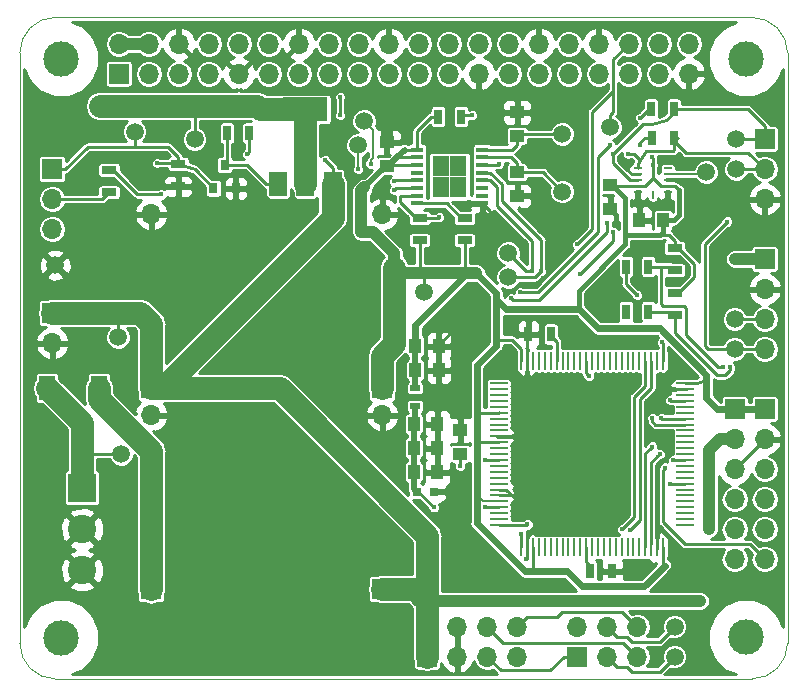
<source format=gbr>
G04 #@! TF.GenerationSoftware,KiCad,Pcbnew,(5.0.2)-1*
G04 #@! TF.CreationDate,2019-04-29T17:38:23-04:00*
G04 #@! TF.ProjectId,QPACE-DevelopmentBoard,51504143-452d-4446-9576-656c6f706d65,rev?*
G04 #@! TF.SameCoordinates,Original*
G04 #@! TF.FileFunction,Copper,L1,Top*
G04 #@! TF.FilePolarity,Positive*
%FSLAX46Y46*%
G04 Gerber Fmt 4.6, Leading zero omitted, Abs format (unit mm)*
G04 Created by KiCad (PCBNEW (5.0.2)-1) date 4/29/2019 5:38:23 PM*
%MOMM*%
%LPD*%
G01*
G04 APERTURE LIST*
G04 #@! TA.AperFunction,NonConductor*
%ADD10C,0.100000*%
G04 #@! TD*
G04 #@! TA.AperFunction,SMDPad,CuDef*
%ADD11R,0.280000X1.500000*%
G04 #@! TD*
G04 #@! TA.AperFunction,SMDPad,CuDef*
%ADD12R,1.500000X0.280000*%
G04 #@! TD*
G04 #@! TA.AperFunction,SMDPad,CuDef*
%ADD13R,1.300000X0.700000*%
G04 #@! TD*
G04 #@! TA.AperFunction,SMDPad,CuDef*
%ADD14R,0.900000X0.500000*%
G04 #@! TD*
G04 #@! TA.AperFunction,ComponentPad*
%ADD15O,1.700000X1.700000*%
G04 #@! TD*
G04 #@! TA.AperFunction,ComponentPad*
%ADD16R,1.700000X1.700000*%
G04 #@! TD*
G04 #@! TA.AperFunction,SMDPad,CuDef*
%ADD17R,0.700000X1.300000*%
G04 #@! TD*
G04 #@! TA.AperFunction,SMDPad,CuDef*
%ADD18R,0.675000X0.250000*%
G04 #@! TD*
G04 #@! TA.AperFunction,SMDPad,CuDef*
%ADD19R,0.250000X0.675000*%
G04 #@! TD*
G04 #@! TA.AperFunction,ComponentPad*
%ADD20C,1.500000*%
G04 #@! TD*
G04 #@! TA.AperFunction,SMDPad,CuDef*
%ADD21R,1.400000X2.100000*%
G04 #@! TD*
G04 #@! TA.AperFunction,SMDPad,CuDef*
%ADD22R,1.000000X1.250000*%
G04 #@! TD*
G04 #@! TA.AperFunction,SMDPad,CuDef*
%ADD23R,0.800000X0.750000*%
G04 #@! TD*
G04 #@! TA.AperFunction,SMDPad,CuDef*
%ADD24R,1.250000X1.000000*%
G04 #@! TD*
G04 #@! TA.AperFunction,WasherPad*
%ADD25C,3.000000*%
G04 #@! TD*
G04 #@! TA.AperFunction,SMDPad,CuDef*
%ADD26R,1.500000X2.000000*%
G04 #@! TD*
G04 #@! TA.AperFunction,SMDPad,CuDef*
%ADD27R,3.800000X2.000000*%
G04 #@! TD*
G04 #@! TA.AperFunction,SMDPad,CuDef*
%ADD28R,1.470000X0.895000*%
G04 #@! TD*
G04 #@! TA.AperFunction,SMDPad,CuDef*
%ADD29R,1.050000X0.450000*%
G04 #@! TD*
G04 #@! TA.AperFunction,SMDPad,CuDef*
%ADD30R,0.800000X0.900000*%
G04 #@! TD*
G04 #@! TA.AperFunction,BGAPad,CuDef*
%ADD31C,1.500000*%
G04 #@! TD*
G04 #@! TA.AperFunction,ComponentPad*
%ADD32R,2.400000X2.400000*%
G04 #@! TD*
G04 #@! TA.AperFunction,ComponentPad*
%ADD33C,2.400000*%
G04 #@! TD*
G04 #@! TA.AperFunction,ViaPad*
%ADD34C,0.400000*%
G04 #@! TD*
G04 #@! TA.AperFunction,Conductor*
%ADD35C,0.250000*%
G04 #@! TD*
G04 #@! TA.AperFunction,Conductor*
%ADD36C,1.000000*%
G04 #@! TD*
G04 #@! TA.AperFunction,Conductor*
%ADD37C,0.400000*%
G04 #@! TD*
G04 #@! TA.AperFunction,Conductor*
%ADD38C,0.150000*%
G04 #@! TD*
G04 #@! TA.AperFunction,Conductor*
%ADD39C,0.500000*%
G04 #@! TD*
G04 #@! TA.AperFunction,Conductor*
%ADD40C,0.600000*%
G04 #@! TD*
G04 #@! TA.AperFunction,Conductor*
%ADD41C,1.905000*%
G04 #@! TD*
G04 #@! TA.AperFunction,Conductor*
%ADD42C,0.254000*%
G04 #@! TD*
G04 APERTURE END LIST*
D10*
X78546356Y-63817611D02*
X78546356Y-113817611D01*
X78546356Y-63817611D02*
G75*
G02X81546356Y-60817611I3000000J0D01*
G01*
X140546356Y-60817611D02*
X81546356Y-60817611D01*
X140546356Y-60817611D02*
G75*
G02X143546356Y-63817611I0J-3000000D01*
G01*
X143546356Y-113817611D02*
X143546356Y-63817611D01*
X81546356Y-116817611D02*
G75*
G02X78546356Y-113817611I0J3000000D01*
G01*
X81546356Y-116817611D02*
X140546356Y-116817611D01*
X143546351Y-113822847D02*
G75*
G02X140546356Y-116817611I-2999995J5236D01*
G01*
D11*
G04 #@! TO.P,U3,100*
G04 #@! TO.N,3_3V_Rail*
X121000000Y-89890000D03*
G04 #@! TO.P,U3,99*
G04 #@! TO.N,GND*
X121500000Y-89890000D03*
G04 #@! TO.P,U3,98*
G04 #@! TO.N,N/C*
X122000000Y-89890000D03*
G04 #@! TO.P,U3,97*
X122500000Y-89890000D03*
G04 #@! TO.P,U3,96*
X123000000Y-89890000D03*
G04 #@! TO.P,U3,95*
X123500000Y-89890000D03*
G04 #@! TO.P,U3,94*
G04 #@! TO.N,/Simluate-WTC/BOOT0*
X124000000Y-89890000D03*
G04 #@! TO.P,U3,93*
G04 #@! TO.N,N/C*
X124500000Y-89890000D03*
G04 #@! TO.P,U3,92*
X125000000Y-89890000D03*
G04 #@! TO.P,U3,91*
X125500000Y-89890000D03*
G04 #@! TO.P,U3,90*
X126000000Y-89890000D03*
G04 #@! TO.P,U3,89*
G04 #@! TO.N,/SWO*
X126500000Y-89890000D03*
G04 #@! TO.P,U3,88*
G04 #@! TO.N,N/C*
X127000000Y-89890000D03*
G04 #@! TO.P,U3,87*
X127500000Y-89890000D03*
G04 #@! TO.P,U3,86*
X128000000Y-89890000D03*
G04 #@! TO.P,U3,85*
X128500000Y-89890000D03*
G04 #@! TO.P,U3,84*
X129000000Y-89890000D03*
G04 #@! TO.P,U3,83*
X129500000Y-89890000D03*
G04 #@! TO.P,U3,82*
X130000000Y-89890000D03*
G04 #@! TO.P,U3,81*
X130500000Y-89890000D03*
G04 #@! TO.P,U3,80*
X131000000Y-89890000D03*
G04 #@! TO.P,U3,79*
G04 #@! TO.N,/UART_TX_RF_int*
X131500000Y-89890000D03*
G04 #@! TO.P,U3,78*
G04 #@! TO.N,/UART_RX_RF_int*
X132000000Y-89890000D03*
G04 #@! TO.P,U3,77*
G04 #@! TO.N,N/C*
X132500000Y-89890000D03*
G04 #@! TO.P,U3,76*
G04 #@! TO.N,/Simluate-WTC/SWD_SWCLK*
X133000000Y-89890000D03*
D12*
G04 #@! TO.P,U3,75*
G04 #@! TO.N,3_3V_Rail*
X134900000Y-91790000D03*
G04 #@! TO.P,U3,74*
G04 #@! TO.N,GND*
X134900000Y-92290000D03*
G04 #@! TO.P,U3,73*
G04 #@! TO.N,N/C*
X134900000Y-92790000D03*
G04 #@! TO.P,U3,72*
G04 #@! TO.N,/Simluate-WTC/SWD_SWDIO*
X134900000Y-93290000D03*
G04 #@! TO.P,U3,71*
G04 #@! TO.N,N/C*
X134900000Y-93790000D03*
G04 #@! TO.P,U3,70*
X134900000Y-94290000D03*
G04 #@! TO.P,U3,69*
G04 #@! TO.N,/Simluate-WTC/CCDR_UART_RX*
X134900000Y-94790000D03*
G04 #@! TO.P,U3,68*
G04 #@! TO.N,/Simluate-WTC/CCDR_UART_TX*
X134900000Y-95290000D03*
G04 #@! TO.P,U3,67*
G04 #@! TO.N,N/C*
X134900000Y-95790000D03*
G04 #@! TO.P,U3,66*
X134900000Y-96290000D03*
G04 #@! TO.P,U3,65*
X134900000Y-96790000D03*
G04 #@! TO.P,U3,64*
X134900000Y-97290000D03*
G04 #@! TO.P,U3,63*
X134900000Y-97790000D03*
G04 #@! TO.P,U3,62*
G04 #@! TO.N,/PiHeartBeat*
X134900000Y-98290000D03*
G04 #@! TO.P,U3,61*
G04 #@! TO.N,N/C*
X134900000Y-98790000D03*
G04 #@! TO.P,U3,60*
X134900000Y-99290000D03*
G04 #@! TO.P,U3,59*
X134900000Y-99790000D03*
G04 #@! TO.P,U3,58*
G04 #@! TO.N,/En_PiPwr*
X134900000Y-100290000D03*
G04 #@! TO.P,U3,57*
G04 #@! TO.N,N/C*
X134900000Y-100790000D03*
G04 #@! TO.P,U3,56*
X134900000Y-101290000D03*
G04 #@! TO.P,U3,55*
X134900000Y-101790000D03*
G04 #@! TO.P,U3,54*
X134900000Y-102290000D03*
G04 #@! TO.P,U3,53*
X134900000Y-102790000D03*
G04 #@! TO.P,U3,52*
X134900000Y-103290000D03*
G04 #@! TO.P,U3,51*
X134900000Y-103790000D03*
D11*
G04 #@! TO.P,U3,50*
G04 #@! TO.N,3_3V_Rail*
X133000000Y-105690000D03*
G04 #@! TO.P,U3,49*
G04 #@! TO.N,GND*
X132500000Y-105690000D03*
G04 #@! TO.P,U3,48*
G04 #@! TO.N,/I2C_SDA*
X132000000Y-105690000D03*
G04 #@! TO.P,U3,47*
G04 #@! TO.N,/I2C_SCL*
X131500000Y-105690000D03*
G04 #@! TO.P,U3,46*
G04 #@! TO.N,N/C*
X131000000Y-105690000D03*
G04 #@! TO.P,U3,45*
X130500000Y-105690000D03*
G04 #@! TO.P,U3,44*
X130000000Y-105690000D03*
G04 #@! TO.P,U3,43*
X129500000Y-105690000D03*
G04 #@! TO.P,U3,42*
X129000000Y-105690000D03*
G04 #@! TO.P,U3,41*
X128500000Y-105690000D03*
G04 #@! TO.P,U3,40*
X128000000Y-105690000D03*
G04 #@! TO.P,U3,39*
X127500000Y-105690000D03*
G04 #@! TO.P,U3,38*
X127000000Y-105690000D03*
G04 #@! TO.P,U3,37*
G04 #@! TO.N,/Simluate-WTC/BOOT1*
X126500000Y-105690000D03*
G04 #@! TO.P,U3,36*
G04 #@! TO.N,N/C*
X126000000Y-105690000D03*
G04 #@! TO.P,U3,35*
X125500000Y-105690000D03*
G04 #@! TO.P,U3,34*
X125000000Y-105690000D03*
G04 #@! TO.P,U3,33*
X124500000Y-105690000D03*
G04 #@! TO.P,U3,32*
X124000000Y-105690000D03*
G04 #@! TO.P,U3,31*
X123500000Y-105690000D03*
G04 #@! TO.P,U3,30*
X123000000Y-105690000D03*
G04 #@! TO.P,U3,29*
X122500000Y-105690000D03*
G04 #@! TO.P,U3,28*
G04 #@! TO.N,3_3V_Rail*
X122000000Y-105690000D03*
G04 #@! TO.P,U3,27*
G04 #@! TO.N,GND*
X121500000Y-105690000D03*
G04 #@! TO.P,U3,26*
G04 #@! TO.N,/GPS_TX*
X121000000Y-105690000D03*
D12*
G04 #@! TO.P,U3,25*
G04 #@! TO.N,/GPS_RX*
X119100000Y-103790000D03*
G04 #@! TO.P,U3,24*
G04 #@! TO.N,N/C*
X119100000Y-103290000D03*
G04 #@! TO.P,U3,23*
X119100000Y-102790000D03*
G04 #@! TO.P,U3,22*
G04 #@! TO.N,VDDA*
X119100000Y-102290000D03*
G04 #@! TO.P,U3,21*
G04 #@! TO.N,3_3V_Rail*
X119100000Y-101790000D03*
G04 #@! TO.P,U3,20*
G04 #@! TO.N,GND*
X119100000Y-101290000D03*
G04 #@! TO.P,U3,19*
X119100000Y-100790000D03*
G04 #@! TO.P,U3,18*
G04 #@! TO.N,N/C*
X119100000Y-100290000D03*
G04 #@! TO.P,U3,17*
X119100000Y-99790000D03*
G04 #@! TO.P,U3,16*
X119100000Y-99290000D03*
G04 #@! TO.P,U3,15*
X119100000Y-98790000D03*
G04 #@! TO.P,U3,14*
G04 #@! TO.N,/NRST*
X119100000Y-98290000D03*
G04 #@! TO.P,U3,13*
G04 #@! TO.N,N/C*
X119100000Y-97790000D03*
G04 #@! TO.P,U3,12*
X119100000Y-97290000D03*
G04 #@! TO.P,U3,11*
G04 #@! TO.N,3_3V_Rail*
X119100000Y-96790000D03*
G04 #@! TO.P,U3,10*
G04 #@! TO.N,GND*
X119100000Y-96290000D03*
G04 #@! TO.P,U3,9*
G04 #@! TO.N,N/C*
X119100000Y-95790000D03*
G04 #@! TO.P,U3,8*
X119100000Y-95290000D03*
G04 #@! TO.P,U3,7*
X119100000Y-94790000D03*
G04 #@! TO.P,U3,6*
G04 #@! TO.N,3_3V_Rail*
X119100000Y-94290000D03*
G04 #@! TO.P,U3,5*
G04 #@! TO.N,N/C*
X119100000Y-93790000D03*
G04 #@! TO.P,U3,4*
X119100000Y-93290000D03*
G04 #@! TO.P,U3,3*
X119100000Y-92790000D03*
G04 #@! TO.P,U3,2*
X119100000Y-92290000D03*
G04 #@! TO.P,U3,1*
X119100000Y-91790000D03*
G04 #@! TD*
D13*
G04 #@! TO.P,R3,2*
G04 #@! TO.N,Net-(R3-Pad2)*
X86106000Y-75626000D03*
G04 #@! TO.P,R3,1*
G04 #@! TO.N,3_3V_Rail*
X86106000Y-73726000D03*
G04 #@! TD*
D14*
G04 #@! TO.P,L1,2*
G04 #@! TO.N,VDDA*
X112014000Y-93714000D03*
G04 #@! TO.P,L1,1*
G04 #@! TO.N,3_3V_Rail*
X112014000Y-92214000D03*
G04 #@! TD*
D13*
G04 #@! TO.P,R4,2*
G04 #@! TO.N,GND*
X91948000Y-75118000D03*
G04 #@! TO.P,R4,1*
G04 #@! TO.N,/En_PiPwr*
X91948000Y-73218000D03*
G04 #@! TD*
D15*
G04 #@! TO.P,J9,6*
G04 #@! TO.N,/SWO*
X141605000Y-106680000D03*
G04 #@! TO.P,J9,5*
G04 #@! TO.N,/NRST*
X141605000Y-104140000D03*
G04 #@! TO.P,J9,4*
G04 #@! TO.N,/SWCLK*
X141605000Y-101600000D03*
G04 #@! TO.P,J9,3*
G04 #@! TO.N,/SWDIO*
X141605000Y-99060000D03*
G04 #@! TO.P,J9,2*
G04 #@! TO.N,GND*
X141605000Y-96520000D03*
D16*
G04 #@! TO.P,J9,1*
G04 #@! TO.N,3_3V_Rail*
X141605000Y-93980000D03*
G04 #@! TD*
D17*
G04 #@! TO.P,R1,1*
G04 #@! TO.N,3_3V_Rail*
X132019000Y-68580000D03*
G04 #@! TO.P,R1,2*
G04 #@! TO.N,/I2C_SDA*
X133919000Y-68580000D03*
G04 #@! TD*
G04 #@! TO.P,R2,1*
G04 #@! TO.N,3_3V_Rail*
X132050000Y-71000000D03*
G04 #@! TO.P,R2,2*
G04 #@! TO.N,/I2C_SCL*
X133950000Y-71000000D03*
G04 #@! TD*
G04 #@! TO.P,R5,1*
G04 #@! TO.N,+5V*
X97978000Y-70612000D03*
G04 #@! TO.P,R5,2*
G04 #@! TO.N,Net-(Q1-Pad3)*
X96078000Y-70612000D03*
G04 #@! TD*
G04 #@! TO.P,R10,2*
G04 #@! TO.N,/Simluate-WTC/BOOT1*
X126812000Y-107696000D03*
G04 #@! TO.P,R10,1*
G04 #@! TO.N,GND*
X128712000Y-107696000D03*
G04 #@! TD*
G04 #@! TO.P,R12,1*
G04 #@! TO.N,/SWCLK*
X131760000Y-81915000D03*
G04 #@! TO.P,R12,2*
G04 #@! TO.N,/Simluate-WTC/SWD_SWCLK*
X129860000Y-81915000D03*
G04 #@! TD*
D13*
G04 #@! TO.P,R14,2*
G04 #@! TO.N,/SWCLK*
X133985000Y-82230000D03*
G04 #@! TO.P,R14,1*
G04 #@! TO.N,3_3V_Rail*
X133985000Y-80330000D03*
G04 #@! TD*
D18*
G04 #@! TO.P,U1,5*
G04 #@! TO.N,N/C*
X133392500Y-73575000D03*
G04 #@! TO.P,U1,4*
G04 #@! TO.N,Net-(TP6-Pad1)*
X133392500Y-74075000D03*
G04 #@! TO.P,U1,3*
G04 #@! TO.N,GND*
X133392500Y-74575000D03*
G04 #@! TO.P,U1,7*
G04 #@! TO.N,/I2C_SCL*
X130867500Y-73575000D03*
G04 #@! TO.P,U1,8*
G04 #@! TO.N,GND*
X130867500Y-74075000D03*
G04 #@! TO.P,U1,1*
X133392500Y-75575000D03*
G04 #@! TO.P,U1,2*
G04 #@! TO.N,3_3V_Rail*
X133392500Y-75075000D03*
G04 #@! TO.P,U1,11*
G04 #@! TO.N,GND*
X130867500Y-75575000D03*
G04 #@! TO.P,U1,10*
G04 #@! TO.N,3_3V_Rail*
X130867500Y-75075000D03*
G04 #@! TO.P,U1,9*
G04 #@! TO.N,/I2C_SDA*
X130867500Y-74575000D03*
D19*
G04 #@! TO.P,U1,12*
G04 #@! TO.N,N/C*
X132130000Y-75837500D03*
G04 #@! TO.P,U1,6*
G04 #@! TO.N,3_3V_Rail*
X132130000Y-73312500D03*
G04 #@! TD*
D13*
G04 #@! TO.P,R13,1*
G04 #@! TO.N,3_3V_Rail*
X133985000Y-84140000D03*
G04 #@! TO.P,R13,2*
G04 #@! TO.N,/SWDIO*
X133985000Y-86040000D03*
G04 #@! TD*
D20*
G04 #@! TO.P,Y1,2*
G04 #@! TO.N,Net-(C5-Pad1)*
X124460000Y-70685000D03*
G04 #@! TO.P,Y1,1*
G04 #@! TO.N,Net-(C4-Pad1)*
X124460000Y-75565000D03*
G04 #@! TD*
D21*
G04 #@! TO.P,D1,1*
G04 #@! TO.N,Net-(D1-Pad1)*
X85258000Y-92202000D03*
G04 #@! TO.P,D1,2*
G04 #@! TO.N,Net-(D1-Pad2)*
X80858000Y-92202000D03*
G04 #@! TD*
D22*
G04 #@! TO.P,C10,2*
G04 #@! TO.N,GND*
X113903000Y-97282000D03*
G04 #@! TO.P,C10,1*
G04 #@! TO.N,VDDA*
X111903000Y-97282000D03*
G04 #@! TD*
G04 #@! TO.P,C7,1*
G04 #@! TO.N,3_3V_Rail*
X112030000Y-88646000D03*
G04 #@! TO.P,C7,2*
G04 #@! TO.N,GND*
X114030000Y-88646000D03*
G04 #@! TD*
G04 #@! TO.P,C9,1*
G04 #@! TO.N,VDDA*
X111903000Y-95250000D03*
G04 #@! TO.P,C9,2*
G04 #@! TO.N,GND*
X113903000Y-95250000D03*
G04 #@! TD*
G04 #@! TO.P,C11,1*
G04 #@! TO.N,VDDA*
X111903000Y-99314000D03*
G04 #@! TO.P,C11,2*
G04 #@! TO.N,GND*
X113903000Y-99314000D03*
G04 #@! TD*
D23*
G04 #@! TO.P,C12,1*
G04 #@! TO.N,VDDA*
X112153000Y-100965000D03*
G04 #@! TO.P,C12,2*
G04 #@! TO.N,GND*
X113653000Y-100965000D03*
G04 #@! TD*
D24*
G04 #@! TO.P,C5,2*
G04 #@! TO.N,GND*
X120650000Y-68850000D03*
G04 #@! TO.P,C5,1*
G04 #@! TO.N,Net-(C5-Pad1)*
X120650000Y-70850000D03*
G04 #@! TD*
G04 #@! TO.P,C6,1*
G04 #@! TO.N,/NRST*
X115824000Y-97774000D03*
G04 #@! TO.P,C6,2*
G04 #@! TO.N,GND*
X115824000Y-95774000D03*
G04 #@! TD*
D22*
G04 #@! TO.P,C8,2*
G04 #@! TO.N,GND*
X114030000Y-90678000D03*
G04 #@! TO.P,C8,1*
G04 #@! TO.N,3_3V_Rail*
X112030000Y-90678000D03*
G04 #@! TD*
D24*
G04 #@! TO.P,C1,1*
G04 #@! TO.N,3_3V_Rail*
X128524000Y-75000000D03*
G04 #@! TO.P,C1,2*
G04 #@! TO.N,GND*
X128524000Y-77000000D03*
G04 #@! TD*
G04 #@! TO.P,C3,1*
G04 #@! TO.N,3_3V_Rail*
X109630000Y-73390000D03*
G04 #@! TO.P,C3,2*
G04 #@! TO.N,GND*
X109630000Y-71390000D03*
G04 #@! TD*
D22*
G04 #@! TO.P,C2,2*
G04 #@! TO.N,GND*
X131000000Y-78000000D03*
G04 #@! TO.P,C2,1*
G04 #@! TO.N,3_3V_Rail*
X133000000Y-78000000D03*
G04 #@! TD*
D24*
G04 #@! TO.P,C4,2*
G04 #@! TO.N,GND*
X120650000Y-75930000D03*
G04 #@! TO.P,C4,1*
G04 #@! TO.N,Net-(C4-Pad1)*
X120650000Y-73930000D03*
G04 #@! TD*
D16*
G04 #@! TO.P,J13,1*
G04 #@! TO.N,N/C*
X86920000Y-65590000D03*
D15*
G04 #@! TO.P,J13,2*
G04 #@! TO.N,/Simulate-CCDR/P5V_HAT*
X86920000Y-63050000D03*
G04 #@! TO.P,J13,3*
G04 #@! TO.N,/Simulate-CCDR/Pi_I2C_SDA*
X89460000Y-65590000D03*
G04 #@! TO.P,J13,4*
G04 #@! TO.N,/Simulate-CCDR/P5V_HAT*
X89460000Y-63050000D03*
G04 #@! TO.P,J13,5*
G04 #@! TO.N,/Simulate-CCDR/Pi_I2C_SCL*
X92000000Y-65590000D03*
G04 #@! TO.P,J13,6*
G04 #@! TO.N,GND*
X92000000Y-63050000D03*
G04 #@! TO.P,J13,7*
G04 #@! TO.N,N/C*
X94540000Y-65590000D03*
G04 #@! TO.P,J13,8*
G04 #@! TO.N,/UART_TX_CCDR*
X94540000Y-63050000D03*
G04 #@! TO.P,J13,9*
G04 #@! TO.N,GND*
X97080000Y-65590000D03*
G04 #@! TO.P,J13,10*
G04 #@! TO.N,/UART_RX_CCDR*
X97080000Y-63050000D03*
G04 #@! TO.P,J13,11*
G04 #@! TO.N,N/C*
X99620000Y-65590000D03*
G04 #@! TO.P,J13,12*
G04 #@! TO.N,/PiHeartBeat*
X99620000Y-63050000D03*
G04 #@! TO.P,J13,13*
G04 #@! TO.N,N/C*
X102160000Y-65590000D03*
G04 #@! TO.P,J13,14*
G04 #@! TO.N,GND*
X102160000Y-63050000D03*
G04 #@! TO.P,J13,15*
G04 #@! TO.N,N/C*
X104700000Y-65590000D03*
G04 #@! TO.P,J13,16*
X104700000Y-63050000D03*
G04 #@! TO.P,J13,17*
X107240000Y-65590000D03*
G04 #@! TO.P,J13,18*
X107240000Y-63050000D03*
G04 #@! TO.P,J13,19*
X109780000Y-65590000D03*
G04 #@! TO.P,J13,20*
G04 #@! TO.N,GND*
X109780000Y-63050000D03*
G04 #@! TO.P,J13,21*
G04 #@! TO.N,N/C*
X112320000Y-65590000D03*
G04 #@! TO.P,J13,22*
X112320000Y-63050000D03*
G04 #@! TO.P,J13,23*
X114860000Y-65590000D03*
G04 #@! TO.P,J13,24*
X114860000Y-63050000D03*
G04 #@! TO.P,J13,25*
G04 #@! TO.N,GND*
X117400000Y-65590000D03*
G04 #@! TO.P,J13,26*
G04 #@! TO.N,N/C*
X117400000Y-63050000D03*
G04 #@! TO.P,J13,27*
X119940000Y-65590000D03*
G04 #@! TO.P,J13,28*
X119940000Y-63050000D03*
G04 #@! TO.P,J13,29*
X122480000Y-65590000D03*
G04 #@! TO.P,J13,30*
G04 #@! TO.N,GND*
X122480000Y-63050000D03*
G04 #@! TO.P,J13,31*
G04 #@! TO.N,N/C*
X125020000Y-65590000D03*
G04 #@! TO.P,J13,32*
X125020000Y-63050000D03*
G04 #@! TO.P,J13,33*
X127560000Y-65590000D03*
G04 #@! TO.P,J13,34*
G04 #@! TO.N,GND*
X127560000Y-63050000D03*
G04 #@! TO.P,J13,35*
G04 #@! TO.N,N/C*
X130100000Y-65590000D03*
G04 #@! TO.P,J13,36*
G04 #@! TO.N,/Simulate-CCDR/Pi_I2C_~IRQ*
X130100000Y-63050000D03*
G04 #@! TO.P,J13,37*
G04 #@! TO.N,N/C*
X132640000Y-65590000D03*
G04 #@! TO.P,J13,38*
X132640000Y-63050000D03*
G04 #@! TO.P,J13,39*
G04 #@! TO.N,GND*
X135180000Y-65590000D03*
G04 #@! TO.P,J13,40*
G04 #@! TO.N,N/C*
X135180000Y-63050000D03*
G04 #@! TD*
D25*
G04 #@! TO.P,H1,*
G04 #@! TO.N,*
X82040000Y-64310000D03*
G04 #@! TD*
G04 #@! TO.P,H2,*
G04 #@! TO.N,*
X140040000Y-64330000D03*
G04 #@! TD*
G04 #@! TO.P,H3,*
G04 #@! TO.N,*
X82040000Y-113320000D03*
G04 #@! TD*
G04 #@! TO.P,H4,*
G04 #@! TO.N,*
X140030000Y-113310000D03*
G04 #@! TD*
D15*
G04 #@! TO.P,J7,3*
G04 #@! TO.N,GND*
X141605000Y-76200000D03*
G04 #@! TO.P,J7,2*
G04 #@! TO.N,/I2C_SCL*
X141605000Y-73660000D03*
D16*
G04 #@! TO.P,J7,1*
G04 #@! TO.N,/I2C_SDA*
X141605000Y-71120000D03*
G04 #@! TD*
D15*
G04 #@! TO.P,J8,6*
G04 #@! TO.N,N/C*
X139065000Y-106680000D03*
G04 #@! TO.P,J8,5*
G04 #@! TO.N,/GPS_RX*
X139065000Y-104140000D03*
G04 #@! TO.P,J8,4*
G04 #@! TO.N,/GPS_TX*
X139065000Y-101600000D03*
G04 #@! TO.P,J8,3*
G04 #@! TO.N,GND*
X139065000Y-99060000D03*
G04 #@! TO.P,J8,2*
G04 #@! TO.N,+5V*
X139065000Y-96520000D03*
D16*
G04 #@! TO.P,J8,1*
G04 #@! TO.N,3_3V_Rail*
X139065000Y-93980000D03*
G04 #@! TD*
D26*
G04 #@! TO.P,Q2,1*
G04 #@! TO.N,Net-(Q1-Pad3)*
X100421597Y-74905000D03*
G04 #@! TO.P,Q2,3*
G04 #@! TO.N,+5V*
X105021597Y-74905000D03*
G04 #@! TO.P,Q2,2*
G04 #@! TO.N,/Simulate-CCDR/P5V_HAT*
X102721597Y-74905000D03*
D27*
G04 #@! TO.P,Q2,4*
X102721597Y-68605000D03*
G04 #@! TD*
D13*
G04 #@! TO.P,R6,1*
G04 #@! TO.N,3_3V_Rail*
X116205000Y-79690000D03*
G04 #@! TO.P,R6,2*
G04 #@! TO.N,Net-(R6-Pad2)*
X116205000Y-77790000D03*
G04 #@! TD*
G04 #@! TO.P,R7,2*
G04 #@! TO.N,/Simulate-CCDR/Pi_I2C_~IRQ*
X112395000Y-77790000D03*
G04 #@! TO.P,R7,1*
G04 #@! TO.N,3_3V_Rail*
X112395000Y-79690000D03*
G04 #@! TD*
D17*
G04 #@! TO.P,R8,2*
G04 #@! TO.N,Net-(R8-Pad2)*
X115885000Y-69215000D03*
G04 #@! TO.P,R8,1*
G04 #@! TO.N,3_3V_Rail*
X113985000Y-69215000D03*
G04 #@! TD*
G04 #@! TO.P,R9,1*
G04 #@! TO.N,GND*
X121605000Y-87630000D03*
G04 #@! TO.P,R9,2*
G04 #@! TO.N,/Simluate-WTC/BOOT0*
X123505000Y-87630000D03*
G04 #@! TD*
G04 #@! TO.P,R11,2*
G04 #@! TO.N,/Simluate-WTC/SWD_SWDIO*
X129860000Y-85725000D03*
G04 #@! TO.P,R11,1*
G04 #@! TO.N,/SWDIO*
X131760000Y-85725000D03*
G04 #@! TD*
D28*
G04 #@! TO.P,U2,17*
G04 #@! TO.N,N/C*
X114200000Y-72952500D03*
X114200000Y-73847500D03*
X114200000Y-74742500D03*
X114200000Y-75637500D03*
X115670000Y-72952500D03*
X115670000Y-73847500D03*
X115670000Y-74742500D03*
X115670000Y-75637500D03*
D29*
G04 #@! TO.P,U2,16*
G04 #@! TO.N,Net-(C5-Pad1)*
X117710000Y-72020000D03*
G04 #@! TO.P,U2,15*
G04 #@! TO.N,Net-(C4-Pad1)*
X117710000Y-72670000D03*
G04 #@! TO.P,U2,14*
G04 #@! TO.N,Net-(R8-Pad2)*
X117710000Y-73320000D03*
G04 #@! TO.P,U2,13*
G04 #@! TO.N,/Simluate-WTC/CCDR_UART_TX*
X117710000Y-73970000D03*
G04 #@! TO.P,U2,12*
G04 #@! TO.N,/Simluate-WTC/CCDR_UART_RX*
X117710000Y-74620000D03*
G04 #@! TO.P,U2,11*
G04 #@! TO.N,N/C*
X117710000Y-75270000D03*
G04 #@! TO.P,U2,10*
X117710000Y-75920000D03*
G04 #@! TO.P,U2,9*
G04 #@! TO.N,GND*
X117710000Y-76570000D03*
G04 #@! TO.P,U2,8*
G04 #@! TO.N,Net-(R6-Pad2)*
X112160000Y-76570000D03*
G04 #@! TO.P,U2,7*
G04 #@! TO.N,/Simulate-CCDR/Pi_I2C_~IRQ*
X112160000Y-75920000D03*
G04 #@! TO.P,U2,6*
G04 #@! TO.N,/Simulate-CCDR/Pi_I2C_SDA*
X112160000Y-75270000D03*
G04 #@! TO.P,U2,5*
G04 #@! TO.N,/Simulate-CCDR/Pi_I2C_SCL*
X112160000Y-74620000D03*
G04 #@! TO.P,U2,4*
G04 #@! TO.N,N/C*
X112160000Y-73970000D03*
G04 #@! TO.P,U2,3*
G04 #@! TO.N,3_3V_Rail*
X112160000Y-73320000D03*
G04 #@! TO.P,U2,2*
X112160000Y-72670000D03*
G04 #@! TO.P,U2,1*
X112160000Y-72020000D03*
G04 #@! TD*
D15*
G04 #@! TO.P,J2,2*
G04 #@! TO.N,GND*
X81280000Y-88392000D03*
D16*
G04 #@! TO.P,J2,1*
G04 #@! TO.N,+5V*
X81280000Y-85852000D03*
G04 #@! TD*
D15*
G04 #@! TO.P,SW2,3*
G04 #@! TO.N,N/C*
X81280000Y-78740000D03*
G04 #@! TO.P,SW2,2*
G04 #@! TO.N,Net-(R3-Pad2)*
X81280000Y-76200000D03*
D16*
G04 #@! TO.P,SW2,1*
G04 #@! TO.N,/En_PiPwr*
X81280000Y-73660000D03*
G04 #@! TD*
D15*
G04 #@! TO.P,J10,4*
G04 #@! TO.N,Net-(J10-Pad4)*
X120650000Y-114935000D03*
G04 #@! TO.P,J10,3*
G04 #@! TO.N,Net-(J10-Pad3)*
X118110000Y-114935000D03*
G04 #@! TO.P,J10,2*
G04 #@! TO.N,GND*
X115570000Y-114935000D03*
D16*
G04 #@! TO.P,J10,1*
G04 #@! TO.N,+5V*
X113030000Y-114935000D03*
G04 #@! TD*
D30*
G04 #@! TO.P,Q1,3*
G04 #@! TO.N,Net-(Q1-Pad3)*
X95885000Y-73295000D03*
G04 #@! TO.P,Q1,2*
G04 #@! TO.N,GND*
X96835000Y-75295000D03*
G04 #@! TO.P,Q1,1*
G04 #@! TO.N,/En_PiPwr*
X94935000Y-75295000D03*
G04 #@! TD*
D15*
G04 #@! TO.P,J3,2*
G04 #@! TO.N,GND*
X89662000Y-94488000D03*
D16*
G04 #@! TO.P,J3,1*
G04 #@! TO.N,Net-(D1-Pad1)*
X89662000Y-109220000D03*
G04 #@! TD*
G04 #@! TO.P,J4,1*
G04 #@! TO.N,+5V*
X89662000Y-92202000D03*
D15*
G04 #@! TO.P,J4,2*
G04 #@! TO.N,GND*
X89662000Y-77470000D03*
G04 #@! TD*
D16*
G04 #@! TO.P,J5,1*
G04 #@! TO.N,+5V*
X109220000Y-109220000D03*
D15*
G04 #@! TO.P,J5,2*
G04 #@! TO.N,GND*
X109220000Y-94488000D03*
G04 #@! TD*
G04 #@! TO.P,J6,2*
G04 #@! TO.N,GND*
X109220000Y-77470000D03*
D16*
G04 #@! TO.P,J6,1*
G04 #@! TO.N,3_3V_Rail*
X109220000Y-92202000D03*
G04 #@! TD*
D31*
G04 #@! TO.P,TP1,1*
G04 #@! TO.N,Net-(D1-Pad2)*
X87122000Y-97790000D03*
G04 #@! TD*
G04 #@! TO.P,TP4,1*
G04 #@! TO.N,3_3V_Rail*
X112776000Y-84074000D03*
G04 #@! TD*
G04 #@! TO.P,TP5,1*
G04 #@! TO.N,+5V*
X86868000Y-87884000D03*
G04 #@! TD*
G04 #@! TO.P,TP13,1*
G04 #@! TO.N,/En_PiPwr*
X88265000Y-70485000D03*
G04 #@! TD*
G04 #@! TO.P,TP14,1*
G04 #@! TO.N,/Simulate-CCDR/P5V_HAT*
X93345000Y-71120000D03*
G04 #@! TD*
G04 #@! TO.P,TP17,1*
G04 #@! TO.N,/Simulate-CCDR/Pi_I2C_~IRQ*
X128524000Y-70104000D03*
G04 #@! TD*
D15*
G04 #@! TO.P,J12,4*
G04 #@! TO.N,/UART_RX_CCDR*
X141605000Y-88900000D03*
G04 #@! TO.P,J12,3*
G04 #@! TO.N,/UART_TX_CCDR*
X141605000Y-86360000D03*
G04 #@! TO.P,J12,2*
G04 #@! TO.N,GND*
X141605000Y-83820000D03*
D16*
G04 #@! TO.P,J12,1*
G04 #@! TO.N,+5V*
X141605000Y-81280000D03*
G04 #@! TD*
D15*
G04 #@! TO.P,J11,4*
G04 #@! TO.N,Net-(J11-Pad4)*
X120650000Y-112395000D03*
G04 #@! TO.P,J11,3*
G04 #@! TO.N,Net-(J11-Pad3)*
X118110000Y-112395000D03*
G04 #@! TO.P,J11,2*
G04 #@! TO.N,GND*
X115570000Y-112395000D03*
D16*
G04 #@! TO.P,J11,1*
G04 #@! TO.N,+5V*
X113030000Y-112395000D03*
G04 #@! TD*
D31*
G04 #@! TO.P,TP2,1*
G04 #@! TO.N,/I2C_SCL*
X139192000Y-73660000D03*
G04 #@! TD*
G04 #@! TO.P,TP3,1*
G04 #@! TO.N,/I2C_SDA*
X139192000Y-71120000D03*
G04 #@! TD*
G04 #@! TO.P,TP6,1*
G04 #@! TO.N,Net-(TP6-Pad1)*
X136652000Y-73914000D03*
G04 #@! TD*
G04 #@! TO.P,TP7,1*
G04 #@! TO.N,/UART_TX_RF_int*
X133985000Y-114935000D03*
G04 #@! TD*
G04 #@! TO.P,TP8,1*
G04 #@! TO.N,/UART_RX_RF_int*
X133985000Y-112395000D03*
G04 #@! TD*
G04 #@! TO.P,TP9,1*
G04 #@! TO.N,/UART_TX_CCDR*
X139065000Y-86360000D03*
G04 #@! TD*
G04 #@! TO.P,TP10,1*
G04 #@! TO.N,/UART_RX_CCDR*
X139065000Y-88900000D03*
G04 #@! TD*
G04 #@! TO.P,TP11,1*
G04 #@! TO.N,/Simluate-WTC/CCDR_UART_TX*
X119888000Y-82804000D03*
G04 #@! TD*
G04 #@! TO.P,TP12,1*
G04 #@! TO.N,/Simluate-WTC/CCDR_UART_RX*
X119888000Y-80772000D03*
G04 #@! TD*
G04 #@! TO.P,TP15,1*
G04 #@! TO.N,/Simulate-CCDR/Pi_I2C_SDA*
X107188000Y-71628000D03*
G04 #@! TD*
G04 #@! TO.P,TP16,1*
G04 #@! TO.N,/Simulate-CCDR/Pi_I2C_SCL*
X107696000Y-69596000D03*
G04 #@! TD*
G04 #@! TO.P,TP-GND1,1*
G04 #@! TO.N,GND*
X81534000Y-81788000D03*
G04 #@! TD*
D15*
G04 #@! TO.P,SW1,6*
G04 #@! TO.N,Net-(J11-Pad4)*
X130810000Y-112395000D03*
G04 #@! TO.P,SW1,3*
G04 #@! TO.N,Net-(J11-Pad3)*
X130810000Y-114935000D03*
G04 #@! TO.P,SW1,5*
G04 #@! TO.N,/UART_RX_RF_int*
X128270000Y-112395000D03*
G04 #@! TO.P,SW1,2*
G04 #@! TO.N,/UART_TX_RF_int*
X128270000Y-114935000D03*
G04 #@! TO.P,SW1,4*
G04 #@! TO.N,Net-(J10-Pad4)*
X125730000Y-112395000D03*
D16*
G04 #@! TO.P,SW1,1*
G04 #@! TO.N,Net-(J10-Pad3)*
X125730000Y-114935000D03*
G04 #@! TD*
D32*
G04 #@! TO.P,J1,1*
G04 #@! TO.N,Net-(D1-Pad2)*
X83820000Y-100640000D03*
D33*
G04 #@! TO.P,J1,3*
G04 #@! TO.N,GND*
X83820000Y-107640000D03*
G04 #@! TO.P,J1,2*
X83820000Y-104140000D03*
G04 #@! TD*
D34*
G04 #@! TO.N,GND*
X121285000Y-95250000D03*
X121439936Y-106704650D03*
X121666000Y-91694000D03*
X130048000Y-73660000D03*
X119380000Y-107442000D03*
X123444000Y-103886000D03*
X135128000Y-90678000D03*
X116078000Y-94234000D03*
X128712000Y-107696000D03*
X110490000Y-69850000D03*
X138684000Y-76200000D03*
X130810000Y-76200000D03*
X129032000Y-78232000D03*
X120635942Y-101730020D03*
X122174000Y-100838000D03*
X128016000Y-84074004D03*
X131659553Y-93398986D03*
X132842000Y-76454000D03*
X135382000Y-75692000D03*
X110490000Y-69850000D03*
X110490000Y-69850000D03*
X115824000Y-70612000D03*
X115824000Y-86360000D03*
X115824000Y-86360000D03*
X107696000Y-80264000D03*
X107696000Y-80264000D03*
X118364000Y-77724000D03*
X117710000Y-76570000D03*
X121920000Y-77724000D03*
X121920000Y-77724000D03*
X121920000Y-77724000D03*
X104140000Y-71628000D03*
X123952000Y-100076000D03*
X123952000Y-100076000D03*
X126492000Y-96520000D03*
X135382000Y-77978000D03*
X125612761Y-95367239D03*
X108204000Y-83329010D03*
X91440000Y-70866000D03*
X98425000Y-98044000D03*
X105791000Y-105283000D03*
X102235000Y-89281000D03*
X102235000Y-89281000D03*
X92075000Y-86106000D03*
G04 #@! TO.N,3_3V_Rail*
X90525001Y-75793001D03*
X131064000Y-71628000D03*
X132080000Y-72661000D03*
X132130000Y-73312500D03*
X131064000Y-69325000D03*
X107442000Y-78994038D03*
G04 #@! TO.N,+5V*
X97790000Y-72390000D03*
X136906000Y-104140000D03*
X104394000Y-72898000D03*
X136170008Y-110209992D03*
X139065000Y-81280000D03*
X101805597Y-81026000D03*
G04 #@! TO.N,/I2C_SCL*
X128524000Y-71628000D03*
X130048000Y-72390000D03*
X120904000Y-84074000D03*
X132079992Y-97155000D03*
G04 #@! TO.N,/GPS_TX*
X120993921Y-104550323D03*
G04 #@! TO.N,/GPS_RX*
X121529245Y-103749233D03*
G04 #@! TO.N,/SWO*
X126737649Y-91194351D03*
X133208472Y-98937994D03*
G04 #@! TO.N,/NRST*
X117946400Y-98298000D03*
X115824000Y-98806000D03*
G04 #@! TO.N,/SWDIO*
X138684006Y-90424000D03*
G04 #@! TO.N,/SWCLK*
X138083987Y-90424000D03*
G04 #@! TO.N,/UART_RX_CCDR*
X138430000Y-78105000D03*
G04 #@! TO.N,/Simulate-CCDR/P5V_HAT*
X85344000Y-68326000D03*
G04 #@! TO.N,/Simulate-CCDR/Pi_I2C_SDA*
X110236000Y-75438000D03*
X107188000Y-73660000D03*
G04 #@! TO.N,/Simulate-CCDR/Pi_I2C_SCL*
X110236000Y-74676000D03*
X108247670Y-73213796D03*
G04 #@! TO.N,/Simulate-CCDR/Pi_I2C_~IRQ*
X114046000Y-77724000D03*
X125730000Y-80010000D03*
G04 #@! TO.N,/En_PiPwr*
X90170000Y-73152000D03*
X133604000Y-100330000D03*
G04 #@! TO.N,Net-(R8-Pad2)*
X116840000Y-69088000D03*
X119126000Y-73195010D03*
G04 #@! TO.N,/Simluate-WTC/SWD_SWDIO*
X129860000Y-85725000D03*
X133604000Y-93218000D03*
G04 #@! TO.N,/Simluate-WTC/SWD_SWCLK*
X130810000Y-84328000D03*
X132928414Y-88320278D03*
G04 #@! TO.N,/Simluate-WTC/CCDR_UART_TX*
X122682000Y-82296000D03*
X132080000Y-94742012D03*
G04 #@! TO.N,/Simluate-WTC/CCDR_UART_RX*
X121920000Y-82296000D03*
X132841988Y-94764990D03*
G04 #@! TO.N,/UART_TX_RF_int*
X129540000Y-104140000D03*
G04 #@! TO.N,/UART_RX_RF_int*
X130228739Y-104193739D03*
G04 #@! TO.N,/I2C_SDA*
X128778000Y-72390000D03*
X120142000Y-84582000D03*
X128270000Y-78232000D03*
X132714974Y-97790000D03*
G04 #@! TO.N,/PiHeartBeat*
X105664000Y-67564000D03*
X105664000Y-69088000D03*
X128795000Y-78994000D03*
X125984000Y-82550000D03*
X133875000Y-98298000D03*
G04 #@! TO.N,VDDA*
X117967760Y-102290880D03*
X113615000Y-102290000D03*
G04 #@! TD*
D35*
G04 #@! TO.N,GND*
X119100000Y-96290000D02*
X120245000Y-96290000D01*
X120245000Y-96290000D02*
X121285000Y-95250000D01*
X121500000Y-105690000D02*
X121500000Y-106644586D01*
X121500000Y-106644586D02*
X121439936Y-106704650D01*
X121500000Y-87735000D02*
X121605000Y-87630000D01*
X121500000Y-89890000D02*
X121500000Y-87735000D01*
X121500000Y-90890000D02*
X121666000Y-91056000D01*
X121500000Y-89890000D02*
X121500000Y-90890000D01*
X121666000Y-91056000D02*
X121666000Y-91694000D01*
X134900000Y-92290000D02*
X134089415Y-92290000D01*
X134042402Y-92242987D02*
X133139570Y-92242987D01*
X134089415Y-92290000D02*
X134042402Y-92242987D01*
X139065000Y-99060000D02*
X141605000Y-96520000D01*
X134536998Y-90678000D02*
X135128000Y-90678000D01*
X133139570Y-92242987D02*
X133139570Y-92075428D01*
X133139570Y-92075428D02*
X134536998Y-90678000D01*
X115824000Y-95774000D02*
X115824000Y-94488000D01*
X115824000Y-94488000D02*
X116078000Y-94234000D01*
X130867500Y-74075000D02*
X130337410Y-74075000D01*
X130048000Y-73785590D02*
X130048000Y-73660000D01*
X130337410Y-74075000D02*
X130048000Y-73785590D01*
D36*
X109630000Y-69890000D02*
X109670000Y-69850000D01*
X109630000Y-71390000D02*
X109630000Y-69890000D01*
X109670000Y-69850000D02*
X110490000Y-69850000D01*
X138684000Y-76200000D02*
X138430000Y-76200000D01*
D35*
X130867500Y-75575000D02*
X130867500Y-76142500D01*
X131000000Y-76390000D02*
X130810000Y-76200000D01*
X130867500Y-76142500D02*
X130810000Y-76200000D01*
X131000000Y-78000000D02*
X131000000Y-76390000D01*
X122443004Y-103886000D02*
X123161158Y-103886000D01*
X121500000Y-104829004D02*
X122443004Y-103886000D01*
X123161158Y-103886000D02*
X123444000Y-103886000D01*
X121500000Y-105690000D02*
X121500000Y-104829004D01*
X119100000Y-101290000D02*
X120195922Y-101290000D01*
X119710000Y-100790000D02*
X120635942Y-101715942D01*
X120435943Y-101530021D02*
X120635942Y-101730020D01*
X120195922Y-101290000D02*
X120435943Y-101530021D01*
X119100000Y-100790000D02*
X119710000Y-100790000D01*
X120635942Y-101715942D02*
X120635942Y-101730020D01*
X120635942Y-101730020D02*
X121281980Y-101730020D01*
X121281980Y-101730020D02*
X122174000Y-100838000D01*
D37*
X129032000Y-77949158D02*
X129032000Y-78232000D01*
X128524000Y-77000000D02*
X129032000Y-77508000D01*
X129032000Y-77508000D02*
X129032000Y-77949158D01*
D35*
X131859552Y-93198987D02*
X131659553Y-93398986D01*
X133139570Y-92242987D02*
X132815552Y-92242987D01*
X132815552Y-92242987D02*
X131859552Y-93198987D01*
D38*
X133392500Y-75575000D02*
X133392500Y-75903500D01*
X133392500Y-75903500D02*
X132842000Y-76454000D01*
D35*
X138176000Y-75692000D02*
X135664842Y-75692000D01*
X138684000Y-76200000D02*
X138176000Y-75692000D01*
X135182001Y-75492001D02*
X135382000Y-75692000D01*
X134265000Y-74575000D02*
X135182001Y-75492001D01*
X133392500Y-74575000D02*
X134265000Y-74575000D01*
X135664842Y-75692000D02*
X135382000Y-75692000D01*
X115824000Y-86727000D02*
X115824000Y-86360000D01*
X114030000Y-88646000D02*
X114030000Y-88521000D01*
X114030000Y-88521000D02*
X115824000Y-86727000D01*
X118364000Y-77724000D02*
X118364000Y-77224000D01*
X118364000Y-77224000D02*
X117710000Y-76570000D01*
X106189001Y-69578999D02*
X106189001Y-68054999D01*
X104140000Y-71628000D02*
X106189001Y-69578999D01*
X106189001Y-68054999D02*
X106206002Y-68072000D01*
X108712000Y-68072000D02*
X110490000Y-69850000D01*
X106206002Y-68072000D02*
X108712000Y-68072000D01*
D37*
X123444000Y-103886000D02*
X123444000Y-100584000D01*
X123444000Y-100584000D02*
X123952000Y-100076000D01*
X123952000Y-100076000D02*
X123952000Y-99060000D01*
X123952000Y-99060000D02*
X126492000Y-96520000D01*
X138684000Y-76200000D02*
X137160000Y-76200000D01*
X137160000Y-76200000D02*
X135382000Y-77978000D01*
X126492000Y-96520000D02*
X125612761Y-95640761D01*
X125612761Y-95640761D02*
X125612761Y-95367239D01*
D35*
X107696000Y-82821010D02*
X108004001Y-83129011D01*
X108004001Y-83129011D02*
X108204000Y-83329010D01*
X107696000Y-80264000D02*
X107696000Y-82821010D01*
D37*
X101310001Y-63899999D02*
X102160000Y-63050000D01*
X100909999Y-64300001D02*
X101310001Y-63899999D01*
X98369999Y-64300001D02*
X100909999Y-64300001D01*
X97080000Y-65590000D02*
X98369999Y-64300001D01*
X92849999Y-63899999D02*
X92000000Y-63050000D01*
X93250001Y-64300001D02*
X92849999Y-63899999D01*
X95790001Y-64300001D02*
X93250001Y-64300001D01*
X97080000Y-65590000D02*
X95790001Y-64300001D01*
D35*
X89662000Y-94488000D02*
X94869000Y-94488000D01*
X94869000Y-94488000D02*
X98425000Y-98044000D01*
X98425000Y-98044000D02*
X105664000Y-105283000D01*
X105664000Y-105283000D02*
X105791000Y-105283000D01*
X109220000Y-94488000D02*
X107315000Y-94488000D01*
X107315000Y-94488000D02*
X102235000Y-89408000D01*
X102235000Y-89408000D02*
X102235000Y-89281000D01*
D39*
G04 #@! TO.N,3_3V_Rail*
X112030000Y-88646000D02*
X112030000Y-90678000D01*
X112030000Y-92198000D02*
X112014000Y-92214000D01*
X112030000Y-90678000D02*
X112030000Y-92198000D01*
D35*
X121000000Y-89890000D02*
X121000000Y-89250000D01*
X119126000Y-94264000D02*
X119100000Y-94290000D01*
X119126000Y-94255001D02*
X119126000Y-94264000D01*
X118100000Y-94290000D02*
X118099880Y-94289880D01*
X119100000Y-94290000D02*
X118100000Y-94290000D01*
X118099880Y-94289880D02*
X117322600Y-94289880D01*
X118100000Y-96790000D02*
X118099240Y-96789240D01*
X119100000Y-96790000D02*
X118100000Y-96790000D01*
X118099240Y-96789240D02*
X117317520Y-96789240D01*
D40*
X117205760Y-82458946D02*
X118877080Y-84130266D01*
D35*
X120222600Y-88112600D02*
X118877080Y-88112600D01*
X121000000Y-88890000D02*
X120222600Y-88112600D01*
X121000000Y-89890000D02*
X121000000Y-88890000D01*
D40*
X118877080Y-84130266D02*
X118877080Y-88112600D01*
D35*
X135900000Y-91790000D02*
X136667240Y-91546680D01*
X134900000Y-91790000D02*
X135900000Y-91790000D01*
D40*
X112030000Y-86872706D02*
X116443760Y-82458946D01*
X112030000Y-88646000D02*
X112030000Y-86872706D01*
D35*
X88473001Y-75793001D02*
X90525001Y-75793001D01*
X86106000Y-73726000D02*
X86406000Y-73726000D01*
X86406000Y-73726000D02*
X88473001Y-75793001D01*
X113385000Y-69215000D02*
X113985000Y-69215000D01*
X112160000Y-70440000D02*
X113385000Y-69215000D01*
X112160000Y-72020000D02*
X112160000Y-70440000D01*
D39*
X109630000Y-73390000D02*
X109755000Y-73390000D01*
D35*
X112160000Y-72020000D02*
X111125000Y-72020000D01*
D39*
X109755000Y-73390000D02*
X110501000Y-72644000D01*
X110501000Y-72644000D02*
X111125000Y-72020000D01*
D35*
X110527000Y-72670000D02*
X110501000Y-72644000D01*
X112160000Y-72670000D02*
X110527000Y-72670000D01*
X109700000Y-73320000D02*
X109630000Y-73390000D01*
X112160000Y-73320000D02*
X109700000Y-73320000D01*
X131450000Y-71000000D02*
X131064000Y-71386000D01*
X132050000Y-71000000D02*
X131450000Y-71000000D01*
X131064000Y-71386000D02*
X131064000Y-71628000D01*
X132080000Y-73262500D02*
X132130000Y-73312500D01*
X134003000Y-75075000D02*
X134112000Y-75184000D01*
X133392500Y-75075000D02*
X134003000Y-75075000D01*
X134366000Y-75438000D02*
X134112000Y-75184000D01*
X131809000Y-68580000D02*
X131064000Y-69325000D01*
X132019000Y-68580000D02*
X131809000Y-68580000D01*
X132130000Y-72711000D02*
X132080000Y-72661000D01*
X132130000Y-73312500D02*
X132130000Y-72711000D01*
X132130000Y-73900000D02*
X132130000Y-73312500D01*
X132130000Y-74400000D02*
X132130000Y-73900000D01*
X131455000Y-75075000D02*
X132130000Y-74400000D01*
X130867500Y-75075000D02*
X131455000Y-75075000D01*
X132805000Y-75075000D02*
X132130000Y-74400000D01*
X133392500Y-75075000D02*
X132805000Y-75075000D01*
D40*
X141605000Y-93980000D02*
X139065000Y-93980000D01*
X117205760Y-82458946D02*
X116443760Y-82458946D01*
X137615000Y-93980000D02*
X136667240Y-93032240D01*
X136667240Y-93032240D02*
X136667240Y-91546680D01*
X139065000Y-93980000D02*
X137615000Y-93980000D01*
X118877080Y-84130266D02*
X118877080Y-84658200D01*
X118877080Y-84658200D02*
X119715280Y-85496400D01*
X119715280Y-85496400D02*
X125857000Y-85496400D01*
D35*
X133000000Y-107086920D02*
X133140001Y-107226921D01*
X133000000Y-105690000D02*
X133000000Y-107086920D01*
D37*
X132777000Y-79248000D02*
X132588000Y-79248000D01*
X133000000Y-79025000D02*
X132777000Y-79248000D01*
X133000000Y-78000000D02*
X133000000Y-79025000D01*
X129794000Y-79248000D02*
X132588000Y-79248000D01*
D35*
X133503000Y-79248000D02*
X132777000Y-79248000D01*
X133985000Y-79730000D02*
X133503000Y-79248000D01*
X133985000Y-80330000D02*
X133985000Y-79730000D01*
X134285000Y-84140000D02*
X135636000Y-82789000D01*
X133985000Y-84140000D02*
X134285000Y-84140000D01*
X134285000Y-80330000D02*
X133985000Y-80330000D01*
X135636000Y-81681000D02*
X134285000Y-80330000D01*
X135636000Y-82789000D02*
X135636000Y-81681000D01*
D40*
X118877080Y-88595200D02*
X117246400Y-90225880D01*
X118877080Y-88112600D02*
X118877080Y-88595200D01*
X117246400Y-103640172D02*
X121318217Y-107711989D01*
D35*
X122000000Y-107537989D02*
X122174000Y-107711989D01*
X122000000Y-105690000D02*
X122000000Y-107537989D01*
D40*
X121318217Y-107711989D02*
X122174000Y-107711989D01*
X125857000Y-85496400D02*
X127482600Y-87122000D01*
X136667240Y-91069138D02*
X136667240Y-91546680D01*
X132720102Y-87122000D02*
X136667240Y-91069138D01*
X127482600Y-87122000D02*
X132720102Y-87122000D01*
D35*
X116205000Y-82220186D02*
X116443760Y-82458946D01*
X116205000Y-79690000D02*
X116205000Y-82220186D01*
X112395000Y-82077946D02*
X112395000Y-79690000D01*
X112776000Y-83820000D02*
X112776000Y-82458946D01*
X112776000Y-82458946D02*
X112395000Y-82077946D01*
X128599000Y-75075000D02*
X128524000Y-75000000D01*
X130867500Y-75075000D02*
X128599000Y-75075000D01*
D37*
X129794000Y-76145000D02*
X129794000Y-79248000D01*
X128649000Y-75000000D02*
X129794000Y-76145000D01*
X128524000Y-75000000D02*
X128649000Y-75000000D01*
X134366000Y-77534000D02*
X134366000Y-75438000D01*
X133900000Y-78000000D02*
X134366000Y-77534000D01*
X133000000Y-78000000D02*
X133900000Y-78000000D01*
D38*
X117575638Y-101600000D02*
X117246400Y-101600000D01*
X117765638Y-101790000D02*
X117575638Y-101600000D01*
X119100000Y-101790000D02*
X117765638Y-101790000D01*
D40*
X117246400Y-90225880D02*
X117246400Y-101600000D01*
X117246400Y-101600000D02*
X117246400Y-103640172D01*
D37*
X129794000Y-80010000D02*
X129794000Y-79248000D01*
X125857000Y-85496400D02*
X125857000Y-83947000D01*
X125857000Y-83947000D02*
X129794000Y-80010000D01*
D39*
X107696000Y-75214342D02*
X109520342Y-73390000D01*
X109520342Y-73390000D02*
X109630000Y-73390000D01*
D40*
X122174000Y-107711989D02*
X124874218Y-107711989D01*
X124874218Y-107711989D02*
X126128228Y-108966000D01*
X131400922Y-108966000D02*
X133140001Y-107226921D01*
X126128228Y-108966000D02*
X131400922Y-108966000D01*
D41*
X109220000Y-89447000D02*
X110236000Y-88431000D01*
X109220000Y-92202000D02*
X109220000Y-89447000D01*
X110236000Y-88431000D02*
X110236000Y-82042000D01*
D36*
X110652946Y-82458946D02*
X110236000Y-82042000D01*
X117205760Y-82458946D02*
X110652946Y-82458946D01*
X107442000Y-75468342D02*
X107696000Y-75214342D01*
X107442000Y-78994000D02*
X107442000Y-75468342D01*
X108449998Y-78994000D02*
X107442000Y-78994000D01*
X110236000Y-82042000D02*
X110236000Y-80780002D01*
X110236000Y-80780002D02*
X108449998Y-78994000D01*
D35*
X107442000Y-78994000D02*
X107442000Y-78994038D01*
G04 #@! TO.N,Net-(C4-Pad1)*
X122825000Y-73930000D02*
X120650000Y-73930000D01*
X124460000Y-75565000D02*
X122825000Y-73930000D01*
X120140000Y-72670000D02*
X120650000Y-73180000D01*
X117710000Y-72670000D02*
X120140000Y-72670000D01*
X120650000Y-73180000D02*
X120650000Y-73930000D01*
G04 #@! TO.N,Net-(C5-Pad1)*
X120650000Y-71600000D02*
X120650000Y-70850000D01*
X120230000Y-72020000D02*
X120650000Y-71600000D01*
X117710000Y-72020000D02*
X120230000Y-72020000D01*
X120815000Y-70685000D02*
X120650000Y-70850000D01*
X124460000Y-70685000D02*
X120815000Y-70685000D01*
D41*
G04 #@! TO.N,Net-(D1-Pad1)*
X85258000Y-93110298D02*
X85258000Y-92202000D01*
X89662000Y-97514298D02*
X85258000Y-93110298D01*
X89662000Y-109220000D02*
X89662000Y-97514298D01*
G04 #@! TO.N,Net-(D1-Pad2)*
X83820000Y-95164000D02*
X80858000Y-92202000D01*
D35*
X87122000Y-97790000D02*
X83820000Y-97790000D01*
D41*
X83820000Y-100640000D02*
X83820000Y-97790000D01*
X83820000Y-97790000D02*
X83820000Y-95164000D01*
D35*
G04 #@! TO.N,+5V*
X97978000Y-70612000D02*
X97978000Y-72202000D01*
X97978000Y-72202000D02*
X97790000Y-72390000D01*
D36*
X137862919Y-96520000D02*
X136906000Y-97476919D01*
X139065000Y-96520000D02*
X137862919Y-96520000D01*
X136906000Y-97476919D02*
X136906000Y-104140000D01*
X141605000Y-81280000D02*
X139065000Y-81280000D01*
D35*
X105021597Y-73525597D02*
X104593999Y-73097999D01*
X104593999Y-73097999D02*
X104394000Y-72898000D01*
X105021597Y-74905000D02*
X105021597Y-73525597D01*
D41*
X113030000Y-112395000D02*
X113030000Y-114935000D01*
D36*
X113384999Y-110209999D02*
X113030000Y-109855000D01*
X120369999Y-110209999D02*
X113384999Y-110209999D01*
X120370006Y-110209992D02*
X120369999Y-110209999D01*
X136170008Y-110209992D02*
X120370006Y-110209992D01*
D41*
X113030000Y-112395000D02*
X113030000Y-109855000D01*
X89662000Y-86782000D02*
X88732000Y-85852000D01*
X89662000Y-92202000D02*
X89662000Y-86782000D01*
X112610000Y-109855000D02*
X113030000Y-109855000D01*
X111975000Y-109220000D02*
X112610000Y-109855000D01*
X109220000Y-109220000D02*
X111975000Y-109220000D01*
D35*
X86868000Y-87884000D02*
X86868000Y-85852000D01*
D41*
X81280000Y-85852000D02*
X86868000Y-85852000D01*
X86868000Y-85852000D02*
X88732000Y-85852000D01*
X100540498Y-92202000D02*
X89662000Y-92202000D01*
X113030000Y-109855000D02*
X113030000Y-104691502D01*
X113030000Y-104691502D02*
X100540498Y-92202000D01*
X105021597Y-77810000D02*
X105021597Y-74905000D01*
X89662000Y-92202000D02*
X90629597Y-92202000D01*
X90629597Y-92202000D02*
X101805597Y-81026000D01*
X101805597Y-81026000D02*
X105021597Y-77810000D01*
D35*
G04 #@! TO.N,/I2C_SCL*
X133950000Y-72044000D02*
X133950000Y-71000000D01*
X133858000Y-72136000D02*
X133950000Y-72044000D01*
X131572000Y-72136000D02*
X133858000Y-72136000D01*
X130867500Y-73575000D02*
X130867500Y-73200000D01*
X134246000Y-71000000D02*
X133950000Y-71000000D01*
X133950000Y-71300000D02*
X133950000Y-71000000D01*
X134945001Y-72295001D02*
X133950000Y-71300000D01*
X140240001Y-72295001D02*
X134945001Y-72295001D01*
X141605000Y-73660000D02*
X140240001Y-72295001D01*
X130550773Y-72390000D02*
X131064000Y-72903227D01*
X130048000Y-72390000D02*
X130550773Y-72390000D01*
X130867500Y-73200000D02*
X131064000Y-72903227D01*
X131064000Y-72903227D02*
X131572000Y-72136000D01*
X127508000Y-78978998D02*
X122412998Y-84074000D01*
X122412998Y-84074000D02*
X121186842Y-84074000D01*
X128524000Y-71628000D02*
X127508000Y-72644000D01*
X127508000Y-72644000D02*
X127508000Y-78978998D01*
X121186842Y-84074000D02*
X120904000Y-84074000D01*
X139192000Y-73660000D02*
X141605000Y-73660000D01*
X131514011Y-97720981D02*
X131879993Y-97354999D01*
X131879993Y-97354999D02*
X132079992Y-97155000D01*
X131514011Y-104675989D02*
X131514011Y-97720981D01*
X131500000Y-104690000D02*
X131514011Y-104675989D01*
X131500000Y-105690000D02*
X131500000Y-104690000D01*
G04 #@! TO.N,/GPS_TX*
X120998323Y-104550323D02*
X120993921Y-104550323D01*
X121000000Y-104552000D02*
X120998323Y-104550323D01*
X121000000Y-105690000D02*
X120993921Y-104550323D01*
G04 #@! TO.N,/GPS_RX*
X121488478Y-103790000D02*
X121529245Y-103749233D01*
X119100000Y-103790000D02*
X121488478Y-103790000D01*
G04 #@! TO.N,/SWO*
X126500000Y-89890000D02*
X126500000Y-90956702D01*
X126537650Y-90994352D02*
X126737649Y-91194351D01*
X126500000Y-90956702D02*
X126537650Y-90994352D01*
X134874000Y-105410000D02*
X133008473Y-103544473D01*
X133008473Y-103544473D02*
X133008473Y-99137993D01*
X140335000Y-105410000D02*
X134874000Y-105410000D01*
X141605000Y-106680000D02*
X140335000Y-105410000D01*
X133008473Y-99137993D02*
X133208472Y-98937994D01*
G04 #@! TO.N,/NRST*
X119100000Y-98290000D02*
X117954400Y-98290000D01*
X117954400Y-98290000D02*
X117946400Y-98298000D01*
X115824000Y-98806000D02*
X115824000Y-97774000D01*
G04 #@! TO.N,/SWDIO*
X133670000Y-85725000D02*
X133985000Y-86040000D01*
X131760000Y-85725000D02*
X133670000Y-85725000D01*
X137613999Y-91131999D02*
X138258849Y-91131999D01*
X138684006Y-90706842D02*
X138684006Y-90424000D01*
X138258849Y-91131999D02*
X138684006Y-90706842D01*
X133985000Y-86040000D02*
X133985000Y-87503000D01*
X133985000Y-87503000D02*
X137613999Y-91131999D01*
G04 #@! TO.N,/SWCLK*
X133670000Y-81915000D02*
X133985000Y-82230000D01*
X131760000Y-81915000D02*
X132842000Y-81915000D01*
X132842000Y-81915000D02*
X133670000Y-81915000D01*
X137668000Y-90424000D02*
X137801145Y-90424000D01*
X134804992Y-85274990D02*
X134960001Y-85429999D01*
X137801145Y-90424000D02*
X138083987Y-90424000D01*
X133026990Y-85274990D02*
X134804992Y-85274990D01*
X134960001Y-85429999D02*
X134960001Y-87716001D01*
X132842000Y-81915000D02*
X132842000Y-85090000D01*
X134960001Y-87716001D02*
X137668000Y-90424000D01*
X132842000Y-85090000D02*
X133026990Y-85274990D01*
G04 #@! TO.N,/UART_RX_CCDR*
X139065000Y-88900000D02*
X141605000Y-88900000D01*
X140402919Y-88900000D02*
X141605000Y-88900000D01*
X136780410Y-88900000D02*
X140402919Y-88900000D01*
X136525000Y-88644590D02*
X136780410Y-88900000D01*
X136525000Y-80010000D02*
X136525000Y-88644590D01*
X138430000Y-78105000D02*
X136525000Y-80010000D01*
G04 #@! TO.N,/UART_TX_CCDR*
X140125660Y-86360000D02*
X141605000Y-86360000D01*
X139065000Y-86360000D02*
X140125660Y-86360000D01*
G04 #@! TO.N,/Simulate-CCDR/P5V_HAT*
X93345000Y-71120000D02*
X93345000Y-68605000D01*
D36*
X89460000Y-63050000D02*
X86920000Y-63050000D01*
D41*
X102696597Y-68580000D02*
X102721597Y-68605000D01*
X102721597Y-68605000D02*
X102721597Y-69596000D01*
X102721597Y-74905000D02*
X102721597Y-69596000D01*
X98916597Y-68605000D02*
X98637597Y-68326000D01*
X102721597Y-68605000D02*
X98916597Y-68605000D01*
X98637597Y-68326000D02*
X85344000Y-68326000D01*
D35*
G04 #@! TO.N,/Simulate-CCDR/Pi_I2C_SDA*
X110236000Y-75438000D02*
X110404000Y-75270000D01*
X110404000Y-75270000D02*
X112160000Y-75270000D01*
D38*
X107188000Y-72136000D02*
X107696000Y-71628000D01*
X107188000Y-73660000D02*
X107188000Y-72136000D01*
D35*
G04 #@! TO.N,/Simulate-CCDR/Pi_I2C_SCL*
X112160000Y-74620000D02*
X110292000Y-74620000D01*
X110292000Y-74620000D02*
X110236000Y-74676000D01*
D38*
X108445999Y-70345999D02*
X107696000Y-69596000D01*
X108458000Y-70358000D02*
X108445999Y-70345999D01*
X108458000Y-72720624D02*
X108458000Y-70358000D01*
X108247670Y-73213796D02*
X108247670Y-72930954D01*
X108247670Y-72930954D02*
X108458000Y-72720624D01*
D35*
G04 #@! TO.N,/Simulate-CCDR/Pi_I2C_~IRQ*
X112095000Y-77790000D02*
X112395000Y-77790000D01*
X110744000Y-76439000D02*
X112095000Y-77790000D01*
X110744000Y-75946000D02*
X110744000Y-76439000D01*
X112160000Y-75920000D02*
X110770000Y-75920000D01*
X110770000Y-75920000D02*
X110744000Y-75946000D01*
X128524000Y-69043340D02*
X128778000Y-68789340D01*
X128524000Y-70104000D02*
X128524000Y-69043340D01*
X128778000Y-64372000D02*
X130100000Y-63050000D01*
X112395000Y-77790000D02*
X113980000Y-77790000D01*
X113980000Y-77790000D02*
X114046000Y-77724000D01*
X128778000Y-68789340D02*
X128778000Y-67056000D01*
X128778000Y-67056000D02*
X128778000Y-64372000D01*
X127000000Y-68834000D02*
X128778000Y-67056000D01*
X125730000Y-80010000D02*
X127000000Y-78740000D01*
X127000000Y-78740000D02*
X127000000Y-68834000D01*
G04 #@! TO.N,/En_PiPwr*
X94935000Y-75245000D02*
X94935000Y-75295000D01*
X93538000Y-73848000D02*
X94935000Y-75245000D01*
X91948000Y-73218000D02*
X93345000Y-73660000D01*
X93345000Y-73660000D02*
X93538000Y-73848000D01*
X91948000Y-72618000D02*
X91085000Y-71755000D01*
X91948000Y-73218000D02*
X91948000Y-72618000D01*
X82380000Y-73660000D02*
X81280000Y-73660000D01*
X84285000Y-71755000D02*
X82380000Y-73660000D01*
X88265000Y-70275660D02*
X88265000Y-71755000D01*
X91085000Y-71755000D02*
X88265000Y-71755000D01*
X88265000Y-71755000D02*
X84285000Y-71755000D01*
X91882000Y-73152000D02*
X91948000Y-73218000D01*
X90170000Y-73152000D02*
X91882000Y-73152000D01*
X133644000Y-100290000D02*
X133604000Y-100330000D01*
X134900000Y-100290000D02*
X133644000Y-100290000D01*
G04 #@! TO.N,Net-(Q1-Pad3)*
X96078000Y-73102000D02*
X95885000Y-73295000D01*
X96078000Y-70612000D02*
X96078000Y-73102000D01*
X96535000Y-73295000D02*
X95885000Y-73295000D01*
X97811597Y-73295000D02*
X96535000Y-73295000D01*
X99421597Y-74905000D02*
X97811597Y-73295000D01*
X100421597Y-74905000D02*
X99421597Y-74905000D01*
G04 #@! TO.N,Net-(R6-Pad2)*
X112935000Y-76570000D02*
X112160000Y-76570000D01*
X114685000Y-76570000D02*
X112935000Y-76570000D01*
X115905000Y-77790000D02*
X114685000Y-76570000D01*
X116205000Y-77790000D02*
X115905000Y-77790000D01*
G04 #@! TO.N,Net-(R8-Pad2)*
X116012000Y-69088000D02*
X115885000Y-69215000D01*
X116840000Y-69088000D02*
X116012000Y-69088000D01*
X117710000Y-73320000D02*
X119001010Y-73320000D01*
X119001010Y-73320000D02*
X119126000Y-73195010D01*
G04 #@! TO.N,/Simluate-WTC/BOOT0*
X123505000Y-87630000D02*
X123505000Y-87772280D01*
X124000000Y-88267280D02*
X124000000Y-89890000D01*
X123505000Y-87772280D02*
X124000000Y-88267280D01*
G04 #@! TO.N,/Simluate-WTC/BOOT1*
X126500000Y-105690000D02*
X126500000Y-106934000D01*
X126812000Y-107246000D02*
X126500000Y-106934000D01*
X126812000Y-107696000D02*
X126812000Y-107246000D01*
G04 #@! TO.N,/Simluate-WTC/SWD_SWDIO*
X133676000Y-93290000D02*
X133604000Y-93218000D01*
X134900000Y-93290000D02*
X133676000Y-93290000D01*
G04 #@! TO.N,/Simluate-WTC/SWD_SWCLK*
X129860000Y-81915000D02*
X129860000Y-83378000D01*
X129860000Y-83378000D02*
X130810000Y-84328000D01*
X133000000Y-89890000D02*
X133000000Y-88391864D01*
X133000000Y-88391864D02*
X132928414Y-88320278D01*
G04 #@! TO.N,/Simluate-WTC/CCDR_UART_TX*
X118395002Y-73970000D02*
X119380000Y-74954998D01*
X117710000Y-73970000D02*
X118395002Y-73970000D01*
X119380000Y-76370002D02*
X122257998Y-79248000D01*
X119380000Y-74954998D02*
X119380000Y-76370002D01*
X122257998Y-79248000D02*
X122682000Y-79672002D01*
X122682000Y-79672002D02*
X122682000Y-82296000D01*
X134900000Y-95290000D02*
X132345146Y-95290000D01*
X132345146Y-95290000D02*
X132080000Y-95024854D01*
X132080000Y-95024854D02*
X132080000Y-94742012D01*
X120948660Y-82804000D02*
X119888000Y-82804000D01*
X120965661Y-82821001D02*
X120948660Y-82804000D01*
X122156999Y-82821001D02*
X120965661Y-82821001D01*
X122682000Y-82296000D02*
X122156999Y-82821001D01*
G04 #@! TO.N,/Simluate-WTC/CCDR_UART_RX*
X118395002Y-74620000D02*
X117710000Y-74620000D01*
X118929990Y-75154988D02*
X118395002Y-74620000D01*
X118929990Y-76765990D02*
X118929990Y-75154988D01*
X121920000Y-82296000D02*
X121920000Y-79756000D01*
X121920000Y-79756000D02*
X118929990Y-76765990D01*
X134900000Y-94790000D02*
X132866998Y-94790000D01*
X132866998Y-94790000D02*
X132841988Y-94764990D01*
X121412000Y-82296000D02*
X121920000Y-82296000D01*
X119888000Y-80772000D02*
X121412000Y-82296000D01*
G04 #@! TO.N,/UART_TX_RF_int*
X129920997Y-115784999D02*
X130340998Y-116205000D01*
X128270000Y-114935000D02*
X129119999Y-115784999D01*
X129119999Y-115784999D02*
X129920997Y-115784999D01*
X132715000Y-116205000D02*
X133985000Y-114935000D01*
X130340998Y-116205000D02*
X132715000Y-116205000D01*
X130556000Y-92962590D02*
X131500000Y-92018590D01*
X130556000Y-103124000D02*
X130556000Y-92962590D01*
X129540000Y-104140000D02*
X130556000Y-103124000D01*
X131500000Y-92018590D02*
X131500000Y-89890000D01*
G04 #@! TO.N,/UART_RX_RF_int*
X129920997Y-113244999D02*
X130340998Y-113665000D01*
X128270000Y-112395000D02*
X129119999Y-113244999D01*
X129119999Y-113244999D02*
X129920997Y-113244999D01*
X132715000Y-113665000D02*
X133985000Y-112395000D01*
X130340998Y-113665000D02*
X132715000Y-113665000D01*
X130428738Y-103993740D02*
X130228739Y-104193739D01*
X131064000Y-93091000D02*
X131064000Y-103358478D01*
X131064000Y-103358478D02*
X130428738Y-103993740D01*
X132000000Y-92155000D02*
X131064000Y-93091000D01*
X132000000Y-89890000D02*
X132000000Y-92155000D01*
G04 #@! TO.N,/I2C_SDA*
X141605000Y-70020000D02*
X141605000Y-71120000D01*
X133919000Y-68580000D02*
X140165000Y-68580000D01*
X140165000Y-68580000D02*
X141605000Y-70020000D01*
X131318000Y-69850000D02*
X128977999Y-72190001D01*
X132080000Y-69850000D02*
X131318000Y-69850000D01*
X133919000Y-68880000D02*
X133274999Y-69524001D01*
X133919000Y-68580000D02*
X133919000Y-68880000D01*
X130172158Y-74575000D02*
X128778000Y-73180842D01*
X128778000Y-72672842D02*
X128778000Y-72390000D01*
X130867500Y-74575000D02*
X130172158Y-74575000D01*
X128977999Y-72190001D02*
X128778000Y-72390000D01*
X133274999Y-69524001D02*
X132080000Y-69850000D01*
X128778000Y-73180842D02*
X128778000Y-72672842D01*
X128270000Y-78994000D02*
X128270000Y-78514842D01*
X120341999Y-84781999D02*
X122482001Y-84781999D01*
X120142000Y-84582000D02*
X120341999Y-84781999D01*
X122482001Y-84781999D02*
X128270000Y-78994000D01*
X128270000Y-78514842D02*
X128270000Y-78232000D01*
X131965001Y-105364999D02*
X131965001Y-98539973D01*
X131965001Y-98539973D02*
X132514975Y-97989999D01*
X132514975Y-97989999D02*
X132714974Y-97790000D01*
X141605000Y-71120000D02*
X139192000Y-71120000D01*
G04 #@! TO.N,Net-(J11-Pad4)*
X124039999Y-111545001D02*
X124460000Y-111125000D01*
X120650000Y-112395000D02*
X121499999Y-111545001D01*
X121499999Y-111545001D02*
X124039999Y-111545001D01*
X129540000Y-111125000D02*
X130810000Y-112395000D01*
X124460000Y-111125000D02*
X129540000Y-111125000D01*
G04 #@! TO.N,Net-(J11-Pad3)*
X118959999Y-113244999D02*
X118110000Y-112395000D01*
X119474999Y-113759999D02*
X118959999Y-113244999D01*
X129634999Y-113759999D02*
X119474999Y-113759999D01*
X130810000Y-114935000D02*
X129634999Y-113759999D01*
G04 #@! TO.N,/PiHeartBeat*
X105664000Y-67564000D02*
X105664000Y-69088000D01*
X128795000Y-78994000D02*
X128795000Y-79739000D01*
X128795000Y-79739000D02*
X125984000Y-82550000D01*
X134892000Y-98298000D02*
X134900000Y-98290000D01*
X133875000Y-98298000D02*
X134892000Y-98298000D01*
G04 #@! TO.N,Net-(J10-Pad3)*
X124630000Y-114935000D02*
X125730000Y-114935000D01*
X123454999Y-116110001D02*
X124630000Y-114935000D01*
X119285001Y-116110001D02*
X123454999Y-116110001D01*
X118110000Y-114935000D02*
X119285001Y-116110001D01*
G04 #@! TO.N,Net-(R3-Pad2)*
X85532000Y-76200000D02*
X86106000Y-75626000D01*
X81280000Y-76200000D02*
X85532000Y-76200000D01*
D38*
G04 #@! TO.N,Net-(TP6-Pad1)*
X136491000Y-74075000D02*
X136652000Y-73914000D01*
X133392500Y-74075000D02*
X136491000Y-74075000D01*
D39*
G04 #@! TO.N,VDDA*
X112014000Y-95139000D02*
X111903000Y-95250000D01*
X112014000Y-93714000D02*
X112014000Y-95139000D01*
X111903000Y-95250000D02*
X111903000Y-97282000D01*
X111903000Y-97282000D02*
X111903000Y-99314000D01*
X111903000Y-100715000D02*
X112153000Y-100965000D01*
X111903000Y-99314000D02*
X111903000Y-100715000D01*
D35*
X119100000Y-102290000D02*
X117968640Y-102290000D01*
X117968640Y-102290000D02*
X117967760Y-102290880D01*
X113615000Y-102290000D02*
X112290000Y-100965000D01*
X112290000Y-100965000D02*
X112153000Y-100965000D01*
G04 #@! TD*
D42*
G04 #@! TO.N,GND*
G36*
X138212051Y-61594281D02*
X137304281Y-62502051D01*
X136813000Y-63688110D01*
X136813000Y-64971890D01*
X137304281Y-66157949D01*
X138212051Y-67065719D01*
X139398110Y-67557000D01*
X140681890Y-67557000D01*
X141867949Y-67065719D01*
X142775719Y-66157949D01*
X143169357Y-65207621D01*
X143169356Y-112456518D01*
X142765719Y-111482051D01*
X141857949Y-110574281D01*
X140671890Y-110083000D01*
X139388110Y-110083000D01*
X138202051Y-110574281D01*
X137294281Y-111482051D01*
X136803000Y-112668110D01*
X136803000Y-113951890D01*
X137294281Y-115137949D01*
X138202051Y-116045719D01*
X139155406Y-116440611D01*
X133118613Y-116440611D01*
X133612700Y-115946525D01*
X133770771Y-116012000D01*
X134199229Y-116012000D01*
X134595072Y-115848037D01*
X134898037Y-115545072D01*
X135062000Y-115149229D01*
X135062000Y-114720771D01*
X134898037Y-114324928D01*
X134595072Y-114021963D01*
X134199229Y-113858000D01*
X133770771Y-113858000D01*
X133374928Y-114021963D01*
X133071963Y-114324928D01*
X132908000Y-114720771D01*
X132908000Y-115149229D01*
X132973475Y-115307300D01*
X132527776Y-115753000D01*
X131678995Y-115753000D01*
X131918709Y-115394242D01*
X132010058Y-114935000D01*
X131918709Y-114475758D01*
X131678995Y-114117000D01*
X132670482Y-114117000D01*
X132715000Y-114125855D01*
X132759518Y-114117000D01*
X132891362Y-114090775D01*
X133040874Y-113990874D01*
X133066093Y-113953131D01*
X133612700Y-113406525D01*
X133770771Y-113472000D01*
X134199229Y-113472000D01*
X134595072Y-113308037D01*
X134898037Y-113005072D01*
X135062000Y-112609229D01*
X135062000Y-112180771D01*
X134898037Y-111784928D01*
X134595072Y-111481963D01*
X134199229Y-111318000D01*
X133770771Y-111318000D01*
X133374928Y-111481963D01*
X133071963Y-111784928D01*
X132908000Y-112180771D01*
X132908000Y-112609229D01*
X132973475Y-112767300D01*
X132527776Y-113213000D01*
X131678995Y-113213000D01*
X131918709Y-112854242D01*
X132010058Y-112395000D01*
X131918709Y-111935758D01*
X131658569Y-111546431D01*
X131269242Y-111286291D01*
X130925920Y-111218000D01*
X130694080Y-111218000D01*
X130350758Y-111286291D01*
X130344618Y-111290394D01*
X130091216Y-111036992D01*
X136251456Y-111036992D01*
X136492687Y-110989008D01*
X136766241Y-110806225D01*
X136949024Y-110532671D01*
X137013209Y-110209992D01*
X136949024Y-109887313D01*
X136766241Y-109613759D01*
X136492687Y-109430976D01*
X136251456Y-109382992D01*
X131876382Y-109382992D01*
X131887942Y-109365691D01*
X133627020Y-107626614D01*
X133730621Y-107471564D01*
X133779283Y-107226922D01*
X133730621Y-106982279D01*
X133592042Y-106774880D01*
X133452000Y-106681307D01*
X133452000Y-106547615D01*
X133473406Y-106440000D01*
X133473406Y-104940000D01*
X133448027Y-104812411D01*
X133375754Y-104704246D01*
X133267589Y-104631973D01*
X133193637Y-104617263D01*
X133178327Y-104580302D01*
X132999699Y-104401673D01*
X132766310Y-104305000D01*
X132728750Y-104305000D01*
X132570000Y-104463750D01*
X132570000Y-104785431D01*
X132551973Y-104812411D01*
X132526594Y-104940000D01*
X132526594Y-105837000D01*
X132473406Y-105837000D01*
X132473406Y-104940000D01*
X132448027Y-104812411D01*
X132430000Y-104785431D01*
X132430000Y-104463750D01*
X132417001Y-104450751D01*
X132417001Y-98727197D01*
X132832430Y-98311769D01*
X133013496Y-98236769D01*
X133161743Y-98088522D01*
X133241974Y-97894827D01*
X133241974Y-97685173D01*
X133161743Y-97491478D01*
X133013496Y-97343231D01*
X132819801Y-97263000D01*
X132610147Y-97263000D01*
X132604752Y-97265235D01*
X132606992Y-97259827D01*
X132606992Y-97050173D01*
X132526761Y-96856478D01*
X132378514Y-96708231D01*
X132184819Y-96628000D01*
X131975165Y-96628000D01*
X131781470Y-96708231D01*
X131633223Y-96856478D01*
X131558223Y-97037544D01*
X131516000Y-97079767D01*
X131516000Y-93278224D01*
X132288133Y-92506092D01*
X132325874Y-92480874D01*
X132425775Y-92331362D01*
X132452000Y-92199518D01*
X132460855Y-92155000D01*
X132452000Y-92110482D01*
X132452000Y-90973406D01*
X132640000Y-90973406D01*
X132750000Y-90951526D01*
X132860000Y-90973406D01*
X133140000Y-90973406D01*
X133267589Y-90948027D01*
X133375754Y-90875754D01*
X133448027Y-90767589D01*
X133473406Y-90640000D01*
X133473406Y-89140000D01*
X133452000Y-89032385D01*
X133452000Y-88740609D01*
X135996577Y-91285187D01*
X135830046Y-91338000D01*
X135757615Y-91338000D01*
X135650000Y-91316594D01*
X134150000Y-91316594D01*
X134022411Y-91341973D01*
X133914246Y-91414246D01*
X133841973Y-91522411D01*
X133827263Y-91596363D01*
X133790302Y-91611673D01*
X133611673Y-91790301D01*
X133515000Y-92023690D01*
X133515000Y-92061250D01*
X133673750Y-92220000D01*
X133995431Y-92220000D01*
X134022411Y-92238027D01*
X134150000Y-92263406D01*
X135047000Y-92263406D01*
X135047000Y-92316594D01*
X134150000Y-92316594D01*
X134022411Y-92341973D01*
X133995431Y-92360000D01*
X133673750Y-92360000D01*
X133515000Y-92518750D01*
X133515000Y-92556310D01*
X133570790Y-92691000D01*
X133499173Y-92691000D01*
X133305478Y-92771231D01*
X133157231Y-92919478D01*
X133077000Y-93113173D01*
X133077000Y-93322827D01*
X133157231Y-93516522D01*
X133305478Y-93664769D01*
X133499173Y-93745000D01*
X133646565Y-93745000D01*
X133675999Y-93750855D01*
X133705434Y-93745000D01*
X133708827Y-93745000D01*
X133711962Y-93743701D01*
X133720516Y-93742000D01*
X133816594Y-93742000D01*
X133816594Y-93930000D01*
X133838474Y-94040000D01*
X133816594Y-94150000D01*
X133816594Y-94338000D01*
X133160289Y-94338000D01*
X133140510Y-94318221D01*
X132946815Y-94237990D01*
X132737161Y-94237990D01*
X132543466Y-94318221D01*
X132472483Y-94389204D01*
X132378522Y-94295243D01*
X132184827Y-94215012D01*
X131975173Y-94215012D01*
X131781478Y-94295243D01*
X131633231Y-94443490D01*
X131553000Y-94637185D01*
X131553000Y-94846839D01*
X131621608Y-95012473D01*
X131619145Y-95024854D01*
X131628000Y-95069371D01*
X131654225Y-95201215D01*
X131754126Y-95350728D01*
X131791869Y-95375947D01*
X131994053Y-95578131D01*
X132019272Y-95615874D01*
X132168784Y-95715775D01*
X132345145Y-95750855D01*
X132389663Y-95742000D01*
X133816594Y-95742000D01*
X133816594Y-95930000D01*
X133838474Y-96040000D01*
X133816594Y-96150000D01*
X133816594Y-96430000D01*
X133838474Y-96540000D01*
X133816594Y-96650000D01*
X133816594Y-96930000D01*
X133838474Y-97040000D01*
X133816594Y-97150000D01*
X133816594Y-97430000D01*
X133838474Y-97540000D01*
X133816594Y-97650000D01*
X133816594Y-97771000D01*
X133770173Y-97771000D01*
X133576478Y-97851231D01*
X133428231Y-97999478D01*
X133348000Y-98193173D01*
X133348000Y-98402827D01*
X133359270Y-98430036D01*
X133313299Y-98410994D01*
X133103645Y-98410994D01*
X132909950Y-98491225D01*
X132761703Y-98639472D01*
X132693095Y-98805106D01*
X132682600Y-98812119D01*
X132657383Y-98849859D01*
X132657382Y-98849860D01*
X132582698Y-98961632D01*
X132547618Y-99137993D01*
X132556474Y-99182516D01*
X132556473Y-103499955D01*
X132547618Y-103544473D01*
X132578936Y-103701922D01*
X132582698Y-103720834D01*
X132682599Y-103870347D01*
X132720342Y-103895566D01*
X134522907Y-105698131D01*
X134548126Y-105735874D01*
X134682790Y-105825854D01*
X134697638Y-105835775D01*
X134874000Y-105870855D01*
X134918518Y-105862000D01*
X138196005Y-105862000D01*
X137956291Y-106220758D01*
X137864942Y-106680000D01*
X137956291Y-107139242D01*
X138216431Y-107528569D01*
X138605758Y-107788709D01*
X138949080Y-107857000D01*
X139180920Y-107857000D01*
X139524242Y-107788709D01*
X139913569Y-107528569D01*
X140173709Y-107139242D01*
X140265058Y-106680000D01*
X140173709Y-106220758D01*
X139933995Y-105862000D01*
X140147776Y-105862000D01*
X140500394Y-106214618D01*
X140496291Y-106220758D01*
X140404942Y-106680000D01*
X140496291Y-107139242D01*
X140756431Y-107528569D01*
X141145758Y-107788709D01*
X141489080Y-107857000D01*
X141720920Y-107857000D01*
X142064242Y-107788709D01*
X142453569Y-107528569D01*
X142713709Y-107139242D01*
X142805058Y-106680000D01*
X142713709Y-106220758D01*
X142453569Y-105831431D01*
X142064242Y-105571291D01*
X141720920Y-105503000D01*
X141489080Y-105503000D01*
X141145758Y-105571291D01*
X141139618Y-105575394D01*
X140686093Y-105121869D01*
X140660874Y-105084126D01*
X140511362Y-104984225D01*
X140379518Y-104958000D01*
X140335000Y-104949145D01*
X140290482Y-104958000D01*
X139933995Y-104958000D01*
X140173709Y-104599242D01*
X140265058Y-104140000D01*
X140404942Y-104140000D01*
X140496291Y-104599242D01*
X140756431Y-104988569D01*
X141145758Y-105248709D01*
X141489080Y-105317000D01*
X141720920Y-105317000D01*
X142064242Y-105248709D01*
X142453569Y-104988569D01*
X142713709Y-104599242D01*
X142805058Y-104140000D01*
X142713709Y-103680758D01*
X142453569Y-103291431D01*
X142064242Y-103031291D01*
X141720920Y-102963000D01*
X141489080Y-102963000D01*
X141145758Y-103031291D01*
X140756431Y-103291431D01*
X140496291Y-103680758D01*
X140404942Y-104140000D01*
X140265058Y-104140000D01*
X140173709Y-103680758D01*
X139913569Y-103291431D01*
X139524242Y-103031291D01*
X139180920Y-102963000D01*
X138949080Y-102963000D01*
X138605758Y-103031291D01*
X138216431Y-103291431D01*
X137956291Y-103680758D01*
X137864942Y-104140000D01*
X137956291Y-104599242D01*
X138196005Y-104958000D01*
X137032694Y-104958000D01*
X137228679Y-104919016D01*
X137502233Y-104736233D01*
X137685016Y-104462679D01*
X137733000Y-104221448D01*
X137733000Y-99681205D01*
X137793355Y-99826924D01*
X138183642Y-100255183D01*
X138662406Y-100480023D01*
X138605758Y-100491291D01*
X138216431Y-100751431D01*
X137956291Y-101140758D01*
X137864942Y-101600000D01*
X137956291Y-102059242D01*
X138216431Y-102448569D01*
X138605758Y-102708709D01*
X138949080Y-102777000D01*
X139180920Y-102777000D01*
X139524242Y-102708709D01*
X139913569Y-102448569D01*
X140173709Y-102059242D01*
X140265058Y-101600000D01*
X140404942Y-101600000D01*
X140496291Y-102059242D01*
X140756431Y-102448569D01*
X141145758Y-102708709D01*
X141489080Y-102777000D01*
X141720920Y-102777000D01*
X142064242Y-102708709D01*
X142453569Y-102448569D01*
X142713709Y-102059242D01*
X142805058Y-101600000D01*
X142713709Y-101140758D01*
X142453569Y-100751431D01*
X142064242Y-100491291D01*
X141720920Y-100423000D01*
X141489080Y-100423000D01*
X141145758Y-100491291D01*
X140756431Y-100751431D01*
X140496291Y-101140758D01*
X140404942Y-101600000D01*
X140265058Y-101600000D01*
X140173709Y-101140758D01*
X139913569Y-100751431D01*
X139524242Y-100491291D01*
X139467594Y-100480023D01*
X139946358Y-100255183D01*
X140336645Y-99826924D01*
X140485842Y-99466709D01*
X140496291Y-99519242D01*
X140756431Y-99908569D01*
X141145758Y-100168709D01*
X141489080Y-100237000D01*
X141720920Y-100237000D01*
X142064242Y-100168709D01*
X142453569Y-99908569D01*
X142713709Y-99519242D01*
X142805058Y-99060000D01*
X142713709Y-98600758D01*
X142453569Y-98211431D01*
X142064242Y-97951291D01*
X142007594Y-97940023D01*
X142486358Y-97715183D01*
X142876645Y-97286924D01*
X143046476Y-96876890D01*
X142925155Y-96647000D01*
X141732000Y-96647000D01*
X141732000Y-96667000D01*
X141478000Y-96667000D01*
X141478000Y-96647000D01*
X141458000Y-96647000D01*
X141458000Y-96393000D01*
X141478000Y-96393000D01*
X141478000Y-96373000D01*
X141732000Y-96373000D01*
X141732000Y-96393000D01*
X142925155Y-96393000D01*
X143046476Y-96163110D01*
X142876645Y-95753076D01*
X142486358Y-95324817D01*
X142142657Y-95163406D01*
X142455000Y-95163406D01*
X142582589Y-95138027D01*
X142690754Y-95065754D01*
X142763027Y-94957589D01*
X142788406Y-94830000D01*
X142788406Y-93130000D01*
X142763027Y-93002411D01*
X142690754Y-92894246D01*
X142582589Y-92821973D01*
X142455000Y-92796594D01*
X140755000Y-92796594D01*
X140627411Y-92821973D01*
X140519246Y-92894246D01*
X140446973Y-93002411D01*
X140421594Y-93130000D01*
X140421594Y-93353000D01*
X140248406Y-93353000D01*
X140248406Y-93130000D01*
X140223027Y-93002411D01*
X140150754Y-92894246D01*
X140042589Y-92821973D01*
X139915000Y-92796594D01*
X138215000Y-92796594D01*
X138087411Y-92821973D01*
X137979246Y-92894246D01*
X137906973Y-93002411D01*
X137881594Y-93130000D01*
X137881594Y-93353000D01*
X137874712Y-93353000D01*
X137294240Y-92772529D01*
X137294240Y-91461959D01*
X137325865Y-91483090D01*
X137437637Y-91557774D01*
X137613999Y-91592854D01*
X137658517Y-91583999D01*
X138214331Y-91583999D01*
X138258849Y-91592854D01*
X138303367Y-91583999D01*
X138435211Y-91557774D01*
X138584723Y-91457873D01*
X138609942Y-91420130D01*
X138972140Y-91057933D01*
X139009880Y-91032716D01*
X139109781Y-90883204D01*
X139136006Y-90751360D01*
X139136006Y-90751359D01*
X139144861Y-90706842D01*
X139142398Y-90694461D01*
X139211006Y-90528827D01*
X139211006Y-90319173D01*
X139130775Y-90125478D01*
X138982528Y-89977231D01*
X138981970Y-89977000D01*
X139279229Y-89977000D01*
X139675072Y-89813037D01*
X139978037Y-89510072D01*
X140043512Y-89352000D01*
X140494850Y-89352000D01*
X140496291Y-89359242D01*
X140756431Y-89748569D01*
X141145758Y-90008709D01*
X141489080Y-90077000D01*
X141720920Y-90077000D01*
X142064242Y-90008709D01*
X142453569Y-89748569D01*
X142713709Y-89359242D01*
X142805058Y-88900000D01*
X142713709Y-88440758D01*
X142453569Y-88051431D01*
X142064242Y-87791291D01*
X141720920Y-87723000D01*
X141489080Y-87723000D01*
X141145758Y-87791291D01*
X140756431Y-88051431D01*
X140496291Y-88440758D01*
X140494850Y-88448000D01*
X140043512Y-88448000D01*
X139978037Y-88289928D01*
X139675072Y-87986963D01*
X139279229Y-87823000D01*
X138850771Y-87823000D01*
X138454928Y-87986963D01*
X138151963Y-88289928D01*
X138086488Y-88448000D01*
X136977000Y-88448000D01*
X136977000Y-86145771D01*
X137988000Y-86145771D01*
X137988000Y-86574229D01*
X138151963Y-86970072D01*
X138454928Y-87273037D01*
X138850771Y-87437000D01*
X139279229Y-87437000D01*
X139675072Y-87273037D01*
X139978037Y-86970072D01*
X140043512Y-86812000D01*
X140494850Y-86812000D01*
X140496291Y-86819242D01*
X140756431Y-87208569D01*
X141145758Y-87468709D01*
X141489080Y-87537000D01*
X141720920Y-87537000D01*
X142064242Y-87468709D01*
X142453569Y-87208569D01*
X142713709Y-86819242D01*
X142805058Y-86360000D01*
X142713709Y-85900758D01*
X142453569Y-85511431D01*
X142064242Y-85251291D01*
X142007594Y-85240023D01*
X142486358Y-85015183D01*
X142876645Y-84586924D01*
X143046476Y-84176890D01*
X142925155Y-83947000D01*
X141732000Y-83947000D01*
X141732000Y-83967000D01*
X141478000Y-83967000D01*
X141478000Y-83947000D01*
X140284845Y-83947000D01*
X140163524Y-84176890D01*
X140333355Y-84586924D01*
X140723642Y-85015183D01*
X141202406Y-85240023D01*
X141145758Y-85251291D01*
X140756431Y-85511431D01*
X140496291Y-85900758D01*
X140494850Y-85908000D01*
X140043512Y-85908000D01*
X139978037Y-85749928D01*
X139675072Y-85446963D01*
X139279229Y-85283000D01*
X138850771Y-85283000D01*
X138454928Y-85446963D01*
X138151963Y-85749928D01*
X137988000Y-86145771D01*
X136977000Y-86145771D01*
X136977000Y-81280000D01*
X138221799Y-81280000D01*
X138285984Y-81602679D01*
X138468767Y-81876233D01*
X138742321Y-82059016D01*
X138983552Y-82107000D01*
X140421594Y-82107000D01*
X140421594Y-82130000D01*
X140446973Y-82257589D01*
X140519246Y-82365754D01*
X140627411Y-82438027D01*
X140755000Y-82463406D01*
X141067343Y-82463406D01*
X140723642Y-82624817D01*
X140333355Y-83053076D01*
X140163524Y-83463110D01*
X140284845Y-83693000D01*
X141478000Y-83693000D01*
X141478000Y-83673000D01*
X141732000Y-83673000D01*
X141732000Y-83693000D01*
X142925155Y-83693000D01*
X143046476Y-83463110D01*
X142876645Y-83053076D01*
X142486358Y-82624817D01*
X142142657Y-82463406D01*
X142455000Y-82463406D01*
X142582589Y-82438027D01*
X142690754Y-82365754D01*
X142763027Y-82257589D01*
X142788406Y-82130000D01*
X142788406Y-80430000D01*
X142763027Y-80302411D01*
X142690754Y-80194246D01*
X142582589Y-80121973D01*
X142455000Y-80096594D01*
X140755000Y-80096594D01*
X140627411Y-80121973D01*
X140519246Y-80194246D01*
X140446973Y-80302411D01*
X140421594Y-80430000D01*
X140421594Y-80453000D01*
X138983552Y-80453000D01*
X138742321Y-80500984D01*
X138468767Y-80683767D01*
X138285984Y-80957321D01*
X138221799Y-81280000D01*
X136977000Y-81280000D01*
X136977000Y-80197224D01*
X138547456Y-78626769D01*
X138728522Y-78551769D01*
X138876769Y-78403522D01*
X138957000Y-78209827D01*
X138957000Y-78000173D01*
X138876769Y-77806478D01*
X138728522Y-77658231D01*
X138534827Y-77578000D01*
X138325173Y-77578000D01*
X138131478Y-77658231D01*
X137983231Y-77806478D01*
X137908231Y-77987544D01*
X136236869Y-79658907D01*
X136199126Y-79684126D01*
X136132715Y-79783518D01*
X136099225Y-79833639D01*
X136064145Y-80010000D01*
X136073000Y-80054518D01*
X136073000Y-81561072D01*
X136061775Y-81504638D01*
X136033953Y-81463000D01*
X135961874Y-81355126D01*
X135924131Y-81329907D01*
X134968406Y-80374182D01*
X134968406Y-79980000D01*
X134943027Y-79852411D01*
X134870754Y-79744246D01*
X134762589Y-79671973D01*
X134635000Y-79646594D01*
X134429265Y-79646594D01*
X134410775Y-79553638D01*
X134310874Y-79404126D01*
X134273133Y-79378908D01*
X133854093Y-78959869D01*
X133828874Y-78922126D01*
X133736146Y-78860167D01*
X133808027Y-78752589D01*
X133833406Y-78625000D01*
X133833406Y-78527000D01*
X133848102Y-78527000D01*
X133900000Y-78537323D01*
X133951898Y-78527000D01*
X133951903Y-78527000D01*
X134105625Y-78496423D01*
X134279945Y-78379945D01*
X134309345Y-78335945D01*
X134701945Y-77943345D01*
X134745945Y-77913945D01*
X134815400Y-77810000D01*
X134862423Y-77739625D01*
X134874437Y-77679225D01*
X134893000Y-77585903D01*
X134893000Y-77585899D01*
X134903323Y-77534000D01*
X134893000Y-77482101D01*
X134893000Y-76556890D01*
X140163524Y-76556890D01*
X140333355Y-76966924D01*
X140723642Y-77395183D01*
X141248108Y-77641486D01*
X141478000Y-77520819D01*
X141478000Y-76327000D01*
X141732000Y-76327000D01*
X141732000Y-77520819D01*
X141961892Y-77641486D01*
X142486358Y-77395183D01*
X142876645Y-76966924D01*
X143046476Y-76556890D01*
X142925155Y-76327000D01*
X141732000Y-76327000D01*
X141478000Y-76327000D01*
X140284845Y-76327000D01*
X140163524Y-76556890D01*
X134893000Y-76556890D01*
X134893000Y-75386097D01*
X134862423Y-75232375D01*
X134745945Y-75058055D01*
X134571625Y-74941577D01*
X134493202Y-74925978D01*
X134365000Y-74797776D01*
X134365000Y-74796250D01*
X134351021Y-74782271D01*
X134328874Y-74749126D01*
X134295729Y-74726979D01*
X134206250Y-74637500D01*
X134120416Y-74637500D01*
X134047518Y-74623000D01*
X134003000Y-74614145D01*
X133958482Y-74623000D01*
X133762205Y-74623000D01*
X133730000Y-74616594D01*
X133245500Y-74616594D01*
X133245500Y-74533406D01*
X133730000Y-74533406D01*
X133835102Y-74512500D01*
X134206250Y-74512500D01*
X134241750Y-74477000D01*
X135719465Y-74477000D01*
X135738963Y-74524072D01*
X136041928Y-74827037D01*
X136437771Y-74991000D01*
X136866229Y-74991000D01*
X137262072Y-74827037D01*
X137565037Y-74524072D01*
X137729000Y-74128229D01*
X137729000Y-73699771D01*
X137565037Y-73303928D01*
X137262072Y-73000963D01*
X136866229Y-72837000D01*
X136437771Y-72837000D01*
X136041928Y-73000963D01*
X135738963Y-73303928D01*
X135586089Y-73673000D01*
X134063406Y-73673000D01*
X134063406Y-73450000D01*
X134038027Y-73322411D01*
X133965754Y-73214246D01*
X133857589Y-73141973D01*
X133730000Y-73116594D01*
X133055000Y-73116594D01*
X132927411Y-73141973D01*
X132819246Y-73214246D01*
X132746973Y-73322411D01*
X132721594Y-73450000D01*
X132721594Y-73700000D01*
X132746458Y-73825000D01*
X132732263Y-73896363D01*
X132695302Y-73911673D01*
X132582000Y-74024974D01*
X132582000Y-73682205D01*
X132588406Y-73650000D01*
X132588406Y-73582928D01*
X132657000Y-73417327D01*
X132657000Y-73207673D01*
X132588406Y-73042072D01*
X132588406Y-72975000D01*
X132582000Y-72942795D01*
X132582000Y-72826182D01*
X132607000Y-72765827D01*
X132607000Y-72588000D01*
X133813482Y-72588000D01*
X133858000Y-72596855D01*
X133902518Y-72588000D01*
X134034362Y-72561775D01*
X134183874Y-72461874D01*
X134209093Y-72424131D01*
X134238131Y-72395093D01*
X134275874Y-72369874D01*
X134317841Y-72307066D01*
X134593909Y-72583134D01*
X134619127Y-72620875D01*
X134768639Y-72720776D01*
X134900016Y-72746908D01*
X134945001Y-72755856D01*
X134989519Y-72747001D01*
X138581890Y-72747001D01*
X138278963Y-73049928D01*
X138115000Y-73445771D01*
X138115000Y-73874229D01*
X138278963Y-74270072D01*
X138581928Y-74573037D01*
X138977771Y-74737000D01*
X139406229Y-74737000D01*
X139802072Y-74573037D01*
X140105037Y-74270072D01*
X140170512Y-74112000D01*
X140494850Y-74112000D01*
X140496291Y-74119242D01*
X140756431Y-74508569D01*
X141145758Y-74768709D01*
X141202406Y-74779977D01*
X140723642Y-75004817D01*
X140333355Y-75433076D01*
X140163524Y-75843110D01*
X140284845Y-76073000D01*
X141478000Y-76073000D01*
X141478000Y-76053000D01*
X141732000Y-76053000D01*
X141732000Y-76073000D01*
X142925155Y-76073000D01*
X143046476Y-75843110D01*
X142876645Y-75433076D01*
X142486358Y-75004817D01*
X142007594Y-74779977D01*
X142064242Y-74768709D01*
X142453569Y-74508569D01*
X142713709Y-74119242D01*
X142805058Y-73660000D01*
X142713709Y-73200758D01*
X142453569Y-72811431D01*
X142064242Y-72551291D01*
X141720920Y-72483000D01*
X141489080Y-72483000D01*
X141145758Y-72551291D01*
X141139618Y-72555394D01*
X140887630Y-72303406D01*
X142455000Y-72303406D01*
X142582589Y-72278027D01*
X142690754Y-72205754D01*
X142763027Y-72097589D01*
X142788406Y-71970000D01*
X142788406Y-70270000D01*
X142763027Y-70142411D01*
X142690754Y-70034246D01*
X142582589Y-69961973D01*
X142455000Y-69936594D01*
X142049265Y-69936594D01*
X142030775Y-69843638D01*
X141996214Y-69791914D01*
X141930874Y-69694126D01*
X141893131Y-69668907D01*
X140516093Y-68291869D01*
X140490874Y-68254126D01*
X140341362Y-68154225D01*
X140209518Y-68128000D01*
X140165000Y-68119145D01*
X140120482Y-68128000D01*
X134602406Y-68128000D01*
X134602406Y-67930000D01*
X134577027Y-67802411D01*
X134504754Y-67694246D01*
X134396589Y-67621973D01*
X134269000Y-67596594D01*
X133569000Y-67596594D01*
X133441411Y-67621973D01*
X133333246Y-67694246D01*
X133260973Y-67802411D01*
X133235594Y-67930000D01*
X133235594Y-68924182D01*
X133040252Y-69119524D01*
X132702406Y-69211689D01*
X132702406Y-67930000D01*
X132677027Y-67802411D01*
X132604754Y-67694246D01*
X132496589Y-67621973D01*
X132369000Y-67596594D01*
X131669000Y-67596594D01*
X131541411Y-67621973D01*
X131433246Y-67694246D01*
X131360973Y-67802411D01*
X131335594Y-67930000D01*
X131335594Y-68414181D01*
X130946545Y-68803231D01*
X130765478Y-68878231D01*
X130617231Y-69026478D01*
X130537000Y-69220173D01*
X130537000Y-69429827D01*
X130617231Y-69623522D01*
X130761242Y-69767533D01*
X129037703Y-71491072D01*
X128970769Y-71329478D01*
X128822522Y-71181231D01*
X128780097Y-71163658D01*
X129134072Y-71017037D01*
X129437037Y-70714072D01*
X129601000Y-70318229D01*
X129601000Y-69889771D01*
X129437037Y-69493928D01*
X129134072Y-69190963D01*
X129050300Y-69156264D01*
X129066131Y-69140433D01*
X129103874Y-69115214D01*
X129203775Y-68965702D01*
X129230000Y-68833858D01*
X129230000Y-68833857D01*
X129238855Y-68789341D01*
X129230000Y-68744824D01*
X129230000Y-67100517D01*
X129238855Y-67056000D01*
X129230000Y-67011482D01*
X129230000Y-66406495D01*
X129251431Y-66438569D01*
X129640758Y-66698709D01*
X129984080Y-66767000D01*
X130215920Y-66767000D01*
X130559242Y-66698709D01*
X130948569Y-66438569D01*
X131208709Y-66049242D01*
X131300058Y-65590000D01*
X131439942Y-65590000D01*
X131531291Y-66049242D01*
X131791431Y-66438569D01*
X132180758Y-66698709D01*
X132524080Y-66767000D01*
X132755920Y-66767000D01*
X133099242Y-66698709D01*
X133488569Y-66438569D01*
X133748709Y-66049242D01*
X133759977Y-65992594D01*
X133984817Y-66471358D01*
X134413076Y-66861645D01*
X134823110Y-67031476D01*
X135053000Y-66910155D01*
X135053000Y-65717000D01*
X135307000Y-65717000D01*
X135307000Y-66910155D01*
X135536890Y-67031476D01*
X135946924Y-66861645D01*
X136375183Y-66471358D01*
X136621486Y-65946892D01*
X136500819Y-65717000D01*
X135307000Y-65717000D01*
X135053000Y-65717000D01*
X135033000Y-65717000D01*
X135033000Y-65463000D01*
X135053000Y-65463000D01*
X135053000Y-65443000D01*
X135307000Y-65443000D01*
X135307000Y-65463000D01*
X136500819Y-65463000D01*
X136621486Y-65233108D01*
X136375183Y-64708642D01*
X135946924Y-64318355D01*
X135586709Y-64169158D01*
X135639242Y-64158709D01*
X136028569Y-63898569D01*
X136288709Y-63509242D01*
X136380058Y-63050000D01*
X136288709Y-62590758D01*
X136028569Y-62201431D01*
X135639242Y-61941291D01*
X135295920Y-61873000D01*
X135064080Y-61873000D01*
X134720758Y-61941291D01*
X134331431Y-62201431D01*
X134071291Y-62590758D01*
X133979942Y-63050000D01*
X134071291Y-63509242D01*
X134331431Y-63898569D01*
X134720758Y-64158709D01*
X134773291Y-64169158D01*
X134413076Y-64318355D01*
X133984817Y-64708642D01*
X133759977Y-65187406D01*
X133748709Y-65130758D01*
X133488569Y-64741431D01*
X133099242Y-64481291D01*
X132755920Y-64413000D01*
X132524080Y-64413000D01*
X132180758Y-64481291D01*
X131791431Y-64741431D01*
X131531291Y-65130758D01*
X131439942Y-65590000D01*
X131300058Y-65590000D01*
X131208709Y-65130758D01*
X130948569Y-64741431D01*
X130559242Y-64481291D01*
X130215920Y-64413000D01*
X129984080Y-64413000D01*
X129640758Y-64481291D01*
X129251431Y-64741431D01*
X129230000Y-64773505D01*
X129230000Y-64559224D01*
X129634618Y-64154606D01*
X129640758Y-64158709D01*
X129984080Y-64227000D01*
X130215920Y-64227000D01*
X130559242Y-64158709D01*
X130948569Y-63898569D01*
X131208709Y-63509242D01*
X131300058Y-63050000D01*
X131439942Y-63050000D01*
X131531291Y-63509242D01*
X131791431Y-63898569D01*
X132180758Y-64158709D01*
X132524080Y-64227000D01*
X132755920Y-64227000D01*
X133099242Y-64158709D01*
X133488569Y-63898569D01*
X133748709Y-63509242D01*
X133840058Y-63050000D01*
X133748709Y-62590758D01*
X133488569Y-62201431D01*
X133099242Y-61941291D01*
X132755920Y-61873000D01*
X132524080Y-61873000D01*
X132180758Y-61941291D01*
X131791431Y-62201431D01*
X131531291Y-62590758D01*
X131439942Y-63050000D01*
X131300058Y-63050000D01*
X131208709Y-62590758D01*
X130948569Y-62201431D01*
X130559242Y-61941291D01*
X130215920Y-61873000D01*
X129984080Y-61873000D01*
X129640758Y-61941291D01*
X129251431Y-62201431D01*
X128991291Y-62590758D01*
X128980023Y-62647406D01*
X128755183Y-62168642D01*
X128326924Y-61778355D01*
X127916890Y-61608524D01*
X127687000Y-61729845D01*
X127687000Y-62923000D01*
X127707000Y-62923000D01*
X127707000Y-63177000D01*
X127687000Y-63177000D01*
X127687000Y-63197000D01*
X127433000Y-63197000D01*
X127433000Y-63177000D01*
X127413000Y-63177000D01*
X127413000Y-62923000D01*
X127433000Y-62923000D01*
X127433000Y-61729845D01*
X127203110Y-61608524D01*
X126793076Y-61778355D01*
X126364817Y-62168642D01*
X126139977Y-62647406D01*
X126128709Y-62590758D01*
X125868569Y-62201431D01*
X125479242Y-61941291D01*
X125135920Y-61873000D01*
X124904080Y-61873000D01*
X124560758Y-61941291D01*
X124171431Y-62201431D01*
X123911291Y-62590758D01*
X123900023Y-62647406D01*
X123675183Y-62168642D01*
X123246924Y-61778355D01*
X122836890Y-61608524D01*
X122607000Y-61729845D01*
X122607000Y-62923000D01*
X122627000Y-62923000D01*
X122627000Y-63177000D01*
X122607000Y-63177000D01*
X122607000Y-63197000D01*
X122353000Y-63197000D01*
X122353000Y-63177000D01*
X122333000Y-63177000D01*
X122333000Y-62923000D01*
X122353000Y-62923000D01*
X122353000Y-61729845D01*
X122123110Y-61608524D01*
X121713076Y-61778355D01*
X121284817Y-62168642D01*
X121059977Y-62647406D01*
X121048709Y-62590758D01*
X120788569Y-62201431D01*
X120399242Y-61941291D01*
X120055920Y-61873000D01*
X119824080Y-61873000D01*
X119480758Y-61941291D01*
X119091431Y-62201431D01*
X118831291Y-62590758D01*
X118739942Y-63050000D01*
X118831291Y-63509242D01*
X119091431Y-63898569D01*
X119480758Y-64158709D01*
X119824080Y-64227000D01*
X120055920Y-64227000D01*
X120399242Y-64158709D01*
X120788569Y-63898569D01*
X121048709Y-63509242D01*
X121059977Y-63452594D01*
X121284817Y-63931358D01*
X121713076Y-64321645D01*
X122073291Y-64470842D01*
X122020758Y-64481291D01*
X121631431Y-64741431D01*
X121371291Y-65130758D01*
X121279942Y-65590000D01*
X121371291Y-66049242D01*
X121631431Y-66438569D01*
X122020758Y-66698709D01*
X122364080Y-66767000D01*
X122595920Y-66767000D01*
X122939242Y-66698709D01*
X123328569Y-66438569D01*
X123588709Y-66049242D01*
X123680058Y-65590000D01*
X123819942Y-65590000D01*
X123911291Y-66049242D01*
X124171431Y-66438569D01*
X124560758Y-66698709D01*
X124904080Y-66767000D01*
X125135920Y-66767000D01*
X125479242Y-66698709D01*
X125868569Y-66438569D01*
X126128709Y-66049242D01*
X126220058Y-65590000D01*
X126128709Y-65130758D01*
X125868569Y-64741431D01*
X125479242Y-64481291D01*
X125135920Y-64413000D01*
X124904080Y-64413000D01*
X124560758Y-64481291D01*
X124171431Y-64741431D01*
X123911291Y-65130758D01*
X123819942Y-65590000D01*
X123680058Y-65590000D01*
X123588709Y-65130758D01*
X123328569Y-64741431D01*
X122939242Y-64481291D01*
X122886709Y-64470842D01*
X123246924Y-64321645D01*
X123675183Y-63931358D01*
X123900023Y-63452594D01*
X123911291Y-63509242D01*
X124171431Y-63898569D01*
X124560758Y-64158709D01*
X124904080Y-64227000D01*
X125135920Y-64227000D01*
X125479242Y-64158709D01*
X125868569Y-63898569D01*
X126128709Y-63509242D01*
X126139977Y-63452594D01*
X126364817Y-63931358D01*
X126793076Y-64321645D01*
X127153291Y-64470842D01*
X127100758Y-64481291D01*
X126711431Y-64741431D01*
X126451291Y-65130758D01*
X126359942Y-65590000D01*
X126451291Y-66049242D01*
X126711431Y-66438569D01*
X127100758Y-66698709D01*
X127444080Y-66767000D01*
X127675920Y-66767000D01*
X128019242Y-66698709D01*
X128326000Y-66493740D01*
X128326000Y-66868775D01*
X126711867Y-68482909D01*
X126674127Y-68508126D01*
X126648910Y-68545866D01*
X126648909Y-68545867D01*
X126574225Y-68657639D01*
X126539145Y-68834000D01*
X126548001Y-68878523D01*
X126548000Y-78552775D01*
X125612545Y-79488231D01*
X125431478Y-79563231D01*
X125283231Y-79711478D01*
X125203000Y-79905173D01*
X125203000Y-80114827D01*
X125283231Y-80308522D01*
X125411241Y-80436532D01*
X122225774Y-83622000D01*
X121189893Y-83622000D01*
X121008827Y-83547000D01*
X120799173Y-83547000D01*
X120605478Y-83627231D01*
X120457231Y-83775478D01*
X120377000Y-83969173D01*
X120377000Y-84108919D01*
X120246827Y-84055000D01*
X120037173Y-84055000D01*
X119843478Y-84135231D01*
X119695231Y-84283478D01*
X119615000Y-84477173D01*
X119615000Y-84509409D01*
X119504080Y-84398489D01*
X119504080Y-84192010D01*
X119516362Y-84130265D01*
X119504080Y-84068520D01*
X119504080Y-84068516D01*
X119467700Y-83885623D01*
X119384569Y-83761209D01*
X119673771Y-83881000D01*
X120102229Y-83881000D01*
X120498072Y-83717037D01*
X120801037Y-83414072D01*
X120864165Y-83261668D01*
X120921143Y-83273001D01*
X120965660Y-83281856D01*
X121010178Y-83273001D01*
X122112481Y-83273001D01*
X122156999Y-83281856D01*
X122201517Y-83273001D01*
X122333361Y-83246776D01*
X122482873Y-83146875D01*
X122508092Y-83109132D01*
X122799454Y-82817770D01*
X122980522Y-82742769D01*
X123128769Y-82594522D01*
X123209000Y-82400827D01*
X123209000Y-82191173D01*
X123134000Y-82010107D01*
X123134000Y-79716518D01*
X123142855Y-79672001D01*
X123121219Y-79563231D01*
X123107775Y-79495640D01*
X123007874Y-79346128D01*
X122970131Y-79320909D01*
X122609091Y-78959869D01*
X122609089Y-78959866D01*
X120714222Y-77065000D01*
X120777002Y-77065000D01*
X120777002Y-76906252D01*
X120935750Y-77065000D01*
X121401310Y-77065000D01*
X121634699Y-76968327D01*
X121813327Y-76789698D01*
X121910000Y-76556309D01*
X121910000Y-76215750D01*
X121751250Y-76057000D01*
X120777000Y-76057000D01*
X120777000Y-76077000D01*
X120523000Y-76077000D01*
X120523000Y-76057000D01*
X120503000Y-76057000D01*
X120503000Y-75803000D01*
X120523000Y-75803000D01*
X120523000Y-74953750D01*
X120777000Y-74953750D01*
X120777000Y-75803000D01*
X121751250Y-75803000D01*
X121910000Y-75644250D01*
X121910000Y-75303691D01*
X121813327Y-75070302D01*
X121634699Y-74891673D01*
X121401310Y-74795000D01*
X120935750Y-74795000D01*
X120777000Y-74953750D01*
X120523000Y-74953750D01*
X120364250Y-74795000D01*
X119898690Y-74795000D01*
X119815855Y-74829311D01*
X119805775Y-74778636D01*
X119705874Y-74629124D01*
X119668131Y-74603905D01*
X118836226Y-73772000D01*
X118956492Y-73772000D01*
X119001010Y-73780855D01*
X119045528Y-73772000D01*
X119177372Y-73745775D01*
X119212939Y-73722010D01*
X119230827Y-73722010D01*
X119424522Y-73641779D01*
X119572769Y-73493532D01*
X119653000Y-73299837D01*
X119653000Y-73122000D01*
X119897371Y-73122000D01*
X119789246Y-73194246D01*
X119716973Y-73302411D01*
X119691594Y-73430000D01*
X119691594Y-74430000D01*
X119716973Y-74557589D01*
X119789246Y-74665754D01*
X119897411Y-74738027D01*
X120025000Y-74763406D01*
X121275000Y-74763406D01*
X121402589Y-74738027D01*
X121510754Y-74665754D01*
X121583027Y-74557589D01*
X121608406Y-74430000D01*
X121608406Y-74382000D01*
X122637776Y-74382000D01*
X123448475Y-75192700D01*
X123383000Y-75350771D01*
X123383000Y-75779229D01*
X123546963Y-76175072D01*
X123849928Y-76478037D01*
X124245771Y-76642000D01*
X124674229Y-76642000D01*
X125070072Y-76478037D01*
X125373037Y-76175072D01*
X125537000Y-75779229D01*
X125537000Y-75350771D01*
X125373037Y-74954928D01*
X125070072Y-74651963D01*
X124674229Y-74488000D01*
X124245771Y-74488000D01*
X124087700Y-74553475D01*
X123176093Y-73641869D01*
X123150874Y-73604126D01*
X123001362Y-73504225D01*
X122869518Y-73478000D01*
X122825000Y-73469145D01*
X122780482Y-73478000D01*
X121608406Y-73478000D01*
X121608406Y-73430000D01*
X121583027Y-73302411D01*
X121510754Y-73194246D01*
X121402589Y-73121973D01*
X121275000Y-73096594D01*
X121094265Y-73096594D01*
X121075775Y-73003638D01*
X121051569Y-72967411D01*
X120975874Y-72854126D01*
X120938134Y-72828909D01*
X120495463Y-72386239D01*
X120555874Y-72345874D01*
X120581093Y-72308131D01*
X120938134Y-71951091D01*
X120975874Y-71925874D01*
X121075775Y-71776362D01*
X121094265Y-71683406D01*
X121275000Y-71683406D01*
X121402589Y-71658027D01*
X121510754Y-71585754D01*
X121583027Y-71477589D01*
X121608406Y-71350000D01*
X121608406Y-71137000D01*
X123481488Y-71137000D01*
X123546963Y-71295072D01*
X123849928Y-71598037D01*
X124245771Y-71762000D01*
X124674229Y-71762000D01*
X125070072Y-71598037D01*
X125373037Y-71295072D01*
X125537000Y-70899229D01*
X125537000Y-70470771D01*
X125373037Y-70074928D01*
X125070072Y-69771963D01*
X124674229Y-69608000D01*
X124245771Y-69608000D01*
X123849928Y-69771963D01*
X123546963Y-70074928D01*
X123481488Y-70233000D01*
X121585133Y-70233000D01*
X121583027Y-70222411D01*
X121510754Y-70114246D01*
X121402589Y-70041973D01*
X121275000Y-70016594D01*
X120025000Y-70016594D01*
X119897411Y-70041973D01*
X119789246Y-70114246D01*
X119716973Y-70222411D01*
X119691594Y-70350000D01*
X119691594Y-71350000D01*
X119716973Y-71477589D01*
X119777383Y-71568000D01*
X118476603Y-71568000D01*
X118470754Y-71559246D01*
X118362589Y-71486973D01*
X118235000Y-71461594D01*
X117185000Y-71461594D01*
X117057411Y-71486973D01*
X116949246Y-71559246D01*
X116876973Y-71667411D01*
X116851594Y-71795000D01*
X116851594Y-72245000D01*
X116871485Y-72345000D01*
X116851594Y-72445000D01*
X116851594Y-72895000D01*
X116871485Y-72995000D01*
X116851594Y-73095000D01*
X116851594Y-73545000D01*
X116871485Y-73645000D01*
X116851594Y-73745000D01*
X116851594Y-74195000D01*
X116871485Y-74295000D01*
X116851594Y-74395000D01*
X116851594Y-74845000D01*
X116871485Y-74945000D01*
X116851594Y-75045000D01*
X116851594Y-75495000D01*
X116871485Y-75595000D01*
X116851594Y-75695000D01*
X116851594Y-75795782D01*
X116825302Y-75806673D01*
X116738406Y-75893569D01*
X116738406Y-72505000D01*
X116713027Y-72377411D01*
X116640754Y-72269246D01*
X116532589Y-72196973D01*
X116405000Y-72171594D01*
X113465000Y-72171594D01*
X113337411Y-72196973D01*
X113229246Y-72269246D01*
X113156973Y-72377411D01*
X113131594Y-72505000D01*
X113131594Y-76085000D01*
X113138158Y-76118000D01*
X113018406Y-76118000D01*
X113018406Y-75695000D01*
X112998515Y-75595000D01*
X113018406Y-75495000D01*
X113018406Y-75045000D01*
X112998515Y-74945000D01*
X113018406Y-74845000D01*
X113018406Y-74395000D01*
X112998515Y-74295000D01*
X113018406Y-74195000D01*
X113018406Y-73745000D01*
X112998515Y-73645000D01*
X113018406Y-73545000D01*
X113018406Y-73095000D01*
X112998515Y-72995000D01*
X113018406Y-72895000D01*
X113018406Y-72445000D01*
X112998515Y-72345000D01*
X113018406Y-72245000D01*
X113018406Y-71795000D01*
X112993027Y-71667411D01*
X112920754Y-71559246D01*
X112812589Y-71486973D01*
X112685000Y-71461594D01*
X112612000Y-71461594D01*
X112612000Y-70627224D01*
X113313644Y-69925580D01*
X113326973Y-69992589D01*
X113399246Y-70100754D01*
X113507411Y-70173027D01*
X113635000Y-70198406D01*
X114335000Y-70198406D01*
X114462589Y-70173027D01*
X114570754Y-70100754D01*
X114643027Y-69992589D01*
X114668406Y-69865000D01*
X114668406Y-68565000D01*
X115201594Y-68565000D01*
X115201594Y-69865000D01*
X115226973Y-69992589D01*
X115299246Y-70100754D01*
X115407411Y-70173027D01*
X115535000Y-70198406D01*
X116235000Y-70198406D01*
X116362589Y-70173027D01*
X116470754Y-70100754D01*
X116543027Y-69992589D01*
X116568406Y-69865000D01*
X116568406Y-69545923D01*
X116735173Y-69615000D01*
X116944827Y-69615000D01*
X117138522Y-69534769D01*
X117286769Y-69386522D01*
X117367000Y-69192827D01*
X117367000Y-69135750D01*
X119390000Y-69135750D01*
X119390000Y-69476309D01*
X119486673Y-69709698D01*
X119665301Y-69888327D01*
X119898690Y-69985000D01*
X120364250Y-69985000D01*
X120523000Y-69826250D01*
X120523000Y-68977000D01*
X120777000Y-68977000D01*
X120777000Y-69826250D01*
X120935750Y-69985000D01*
X121401310Y-69985000D01*
X121634699Y-69888327D01*
X121813327Y-69709698D01*
X121910000Y-69476309D01*
X121910000Y-69135750D01*
X121751250Y-68977000D01*
X120777000Y-68977000D01*
X120523000Y-68977000D01*
X119548750Y-68977000D01*
X119390000Y-69135750D01*
X117367000Y-69135750D01*
X117367000Y-68983173D01*
X117286769Y-68789478D01*
X117138522Y-68641231D01*
X116944827Y-68561000D01*
X116735173Y-68561000D01*
X116568406Y-68630077D01*
X116568406Y-68565000D01*
X116543027Y-68437411D01*
X116470754Y-68329246D01*
X116362589Y-68256973D01*
X116235000Y-68231594D01*
X115535000Y-68231594D01*
X115407411Y-68256973D01*
X115299246Y-68329246D01*
X115226973Y-68437411D01*
X115201594Y-68565000D01*
X114668406Y-68565000D01*
X114643027Y-68437411D01*
X114570754Y-68329246D01*
X114462589Y-68256973D01*
X114335000Y-68231594D01*
X113635000Y-68231594D01*
X113507411Y-68256973D01*
X113399246Y-68329246D01*
X113326973Y-68437411D01*
X113301594Y-68565000D01*
X113301594Y-68770735D01*
X113208638Y-68789225D01*
X113059126Y-68889126D01*
X113033909Y-68926867D01*
X111871867Y-70088909D01*
X111834127Y-70114126D01*
X111808910Y-70151866D01*
X111808909Y-70151867D01*
X111734225Y-70263639D01*
X111699145Y-70440000D01*
X111708001Y-70484522D01*
X111708000Y-71461594D01*
X111635000Y-71461594D01*
X111507411Y-71486973D01*
X111436625Y-71534270D01*
X111350134Y-71476479D01*
X111124999Y-71431696D01*
X110899865Y-71476479D01*
X110774497Y-71560247D01*
X110731250Y-71517000D01*
X109757000Y-71517000D01*
X109757000Y-72366250D01*
X109859875Y-72469125D01*
X109772405Y-72556594D01*
X109005000Y-72556594D01*
X108877411Y-72581973D01*
X108860000Y-72593607D01*
X108860000Y-72517258D01*
X108878690Y-72525000D01*
X109344250Y-72525000D01*
X109503000Y-72366250D01*
X109503000Y-71517000D01*
X109483000Y-71517000D01*
X109483000Y-71263000D01*
X109503000Y-71263000D01*
X109503000Y-70413750D01*
X109757000Y-70413750D01*
X109757000Y-71263000D01*
X110731250Y-71263000D01*
X110890000Y-71104250D01*
X110890000Y-70763691D01*
X110793327Y-70530302D01*
X110614699Y-70351673D01*
X110381310Y-70255000D01*
X109915750Y-70255000D01*
X109757000Y-70413750D01*
X109503000Y-70413750D01*
X109344250Y-70255000D01*
X108878690Y-70255000D01*
X108849770Y-70266979D01*
X108836675Y-70201148D01*
X108747825Y-70068175D01*
X108714264Y-70045750D01*
X108686814Y-70018300D01*
X108773000Y-69810229D01*
X108773000Y-69381771D01*
X108609037Y-68985928D01*
X108306072Y-68682963D01*
X107910229Y-68519000D01*
X107481771Y-68519000D01*
X107085928Y-68682963D01*
X106782963Y-68985928D01*
X106619000Y-69381771D01*
X106619000Y-69810229D01*
X106782963Y-70206072D01*
X107085928Y-70509037D01*
X107187236Y-70551000D01*
X106973771Y-70551000D01*
X106577928Y-70714963D01*
X106274963Y-71017928D01*
X106111000Y-71413771D01*
X106111000Y-71842229D01*
X106274963Y-72238072D01*
X106577928Y-72541037D01*
X106786001Y-72627223D01*
X106786000Y-73316709D01*
X106741231Y-73361478D01*
X106661000Y-73555173D01*
X106661000Y-73764827D01*
X106741231Y-73958522D01*
X106889478Y-74106769D01*
X107083173Y-74187000D01*
X107292827Y-74187000D01*
X107486522Y-74106769D01*
X107634769Y-73958522D01*
X107715000Y-73764827D01*
X107715000Y-73555173D01*
X107634769Y-73361478D01*
X107590000Y-73316709D01*
X107590000Y-72627223D01*
X107798072Y-72541037D01*
X108056000Y-72283109D01*
X108056000Y-72554111D01*
X107991406Y-72618705D01*
X107957846Y-72641129D01*
X107935421Y-72674690D01*
X107935419Y-72674692D01*
X107924651Y-72690808D01*
X107868995Y-72774102D01*
X107850849Y-72865326D01*
X107800901Y-72915274D01*
X107720670Y-73108969D01*
X107720670Y-73318623D01*
X107800901Y-73512318D01*
X107949148Y-73660565D01*
X108142843Y-73740796D01*
X108352497Y-73740796D01*
X108354287Y-73740055D01*
X107718687Y-74375655D01*
X107695999Y-74371142D01*
X107373321Y-74435327D01*
X107168815Y-74571973D01*
X106914816Y-74825972D01*
X106845768Y-74872109D01*
X106799631Y-74941158D01*
X106662984Y-75145664D01*
X106598800Y-75468342D01*
X106615001Y-75549791D01*
X106615000Y-78912552D01*
X106598799Y-78994000D01*
X106662984Y-79316679D01*
X106799630Y-79521184D01*
X106845767Y-79590233D01*
X107119321Y-79773016D01*
X107442000Y-79837201D01*
X107523447Y-79821000D01*
X108107445Y-79821000D01*
X109368949Y-81082506D01*
X109313534Y-81119533D01*
X109030739Y-81542764D01*
X108956501Y-81915984D01*
X108956500Y-87901014D01*
X108404363Y-88453152D01*
X108297534Y-88524533D01*
X108226153Y-88631362D01*
X108226151Y-88631364D01*
X108014738Y-88947765D01*
X107915435Y-89447000D01*
X107940501Y-89573016D01*
X107940500Y-92328015D01*
X108014738Y-92701235D01*
X108036594Y-92733945D01*
X108036594Y-93052000D01*
X108061973Y-93179589D01*
X108134246Y-93287754D01*
X108242411Y-93360027D01*
X108272023Y-93365917D01*
X107948355Y-93721076D01*
X107778524Y-94131110D01*
X107899845Y-94361000D01*
X109093000Y-94361000D01*
X109093000Y-94341000D01*
X109347000Y-94341000D01*
X109347000Y-94361000D01*
X110540155Y-94361000D01*
X110661476Y-94131110D01*
X110491645Y-93721076D01*
X110167977Y-93365917D01*
X110197589Y-93360027D01*
X110305754Y-93287754D01*
X110378027Y-93179589D01*
X110403406Y-93052000D01*
X110403406Y-92733946D01*
X110425262Y-92701236D01*
X110499500Y-92328016D01*
X110499500Y-89976985D01*
X111051638Y-89424848D01*
X111158467Y-89353467D01*
X111200488Y-89290578D01*
X111221973Y-89398589D01*
X111294246Y-89506754D01*
X111402411Y-89579027D01*
X111453000Y-89589090D01*
X111453001Y-89734910D01*
X111402411Y-89744973D01*
X111294246Y-89817246D01*
X111221973Y-89925411D01*
X111196594Y-90053000D01*
X111196594Y-91303000D01*
X111221973Y-91430589D01*
X111294246Y-91538754D01*
X111402411Y-91611027D01*
X111453001Y-91621090D01*
X111453001Y-91652673D01*
X111436411Y-91655973D01*
X111328246Y-91728246D01*
X111255973Y-91836411D01*
X111230594Y-91964000D01*
X111230594Y-92464000D01*
X111255973Y-92591589D01*
X111328246Y-92699754D01*
X111436411Y-92772027D01*
X111564000Y-92797406D01*
X111989377Y-92797406D01*
X112014000Y-92802304D01*
X112038623Y-92797406D01*
X112464000Y-92797406D01*
X112591589Y-92772027D01*
X112699754Y-92699754D01*
X112772027Y-92591589D01*
X112797406Y-92464000D01*
X112797406Y-91964000D01*
X112772027Y-91836411D01*
X112699754Y-91728246D01*
X112607000Y-91666270D01*
X112607000Y-91621090D01*
X112657589Y-91611027D01*
X112765754Y-91538754D01*
X112838027Y-91430589D01*
X112863406Y-91303000D01*
X112863406Y-90963750D01*
X112895000Y-90963750D01*
X112895000Y-91429310D01*
X112991673Y-91662699D01*
X113170302Y-91841327D01*
X113403691Y-91938000D01*
X113744250Y-91938000D01*
X113903000Y-91779250D01*
X113903000Y-90805000D01*
X114157000Y-90805000D01*
X114157000Y-91779250D01*
X114315750Y-91938000D01*
X114656309Y-91938000D01*
X114889698Y-91841327D01*
X115068327Y-91662699D01*
X115165000Y-91429310D01*
X115165000Y-90963750D01*
X115006250Y-90805000D01*
X114157000Y-90805000D01*
X113903000Y-90805000D01*
X113053750Y-90805000D01*
X112895000Y-90963750D01*
X112863406Y-90963750D01*
X112863406Y-90053000D01*
X112838027Y-89925411D01*
X112765754Y-89817246D01*
X112657589Y-89744973D01*
X112607000Y-89734910D01*
X112607000Y-89589090D01*
X112657589Y-89579027D01*
X112765754Y-89506754D01*
X112838027Y-89398589D01*
X112863406Y-89271000D01*
X112863406Y-88931750D01*
X112895000Y-88931750D01*
X112895000Y-89397310D01*
X112991673Y-89630699D01*
X113022974Y-89662000D01*
X112991673Y-89693301D01*
X112895000Y-89926690D01*
X112895000Y-90392250D01*
X113053750Y-90551000D01*
X113903000Y-90551000D01*
X113903000Y-88773000D01*
X114157000Y-88773000D01*
X114157000Y-90551000D01*
X115006250Y-90551000D01*
X115165000Y-90392250D01*
X115165000Y-89926690D01*
X115068327Y-89693301D01*
X115037026Y-89662000D01*
X115068327Y-89630699D01*
X115165000Y-89397310D01*
X115165000Y-88931750D01*
X115006250Y-88773000D01*
X114157000Y-88773000D01*
X113903000Y-88773000D01*
X113053750Y-88773000D01*
X112895000Y-88931750D01*
X112863406Y-88931750D01*
X112863406Y-88021000D01*
X112838282Y-87894690D01*
X112895000Y-87894690D01*
X112895000Y-88360250D01*
X113053750Y-88519000D01*
X113903000Y-88519000D01*
X113903000Y-87544750D01*
X114157000Y-87544750D01*
X114157000Y-88519000D01*
X115006250Y-88519000D01*
X115165000Y-88360250D01*
X115165000Y-87894690D01*
X115068327Y-87661301D01*
X114889698Y-87482673D01*
X114656309Y-87386000D01*
X114315750Y-87386000D01*
X114157000Y-87544750D01*
X113903000Y-87544750D01*
X113744250Y-87386000D01*
X113403691Y-87386000D01*
X113170302Y-87482673D01*
X112991673Y-87661301D01*
X112895000Y-87894690D01*
X112838282Y-87894690D01*
X112838027Y-87893411D01*
X112765754Y-87785246D01*
X112657589Y-87712973D01*
X112657000Y-87712856D01*
X112657000Y-87132417D01*
X116503472Y-83285946D01*
X117146049Y-83285946D01*
X118250080Y-84389978D01*
X118250080Y-84596453D01*
X118237798Y-84658200D01*
X118250080Y-84719947D01*
X118250081Y-88050846D01*
X118250080Y-88050851D01*
X118250080Y-88335489D01*
X116846710Y-89738859D01*
X116794359Y-89773839D01*
X116655780Y-89981238D01*
X116619400Y-90164131D01*
X116619400Y-90164134D01*
X116607118Y-90225880D01*
X116619400Y-90287626D01*
X116619400Y-94657263D01*
X116575310Y-94639000D01*
X116109750Y-94639000D01*
X115951000Y-94797750D01*
X115951000Y-95647000D01*
X115971000Y-95647000D01*
X115971000Y-95901000D01*
X115951000Y-95901000D01*
X115951000Y-96750250D01*
X116109750Y-96909000D01*
X116575310Y-96909000D01*
X116619401Y-96890737D01*
X116619401Y-96994579D01*
X116576589Y-96965973D01*
X116449000Y-96940594D01*
X115199000Y-96940594D01*
X115071411Y-96965973D01*
X115038000Y-96988297D01*
X115038000Y-96894631D01*
X115072690Y-96909000D01*
X115538250Y-96909000D01*
X115697000Y-96750250D01*
X115697000Y-95901000D01*
X115677000Y-95901000D01*
X115677000Y-95647000D01*
X115697000Y-95647000D01*
X115697000Y-94797750D01*
X115538250Y-94639000D01*
X115072690Y-94639000D01*
X115038000Y-94653369D01*
X115038000Y-94498690D01*
X114941327Y-94265301D01*
X114762698Y-94086673D01*
X114529309Y-93990000D01*
X114188750Y-93990000D01*
X114030000Y-94148750D01*
X114030000Y-95123000D01*
X114050000Y-95123000D01*
X114050000Y-95377000D01*
X114030000Y-95377000D01*
X114030000Y-97155000D01*
X114050000Y-97155000D01*
X114050000Y-97409000D01*
X114030000Y-97409000D01*
X114030000Y-99187000D01*
X114879250Y-99187000D01*
X115038000Y-99028250D01*
X115038000Y-98562690D01*
X115036289Y-98558559D01*
X115071411Y-98582027D01*
X115199000Y-98607406D01*
X115335840Y-98607406D01*
X115297000Y-98701173D01*
X115297000Y-98910827D01*
X115377231Y-99104522D01*
X115525478Y-99252769D01*
X115719173Y-99333000D01*
X115928827Y-99333000D01*
X116122522Y-99252769D01*
X116270769Y-99104522D01*
X116351000Y-98910827D01*
X116351000Y-98701173D01*
X116312160Y-98607406D01*
X116449000Y-98607406D01*
X116576589Y-98582027D01*
X116619401Y-98553421D01*
X116619401Y-101538246D01*
X116619400Y-101538251D01*
X116619401Y-103578421D01*
X116607118Y-103640172D01*
X116655780Y-103884814D01*
X116744357Y-104017378D01*
X116794360Y-104092213D01*
X116846708Y-104127191D01*
X120831196Y-108111679D01*
X120866176Y-108164030D01*
X121073574Y-108302609D01*
X121256467Y-108338989D01*
X121256471Y-108338989D01*
X121318217Y-108351271D01*
X121379963Y-108338989D01*
X124614507Y-108338989D01*
X125641209Y-109365693D01*
X125652768Y-109382992D01*
X120451450Y-109382992D01*
X120370006Y-109366792D01*
X120288562Y-109382992D01*
X120288558Y-109382992D01*
X120288523Y-109382999D01*
X114309500Y-109382999D01*
X114309500Y-104817513D01*
X114334565Y-104691501D01*
X114309500Y-104565489D01*
X114309500Y-104565486D01*
X114235262Y-104192266D01*
X114172491Y-104098323D01*
X114023849Y-103875865D01*
X114023848Y-103875864D01*
X113952467Y-103769035D01*
X113845638Y-103697654D01*
X111821390Y-101673406D01*
X112359182Y-101673406D01*
X113093231Y-102407456D01*
X113168231Y-102588522D01*
X113316478Y-102736769D01*
X113510173Y-102817000D01*
X113719827Y-102817000D01*
X113913522Y-102736769D01*
X114061769Y-102588522D01*
X114142000Y-102394827D01*
X114142000Y-102185173D01*
X114061769Y-101991478D01*
X114045291Y-101975000D01*
X114179309Y-101975000D01*
X114412698Y-101878327D01*
X114591327Y-101699699D01*
X114688000Y-101466310D01*
X114688000Y-101250750D01*
X114529250Y-101092000D01*
X113780000Y-101092000D01*
X113780000Y-101112000D01*
X113526000Y-101112000D01*
X113526000Y-101092000D01*
X113506000Y-101092000D01*
X113506000Y-100838000D01*
X113526000Y-100838000D01*
X113526000Y-100818000D01*
X113780000Y-100818000D01*
X113780000Y-100838000D01*
X114529250Y-100838000D01*
X114688000Y-100679250D01*
X114688000Y-100508268D01*
X114762698Y-100477327D01*
X114941327Y-100298699D01*
X115038000Y-100065310D01*
X115038000Y-99599750D01*
X114879250Y-99441000D01*
X114030000Y-99441000D01*
X114030000Y-99461000D01*
X113776000Y-99461000D01*
X113776000Y-99441000D01*
X112926750Y-99441000D01*
X112768000Y-99599750D01*
X112768000Y-100065310D01*
X112800706Y-100144269D01*
X112714673Y-100230301D01*
X112690521Y-100288609D01*
X112680589Y-100281973D01*
X112553000Y-100256594D01*
X112482492Y-100256594D01*
X112530589Y-100247027D01*
X112638754Y-100174754D01*
X112711027Y-100066589D01*
X112736406Y-99939000D01*
X112736406Y-98689000D01*
X112711027Y-98561411D01*
X112638754Y-98453246D01*
X112530589Y-98380973D01*
X112480000Y-98370910D01*
X112480000Y-98225090D01*
X112530589Y-98215027D01*
X112638754Y-98142754D01*
X112711027Y-98034589D01*
X112736406Y-97907000D01*
X112736406Y-97567750D01*
X112768000Y-97567750D01*
X112768000Y-98033310D01*
X112864673Y-98266699D01*
X112895974Y-98298000D01*
X112864673Y-98329301D01*
X112768000Y-98562690D01*
X112768000Y-99028250D01*
X112926750Y-99187000D01*
X113776000Y-99187000D01*
X113776000Y-97409000D01*
X112926750Y-97409000D01*
X112768000Y-97567750D01*
X112736406Y-97567750D01*
X112736406Y-96657000D01*
X112711027Y-96529411D01*
X112638754Y-96421246D01*
X112530589Y-96348973D01*
X112480000Y-96338910D01*
X112480000Y-96193090D01*
X112530589Y-96183027D01*
X112638754Y-96110754D01*
X112711027Y-96002589D01*
X112736406Y-95875000D01*
X112736406Y-95535750D01*
X112768000Y-95535750D01*
X112768000Y-96001310D01*
X112864673Y-96234699D01*
X112895974Y-96266000D01*
X112864673Y-96297301D01*
X112768000Y-96530690D01*
X112768000Y-96996250D01*
X112926750Y-97155000D01*
X113776000Y-97155000D01*
X113776000Y-95377000D01*
X112926750Y-95377000D01*
X112768000Y-95535750D01*
X112736406Y-95535750D01*
X112736406Y-94625000D01*
X112711282Y-94498690D01*
X112768000Y-94498690D01*
X112768000Y-94964250D01*
X112926750Y-95123000D01*
X113776000Y-95123000D01*
X113776000Y-94148750D01*
X113617250Y-93990000D01*
X113276691Y-93990000D01*
X113043302Y-94086673D01*
X112864673Y-94265301D01*
X112768000Y-94498690D01*
X112711282Y-94498690D01*
X112711027Y-94497411D01*
X112638754Y-94389246D01*
X112591000Y-94357338D01*
X112591000Y-94272144D01*
X112591589Y-94272027D01*
X112699754Y-94199754D01*
X112772027Y-94091589D01*
X112797406Y-93964000D01*
X112797406Y-93464000D01*
X112772027Y-93336411D01*
X112699754Y-93228246D01*
X112591589Y-93155973D01*
X112464000Y-93130594D01*
X112038624Y-93130594D01*
X112014000Y-93125696D01*
X111989376Y-93130594D01*
X111564000Y-93130594D01*
X111436411Y-93155973D01*
X111328246Y-93228246D01*
X111255973Y-93336411D01*
X111230594Y-93464000D01*
X111230594Y-93964000D01*
X111255973Y-94091589D01*
X111328246Y-94199754D01*
X111436411Y-94272027D01*
X111437000Y-94272144D01*
X111437000Y-94291594D01*
X111403000Y-94291594D01*
X111275411Y-94316973D01*
X111167246Y-94389246D01*
X111094973Y-94497411D01*
X111069594Y-94625000D01*
X111069594Y-95875000D01*
X111094973Y-96002589D01*
X111167246Y-96110754D01*
X111275411Y-96183027D01*
X111326000Y-96193090D01*
X111326001Y-96338910D01*
X111275411Y-96348973D01*
X111167246Y-96421246D01*
X111094973Y-96529411D01*
X111069594Y-96657000D01*
X111069594Y-97907000D01*
X111094973Y-98034589D01*
X111167246Y-98142754D01*
X111275411Y-98215027D01*
X111326000Y-98225090D01*
X111326001Y-98370910D01*
X111275411Y-98380973D01*
X111167246Y-98453246D01*
X111094973Y-98561411D01*
X111069594Y-98689000D01*
X111069594Y-99939000D01*
X111094973Y-100066589D01*
X111167246Y-100174754D01*
X111275411Y-100247027D01*
X111326001Y-100257090D01*
X111326001Y-100658168D01*
X111314696Y-100715000D01*
X111357463Y-100930000D01*
X111359479Y-100940134D01*
X111419594Y-101030103D01*
X111419594Y-101271610D01*
X104992874Y-94844890D01*
X107778524Y-94844890D01*
X107948355Y-95254924D01*
X108338642Y-95683183D01*
X108863108Y-95929486D01*
X109093000Y-95808819D01*
X109093000Y-94615000D01*
X109347000Y-94615000D01*
X109347000Y-95808819D01*
X109576892Y-95929486D01*
X110101358Y-95683183D01*
X110491645Y-95254924D01*
X110661476Y-94844890D01*
X110540155Y-94615000D01*
X109347000Y-94615000D01*
X109093000Y-94615000D01*
X107899845Y-94615000D01*
X107778524Y-94844890D01*
X104992874Y-94844890D01*
X101534347Y-91386364D01*
X101462965Y-91279533D01*
X101039734Y-90996738D01*
X100666514Y-90922500D01*
X100666510Y-90922500D01*
X100540498Y-90897435D01*
X100414486Y-90922500D01*
X93718582Y-90922500D01*
X102799447Y-81841637D01*
X102799451Y-81841631D01*
X105837238Y-78803846D01*
X105944064Y-78732467D01*
X106015443Y-78625641D01*
X106015447Y-78625637D01*
X106226859Y-78309236D01*
X106241243Y-78236924D01*
X106301097Y-77936016D01*
X106301097Y-77936012D01*
X106326162Y-77810000D01*
X106301097Y-77683988D01*
X106301097Y-74778984D01*
X106226859Y-74405764D01*
X106105003Y-74223394D01*
X106105003Y-73905000D01*
X106079624Y-73777411D01*
X106007351Y-73669246D01*
X105899186Y-73596973D01*
X105771597Y-73571594D01*
X105473597Y-73571594D01*
X105473597Y-73570115D01*
X105482452Y-73525597D01*
X105447372Y-73349235D01*
X105383950Y-73254318D01*
X105347471Y-73199723D01*
X105309730Y-73174505D01*
X104915769Y-72780545D01*
X104840769Y-72599478D01*
X104692522Y-72451231D01*
X104498827Y-72371000D01*
X104289173Y-72371000D01*
X104095478Y-72451231D01*
X104001097Y-72545612D01*
X104001097Y-69938406D01*
X104621597Y-69938406D01*
X104749186Y-69913027D01*
X104857351Y-69840754D01*
X104929624Y-69732589D01*
X104955003Y-69605000D01*
X104955003Y-67605000D01*
X104929624Y-67477411D01*
X104917438Y-67459173D01*
X105137000Y-67459173D01*
X105137000Y-67668827D01*
X105212000Y-67849894D01*
X105212001Y-68802105D01*
X105137000Y-68983173D01*
X105137000Y-69192827D01*
X105217231Y-69386522D01*
X105365478Y-69534769D01*
X105559173Y-69615000D01*
X105768827Y-69615000D01*
X105962522Y-69534769D01*
X106110769Y-69386522D01*
X106191000Y-69192827D01*
X106191000Y-68983173D01*
X106116000Y-68802107D01*
X106116000Y-68223691D01*
X119390000Y-68223691D01*
X119390000Y-68564250D01*
X119548750Y-68723000D01*
X120523000Y-68723000D01*
X120523000Y-67873750D01*
X120777000Y-67873750D01*
X120777000Y-68723000D01*
X121751250Y-68723000D01*
X121910000Y-68564250D01*
X121910000Y-68223691D01*
X121813327Y-67990302D01*
X121634699Y-67811673D01*
X121401310Y-67715000D01*
X120935750Y-67715000D01*
X120777000Y-67873750D01*
X120523000Y-67873750D01*
X120364250Y-67715000D01*
X119898690Y-67715000D01*
X119665301Y-67811673D01*
X119486673Y-67990302D01*
X119390000Y-68223691D01*
X106116000Y-68223691D01*
X106116000Y-67849893D01*
X106191000Y-67668827D01*
X106191000Y-67459173D01*
X106110769Y-67265478D01*
X105962522Y-67117231D01*
X105768827Y-67037000D01*
X105559173Y-67037000D01*
X105365478Y-67117231D01*
X105217231Y-67265478D01*
X105137000Y-67459173D01*
X104917438Y-67459173D01*
X104857351Y-67369246D01*
X104749186Y-67296973D01*
X104621597Y-67271594D01*
X100821597Y-67271594D01*
X100694008Y-67296973D01*
X100651314Y-67325500D01*
X99443280Y-67325500D01*
X99136833Y-67120738D01*
X98763613Y-67046500D01*
X98763609Y-67046500D01*
X98637597Y-67021435D01*
X98511585Y-67046500D01*
X97207002Y-67046500D01*
X97207002Y-66910156D01*
X97436890Y-67031476D01*
X97846924Y-66861645D01*
X98275183Y-66471358D01*
X98500023Y-65992594D01*
X98511291Y-66049242D01*
X98771431Y-66438569D01*
X99160758Y-66698709D01*
X99504080Y-66767000D01*
X99735920Y-66767000D01*
X100079242Y-66698709D01*
X100468569Y-66438569D01*
X100728709Y-66049242D01*
X100820058Y-65590000D01*
X100728709Y-65130758D01*
X100468569Y-64741431D01*
X100079242Y-64481291D01*
X99735920Y-64413000D01*
X99504080Y-64413000D01*
X99160758Y-64481291D01*
X98771431Y-64741431D01*
X98511291Y-65130758D01*
X98500023Y-65187406D01*
X98275183Y-64708642D01*
X97846924Y-64318355D01*
X97486709Y-64169158D01*
X97539242Y-64158709D01*
X97928569Y-63898569D01*
X98188709Y-63509242D01*
X98280058Y-63050000D01*
X98419942Y-63050000D01*
X98511291Y-63509242D01*
X98771431Y-63898569D01*
X99160758Y-64158709D01*
X99504080Y-64227000D01*
X99735920Y-64227000D01*
X100079242Y-64158709D01*
X100468569Y-63898569D01*
X100728709Y-63509242D01*
X100739977Y-63452594D01*
X100964817Y-63931358D01*
X101393076Y-64321645D01*
X101753291Y-64470842D01*
X101700758Y-64481291D01*
X101311431Y-64741431D01*
X101051291Y-65130758D01*
X100959942Y-65590000D01*
X101051291Y-66049242D01*
X101311431Y-66438569D01*
X101700758Y-66698709D01*
X102044080Y-66767000D01*
X102275920Y-66767000D01*
X102619242Y-66698709D01*
X103008569Y-66438569D01*
X103268709Y-66049242D01*
X103360058Y-65590000D01*
X103499942Y-65590000D01*
X103591291Y-66049242D01*
X103851431Y-66438569D01*
X104240758Y-66698709D01*
X104584080Y-66767000D01*
X104815920Y-66767000D01*
X105159242Y-66698709D01*
X105548569Y-66438569D01*
X105808709Y-66049242D01*
X105900058Y-65590000D01*
X106039942Y-65590000D01*
X106131291Y-66049242D01*
X106391431Y-66438569D01*
X106780758Y-66698709D01*
X107124080Y-66767000D01*
X107355920Y-66767000D01*
X107699242Y-66698709D01*
X108088569Y-66438569D01*
X108348709Y-66049242D01*
X108440058Y-65590000D01*
X108348709Y-65130758D01*
X108088569Y-64741431D01*
X107699242Y-64481291D01*
X107355920Y-64413000D01*
X107124080Y-64413000D01*
X106780758Y-64481291D01*
X106391431Y-64741431D01*
X106131291Y-65130758D01*
X106039942Y-65590000D01*
X105900058Y-65590000D01*
X105808709Y-65130758D01*
X105548569Y-64741431D01*
X105159242Y-64481291D01*
X104815920Y-64413000D01*
X104584080Y-64413000D01*
X104240758Y-64481291D01*
X103851431Y-64741431D01*
X103591291Y-65130758D01*
X103499942Y-65590000D01*
X103360058Y-65590000D01*
X103268709Y-65130758D01*
X103008569Y-64741431D01*
X102619242Y-64481291D01*
X102566709Y-64470842D01*
X102926924Y-64321645D01*
X103355183Y-63931358D01*
X103580023Y-63452594D01*
X103591291Y-63509242D01*
X103851431Y-63898569D01*
X104240758Y-64158709D01*
X104584080Y-64227000D01*
X104815920Y-64227000D01*
X105159242Y-64158709D01*
X105548569Y-63898569D01*
X105808709Y-63509242D01*
X105900058Y-63050000D01*
X106039942Y-63050000D01*
X106131291Y-63509242D01*
X106391431Y-63898569D01*
X106780758Y-64158709D01*
X107124080Y-64227000D01*
X107355920Y-64227000D01*
X107699242Y-64158709D01*
X108088569Y-63898569D01*
X108348709Y-63509242D01*
X108359977Y-63452594D01*
X108584817Y-63931358D01*
X109013076Y-64321645D01*
X109373291Y-64470842D01*
X109320758Y-64481291D01*
X108931431Y-64741431D01*
X108671291Y-65130758D01*
X108579942Y-65590000D01*
X108671291Y-66049242D01*
X108931431Y-66438569D01*
X109320758Y-66698709D01*
X109664080Y-66767000D01*
X109895920Y-66767000D01*
X110239242Y-66698709D01*
X110628569Y-66438569D01*
X110888709Y-66049242D01*
X110980058Y-65590000D01*
X111119942Y-65590000D01*
X111211291Y-66049242D01*
X111471431Y-66438569D01*
X111860758Y-66698709D01*
X112204080Y-66767000D01*
X112435920Y-66767000D01*
X112779242Y-66698709D01*
X113168569Y-66438569D01*
X113428709Y-66049242D01*
X113520058Y-65590000D01*
X113659942Y-65590000D01*
X113751291Y-66049242D01*
X114011431Y-66438569D01*
X114400758Y-66698709D01*
X114744080Y-66767000D01*
X114975920Y-66767000D01*
X115319242Y-66698709D01*
X115708569Y-66438569D01*
X115968709Y-66049242D01*
X115979977Y-65992594D01*
X116204817Y-66471358D01*
X116633076Y-66861645D01*
X117043110Y-67031476D01*
X117273000Y-66910155D01*
X117273000Y-65717000D01*
X117253000Y-65717000D01*
X117253000Y-65463000D01*
X117273000Y-65463000D01*
X117273000Y-65443000D01*
X117527000Y-65443000D01*
X117527000Y-65463000D01*
X117547000Y-65463000D01*
X117547000Y-65717000D01*
X117527000Y-65717000D01*
X117527000Y-66910155D01*
X117756890Y-67031476D01*
X118166924Y-66861645D01*
X118595183Y-66471358D01*
X118820023Y-65992594D01*
X118831291Y-66049242D01*
X119091431Y-66438569D01*
X119480758Y-66698709D01*
X119824080Y-66767000D01*
X120055920Y-66767000D01*
X120399242Y-66698709D01*
X120788569Y-66438569D01*
X121048709Y-66049242D01*
X121140058Y-65590000D01*
X121048709Y-65130758D01*
X120788569Y-64741431D01*
X120399242Y-64481291D01*
X120055920Y-64413000D01*
X119824080Y-64413000D01*
X119480758Y-64481291D01*
X119091431Y-64741431D01*
X118831291Y-65130758D01*
X118820023Y-65187406D01*
X118595183Y-64708642D01*
X118166924Y-64318355D01*
X117806709Y-64169158D01*
X117859242Y-64158709D01*
X118248569Y-63898569D01*
X118508709Y-63509242D01*
X118600058Y-63050000D01*
X118508709Y-62590758D01*
X118248569Y-62201431D01*
X117859242Y-61941291D01*
X117515920Y-61873000D01*
X117284080Y-61873000D01*
X116940758Y-61941291D01*
X116551431Y-62201431D01*
X116291291Y-62590758D01*
X116199942Y-63050000D01*
X116291291Y-63509242D01*
X116551431Y-63898569D01*
X116940758Y-64158709D01*
X116993291Y-64169158D01*
X116633076Y-64318355D01*
X116204817Y-64708642D01*
X115979977Y-65187406D01*
X115968709Y-65130758D01*
X115708569Y-64741431D01*
X115319242Y-64481291D01*
X114975920Y-64413000D01*
X114744080Y-64413000D01*
X114400758Y-64481291D01*
X114011431Y-64741431D01*
X113751291Y-65130758D01*
X113659942Y-65590000D01*
X113520058Y-65590000D01*
X113428709Y-65130758D01*
X113168569Y-64741431D01*
X112779242Y-64481291D01*
X112435920Y-64413000D01*
X112204080Y-64413000D01*
X111860758Y-64481291D01*
X111471431Y-64741431D01*
X111211291Y-65130758D01*
X111119942Y-65590000D01*
X110980058Y-65590000D01*
X110888709Y-65130758D01*
X110628569Y-64741431D01*
X110239242Y-64481291D01*
X110186709Y-64470842D01*
X110546924Y-64321645D01*
X110975183Y-63931358D01*
X111200023Y-63452594D01*
X111211291Y-63509242D01*
X111471431Y-63898569D01*
X111860758Y-64158709D01*
X112204080Y-64227000D01*
X112435920Y-64227000D01*
X112779242Y-64158709D01*
X113168569Y-63898569D01*
X113428709Y-63509242D01*
X113520058Y-63050000D01*
X113659942Y-63050000D01*
X113751291Y-63509242D01*
X114011431Y-63898569D01*
X114400758Y-64158709D01*
X114744080Y-64227000D01*
X114975920Y-64227000D01*
X115319242Y-64158709D01*
X115708569Y-63898569D01*
X115968709Y-63509242D01*
X116060058Y-63050000D01*
X115968709Y-62590758D01*
X115708569Y-62201431D01*
X115319242Y-61941291D01*
X114975920Y-61873000D01*
X114744080Y-61873000D01*
X114400758Y-61941291D01*
X114011431Y-62201431D01*
X113751291Y-62590758D01*
X113659942Y-63050000D01*
X113520058Y-63050000D01*
X113428709Y-62590758D01*
X113168569Y-62201431D01*
X112779242Y-61941291D01*
X112435920Y-61873000D01*
X112204080Y-61873000D01*
X111860758Y-61941291D01*
X111471431Y-62201431D01*
X111211291Y-62590758D01*
X111200023Y-62647406D01*
X110975183Y-62168642D01*
X110546924Y-61778355D01*
X110136890Y-61608524D01*
X109907000Y-61729845D01*
X109907000Y-62923000D01*
X109927000Y-62923000D01*
X109927000Y-63177000D01*
X109907000Y-63177000D01*
X109907000Y-63197000D01*
X109653000Y-63197000D01*
X109653000Y-63177000D01*
X109633000Y-63177000D01*
X109633000Y-62923000D01*
X109653000Y-62923000D01*
X109653000Y-61729845D01*
X109423110Y-61608524D01*
X109013076Y-61778355D01*
X108584817Y-62168642D01*
X108359977Y-62647406D01*
X108348709Y-62590758D01*
X108088569Y-62201431D01*
X107699242Y-61941291D01*
X107355920Y-61873000D01*
X107124080Y-61873000D01*
X106780758Y-61941291D01*
X106391431Y-62201431D01*
X106131291Y-62590758D01*
X106039942Y-63050000D01*
X105900058Y-63050000D01*
X105808709Y-62590758D01*
X105548569Y-62201431D01*
X105159242Y-61941291D01*
X104815920Y-61873000D01*
X104584080Y-61873000D01*
X104240758Y-61941291D01*
X103851431Y-62201431D01*
X103591291Y-62590758D01*
X103580023Y-62647406D01*
X103355183Y-62168642D01*
X102926924Y-61778355D01*
X102516890Y-61608524D01*
X102287000Y-61729845D01*
X102287000Y-62923000D01*
X102307000Y-62923000D01*
X102307000Y-63177000D01*
X102287000Y-63177000D01*
X102287000Y-63197000D01*
X102033000Y-63197000D01*
X102033000Y-63177000D01*
X102013000Y-63177000D01*
X102013000Y-62923000D01*
X102033000Y-62923000D01*
X102033000Y-61729845D01*
X101803110Y-61608524D01*
X101393076Y-61778355D01*
X100964817Y-62168642D01*
X100739977Y-62647406D01*
X100728709Y-62590758D01*
X100468569Y-62201431D01*
X100079242Y-61941291D01*
X99735920Y-61873000D01*
X99504080Y-61873000D01*
X99160758Y-61941291D01*
X98771431Y-62201431D01*
X98511291Y-62590758D01*
X98419942Y-63050000D01*
X98280058Y-63050000D01*
X98188709Y-62590758D01*
X97928569Y-62201431D01*
X97539242Y-61941291D01*
X97195920Y-61873000D01*
X96964080Y-61873000D01*
X96620758Y-61941291D01*
X96231431Y-62201431D01*
X95971291Y-62590758D01*
X95879942Y-63050000D01*
X95971291Y-63509242D01*
X96231431Y-63898569D01*
X96620758Y-64158709D01*
X96673291Y-64169158D01*
X96313076Y-64318355D01*
X95884817Y-64708642D01*
X95659977Y-65187406D01*
X95648709Y-65130758D01*
X95388569Y-64741431D01*
X94999242Y-64481291D01*
X94655920Y-64413000D01*
X94424080Y-64413000D01*
X94080758Y-64481291D01*
X93691431Y-64741431D01*
X93431291Y-65130758D01*
X93339942Y-65590000D01*
X93431291Y-66049242D01*
X93691431Y-66438569D01*
X94080758Y-66698709D01*
X94424080Y-66767000D01*
X94655920Y-66767000D01*
X94999242Y-66698709D01*
X95388569Y-66438569D01*
X95648709Y-66049242D01*
X95659977Y-65992594D01*
X95884817Y-66471358D01*
X96313076Y-66861645D01*
X96723110Y-67031476D01*
X96952998Y-66910156D01*
X96952998Y-67046500D01*
X85217984Y-67046500D01*
X84844764Y-67120738D01*
X84421533Y-67403533D01*
X84138738Y-67826764D01*
X84039434Y-68326000D01*
X84138738Y-68825236D01*
X84421533Y-69248467D01*
X84844764Y-69531262D01*
X85217984Y-69605500D01*
X87621391Y-69605500D01*
X87351963Y-69874928D01*
X87188000Y-70270771D01*
X87188000Y-70699229D01*
X87351963Y-71095072D01*
X87559891Y-71303000D01*
X84329518Y-71303000D01*
X84285000Y-71294145D01*
X84240482Y-71303000D01*
X84108638Y-71329225D01*
X83959126Y-71429126D01*
X83933909Y-71466866D01*
X82463406Y-72937370D01*
X82463406Y-72810000D01*
X82438027Y-72682411D01*
X82365754Y-72574246D01*
X82257589Y-72501973D01*
X82130000Y-72476594D01*
X80430000Y-72476594D01*
X80302411Y-72501973D01*
X80194246Y-72574246D01*
X80121973Y-72682411D01*
X80096594Y-72810000D01*
X80096594Y-74510000D01*
X80121973Y-74637589D01*
X80194246Y-74745754D01*
X80302411Y-74818027D01*
X80430000Y-74843406D01*
X82130000Y-74843406D01*
X82257589Y-74818027D01*
X82365754Y-74745754D01*
X82438027Y-74637589D01*
X82463406Y-74510000D01*
X82463406Y-74104265D01*
X82556362Y-74085775D01*
X82705874Y-73985874D01*
X82731093Y-73948131D01*
X83303224Y-73376000D01*
X85122594Y-73376000D01*
X85122594Y-74076000D01*
X85147973Y-74203589D01*
X85220246Y-74311754D01*
X85328411Y-74384027D01*
X85456000Y-74409406D01*
X86450182Y-74409406D01*
X88121910Y-76081135D01*
X88147127Y-76118875D01*
X88184867Y-76144092D01*
X88296639Y-76218776D01*
X88473001Y-76253856D01*
X88517519Y-76245001D01*
X88844131Y-76245001D01*
X88780642Y-76274817D01*
X88390355Y-76703076D01*
X88220524Y-77113110D01*
X88341845Y-77343000D01*
X89535000Y-77343000D01*
X89535000Y-77323000D01*
X89789000Y-77323000D01*
X89789000Y-77343000D01*
X90982155Y-77343000D01*
X91103476Y-77113110D01*
X90933645Y-76703076D01*
X90584536Y-76320001D01*
X90629828Y-76320001D01*
X90823523Y-76239770D01*
X90971770Y-76091523D01*
X90996990Y-76030637D01*
X91171690Y-76103000D01*
X91662250Y-76103000D01*
X91821000Y-75944250D01*
X91821000Y-75245000D01*
X92075000Y-75245000D01*
X92075000Y-75944250D01*
X92233750Y-76103000D01*
X92724310Y-76103000D01*
X92957699Y-76006327D01*
X93136327Y-75827698D01*
X93233000Y-75594309D01*
X93233000Y-75403750D01*
X93074250Y-75245000D01*
X92075000Y-75245000D01*
X91821000Y-75245000D01*
X90821750Y-75245000D01*
X90750687Y-75316063D01*
X90629828Y-75266001D01*
X90420174Y-75266001D01*
X90239108Y-75341001D01*
X88660226Y-75341001D01*
X87960916Y-74641691D01*
X90663000Y-74641691D01*
X90663000Y-74832250D01*
X90821750Y-74991000D01*
X91821000Y-74991000D01*
X91821000Y-74291750D01*
X92075000Y-74291750D01*
X92075000Y-74991000D01*
X93074250Y-74991000D01*
X93233000Y-74832250D01*
X93233000Y-74641691D01*
X93136327Y-74408302D01*
X92957699Y-74229673D01*
X92724310Y-74133000D01*
X92233750Y-74133000D01*
X92075000Y-74291750D01*
X91821000Y-74291750D01*
X91662250Y-74133000D01*
X91171690Y-74133000D01*
X90938301Y-74229673D01*
X90759673Y-74408302D01*
X90663000Y-74641691D01*
X87960916Y-74641691D01*
X87089406Y-73770182D01*
X87089406Y-73376000D01*
X87064027Y-73248411D01*
X86991754Y-73140246D01*
X86883589Y-73067973D01*
X86756000Y-73042594D01*
X85456000Y-73042594D01*
X85328411Y-73067973D01*
X85220246Y-73140246D01*
X85147973Y-73248411D01*
X85122594Y-73376000D01*
X83303224Y-73376000D01*
X84472225Y-72207000D01*
X88220482Y-72207000D01*
X88265000Y-72215855D01*
X88309518Y-72207000D01*
X90897776Y-72207000D01*
X91237420Y-72546644D01*
X91170411Y-72559973D01*
X91062246Y-72632246D01*
X91016975Y-72700000D01*
X90455893Y-72700000D01*
X90274827Y-72625000D01*
X90065173Y-72625000D01*
X89871478Y-72705231D01*
X89723231Y-72853478D01*
X89643000Y-73047173D01*
X89643000Y-73256827D01*
X89723231Y-73450522D01*
X89871478Y-73598769D01*
X90065173Y-73679000D01*
X90274827Y-73679000D01*
X90455893Y-73604000D01*
X90971755Y-73604000D01*
X90989973Y-73695589D01*
X91062246Y-73803754D01*
X91170411Y-73876027D01*
X91298000Y-73901406D01*
X92598000Y-73901406D01*
X92605118Y-73899990D01*
X93106419Y-74058598D01*
X93220491Y-74169715D01*
X94201594Y-75150818D01*
X94201594Y-75745000D01*
X94226973Y-75872589D01*
X94299246Y-75980754D01*
X94407411Y-76053027D01*
X94535000Y-76078406D01*
X95335000Y-76078406D01*
X95462589Y-76053027D01*
X95570754Y-75980754D01*
X95643027Y-75872589D01*
X95668406Y-75745000D01*
X95668406Y-75580750D01*
X95800000Y-75580750D01*
X95800000Y-75871309D01*
X95896673Y-76104698D01*
X96075301Y-76283327D01*
X96308690Y-76380000D01*
X96549250Y-76380000D01*
X96708000Y-76221250D01*
X96708000Y-75422000D01*
X96962000Y-75422000D01*
X96962000Y-76221250D01*
X97120750Y-76380000D01*
X97361310Y-76380000D01*
X97594699Y-76283327D01*
X97773327Y-76104698D01*
X97870000Y-75871309D01*
X97870000Y-75580750D01*
X97711250Y-75422000D01*
X96962000Y-75422000D01*
X96708000Y-75422000D01*
X95958750Y-75422000D01*
X95800000Y-75580750D01*
X95668406Y-75580750D01*
X95668406Y-74845000D01*
X95643282Y-74718691D01*
X95800000Y-74718691D01*
X95800000Y-75009250D01*
X95958750Y-75168000D01*
X96708000Y-75168000D01*
X96708000Y-74368750D01*
X96962000Y-74368750D01*
X96962000Y-75168000D01*
X97711250Y-75168000D01*
X97870000Y-75009250D01*
X97870000Y-74718691D01*
X97773327Y-74485302D01*
X97594699Y-74306673D01*
X97361310Y-74210000D01*
X97120750Y-74210000D01*
X96962000Y-74368750D01*
X96708000Y-74368750D01*
X96549250Y-74210000D01*
X96308690Y-74210000D01*
X96075301Y-74306673D01*
X95896673Y-74485302D01*
X95800000Y-74718691D01*
X95643282Y-74718691D01*
X95643027Y-74717411D01*
X95570754Y-74609246D01*
X95462589Y-74536973D01*
X95335000Y-74511594D01*
X94840818Y-74511594D01*
X93886975Y-73557751D01*
X93885280Y-73555285D01*
X93855523Y-73526299D01*
X93826133Y-73496909D01*
X93823644Y-73495246D01*
X93680367Y-73355681D01*
X93641583Y-73307258D01*
X93577279Y-73271897D01*
X93515759Y-73231948D01*
X93454771Y-73220647D01*
X92931406Y-73055058D01*
X92931406Y-72868000D01*
X92906027Y-72740411D01*
X92833754Y-72632246D01*
X92725589Y-72559973D01*
X92598000Y-72534594D01*
X92392265Y-72534594D01*
X92373775Y-72441638D01*
X92273874Y-72292126D01*
X92236133Y-72266908D01*
X91436093Y-71466869D01*
X91410874Y-71429126D01*
X91261362Y-71329225D01*
X91129518Y-71303000D01*
X91085000Y-71294145D01*
X91040482Y-71303000D01*
X88970109Y-71303000D01*
X89178037Y-71095072D01*
X89342000Y-70699229D01*
X89342000Y-70270771D01*
X89178037Y-69874928D01*
X88908609Y-69605500D01*
X92893001Y-69605500D01*
X92893000Y-70141487D01*
X92734928Y-70206963D01*
X92431963Y-70509928D01*
X92268000Y-70905771D01*
X92268000Y-71334229D01*
X92431963Y-71730072D01*
X92734928Y-72033037D01*
X93130771Y-72197000D01*
X93559229Y-72197000D01*
X93955072Y-72033037D01*
X94258037Y-71730072D01*
X94422000Y-71334229D01*
X94422000Y-70905771D01*
X94258037Y-70509928D01*
X93955072Y-70206963D01*
X93797000Y-70141488D01*
X93797000Y-69605500D01*
X98110913Y-69605500D01*
X98145476Y-69628594D01*
X97628000Y-69628594D01*
X97500411Y-69653973D01*
X97392246Y-69726246D01*
X97319973Y-69834411D01*
X97294594Y-69962000D01*
X97294594Y-71262000D01*
X97319973Y-71389589D01*
X97392246Y-71497754D01*
X97500411Y-71570027D01*
X97526001Y-71575117D01*
X97526001Y-71928931D01*
X97491478Y-71943231D01*
X97343231Y-72091478D01*
X97263000Y-72285173D01*
X97263000Y-72494827D01*
X97343231Y-72688522D01*
X97491478Y-72836769D01*
X97506521Y-72843000D01*
X96618008Y-72843000D01*
X96593027Y-72717411D01*
X96530000Y-72623084D01*
X96530000Y-71575117D01*
X96555589Y-71570027D01*
X96663754Y-71497754D01*
X96736027Y-71389589D01*
X96761406Y-71262000D01*
X96761406Y-69962000D01*
X96736027Y-69834411D01*
X96663754Y-69726246D01*
X96555589Y-69653973D01*
X96428000Y-69628594D01*
X95728000Y-69628594D01*
X95600411Y-69653973D01*
X95492246Y-69726246D01*
X95419973Y-69834411D01*
X95394594Y-69962000D01*
X95394594Y-71262000D01*
X95419973Y-71389589D01*
X95492246Y-71497754D01*
X95600411Y-71570027D01*
X95626000Y-71575117D01*
X95626001Y-72511594D01*
X95485000Y-72511594D01*
X95357411Y-72536973D01*
X95249246Y-72609246D01*
X95176973Y-72717411D01*
X95151594Y-72845000D01*
X95151594Y-73745000D01*
X95176973Y-73872589D01*
X95249246Y-73980754D01*
X95357411Y-74053027D01*
X95485000Y-74078406D01*
X96285000Y-74078406D01*
X96412589Y-74053027D01*
X96520754Y-73980754D01*
X96593027Y-73872589D01*
X96618008Y-73747000D01*
X97624373Y-73747000D01*
X99070506Y-75193133D01*
X99095723Y-75230874D01*
X99141766Y-75261639D01*
X99245235Y-75330775D01*
X99338191Y-75349265D01*
X99338191Y-75905000D01*
X99363570Y-76032589D01*
X99435843Y-76140754D01*
X99544008Y-76213027D01*
X99671597Y-76238406D01*
X101171597Y-76238406D01*
X101299186Y-76213027D01*
X101407351Y-76140754D01*
X101479624Y-76032589D01*
X101505003Y-75905000D01*
X101505003Y-75347265D01*
X101516335Y-75404235D01*
X101638191Y-75586605D01*
X101638191Y-75905000D01*
X101663570Y-76032589D01*
X101735843Y-76140754D01*
X101844008Y-76213027D01*
X101971597Y-76238406D01*
X103471597Y-76238406D01*
X103599186Y-76213027D01*
X103707351Y-76140754D01*
X103742098Y-76088752D01*
X103742097Y-77280013D01*
X100989966Y-80032146D01*
X100989960Y-80032150D01*
X90941500Y-90080612D01*
X90941500Y-86908012D01*
X90966565Y-86782000D01*
X90941500Y-86655988D01*
X90941500Y-86655984D01*
X90867262Y-86282764D01*
X90801028Y-86183638D01*
X90655850Y-85966363D01*
X90655846Y-85966359D01*
X90584467Y-85859533D01*
X90477640Y-85788153D01*
X89725850Y-85036364D01*
X89654467Y-84929533D01*
X89231236Y-84646738D01*
X88858016Y-84572500D01*
X88858012Y-84572500D01*
X88732000Y-84547435D01*
X88605988Y-84572500D01*
X81153984Y-84572500D01*
X80780764Y-84646738D01*
X80748054Y-84668594D01*
X80430000Y-84668594D01*
X80302411Y-84693973D01*
X80194246Y-84766246D01*
X80121973Y-84874411D01*
X80096594Y-85002000D01*
X80096594Y-85320054D01*
X80074738Y-85352764D01*
X79975434Y-85852000D01*
X80074738Y-86351236D01*
X80096594Y-86383946D01*
X80096594Y-86702000D01*
X80121973Y-86829589D01*
X80194246Y-86937754D01*
X80302411Y-87010027D01*
X80430000Y-87035406D01*
X80742343Y-87035406D01*
X80398642Y-87196817D01*
X80008355Y-87625076D01*
X79838524Y-88035110D01*
X79959845Y-88265000D01*
X81153000Y-88265000D01*
X81153000Y-88245000D01*
X81407000Y-88245000D01*
X81407000Y-88265000D01*
X82600155Y-88265000D01*
X82721476Y-88035110D01*
X82551645Y-87625076D01*
X82161358Y-87196817D01*
X82022275Y-87131500D01*
X86097391Y-87131500D01*
X85954963Y-87273928D01*
X85791000Y-87669771D01*
X85791000Y-88098229D01*
X85954963Y-88494072D01*
X86257928Y-88797037D01*
X86653771Y-88961000D01*
X87082229Y-88961000D01*
X87478072Y-88797037D01*
X87781037Y-88494072D01*
X87945000Y-88098229D01*
X87945000Y-87669771D01*
X87781037Y-87273928D01*
X87638609Y-87131500D01*
X88202014Y-87131500D01*
X88382501Y-87311987D01*
X88382500Y-92075984D01*
X88357434Y-92202000D01*
X88456738Y-92701236D01*
X88478594Y-92733946D01*
X88478594Y-93052000D01*
X88503973Y-93179589D01*
X88576246Y-93287754D01*
X88684411Y-93360027D01*
X88714023Y-93365917D01*
X88390355Y-93721076D01*
X88220524Y-94131110D01*
X88341844Y-94360998D01*
X88318186Y-94360998D01*
X86537500Y-92580313D01*
X86537500Y-92075985D01*
X86463262Y-91702764D01*
X86291406Y-91445564D01*
X86291406Y-91152000D01*
X86266027Y-91024411D01*
X86193754Y-90916246D01*
X86085589Y-90843973D01*
X85958000Y-90818594D01*
X84558000Y-90818594D01*
X84430411Y-90843973D01*
X84322246Y-90916246D01*
X84249973Y-91024411D01*
X84224594Y-91152000D01*
X84224594Y-91445565D01*
X84052738Y-91702764D01*
X83978500Y-92075984D01*
X83978500Y-92984286D01*
X83953435Y-93110298D01*
X83978500Y-93236310D01*
X83978500Y-93236313D01*
X84047205Y-93581719D01*
X81891406Y-91425921D01*
X81891406Y-91152000D01*
X81866027Y-91024411D01*
X81793754Y-90916246D01*
X81685589Y-90843973D01*
X81558000Y-90818594D01*
X80158000Y-90818594D01*
X80030411Y-90843973D01*
X79922246Y-90916246D01*
X79849973Y-91024411D01*
X79824594Y-91152000D01*
X79824594Y-91445565D01*
X79652738Y-91702765D01*
X79553435Y-92202000D01*
X79652738Y-92701235D01*
X79824594Y-92958435D01*
X79824594Y-93252000D01*
X79849973Y-93379589D01*
X79922246Y-93487754D01*
X80030411Y-93560027D01*
X80158000Y-93585406D01*
X80431921Y-93585406D01*
X82540501Y-95693987D01*
X82540500Y-97916015D01*
X82540501Y-97916020D01*
X82540501Y-99122407D01*
X82492411Y-99131973D01*
X82384246Y-99204246D01*
X82311973Y-99312411D01*
X82286594Y-99440000D01*
X82286594Y-101840000D01*
X82311973Y-101967589D01*
X82384246Y-102075754D01*
X82492411Y-102148027D01*
X82620000Y-102173406D01*
X85020000Y-102173406D01*
X85147589Y-102148027D01*
X85255754Y-102075754D01*
X85328027Y-101967589D01*
X85353406Y-101840000D01*
X85353406Y-99440000D01*
X85328027Y-99312411D01*
X85255754Y-99204246D01*
X85147589Y-99131973D01*
X85099500Y-99122408D01*
X85099500Y-98242000D01*
X86143488Y-98242000D01*
X86208963Y-98400072D01*
X86511928Y-98703037D01*
X86907771Y-98867000D01*
X87336229Y-98867000D01*
X87732072Y-98703037D01*
X88035037Y-98400072D01*
X88199000Y-98004229D01*
X88199000Y-97860785D01*
X88382501Y-98044286D01*
X88382500Y-109346015D01*
X88456738Y-109719235D01*
X88478594Y-109751945D01*
X88478594Y-110070000D01*
X88503973Y-110197589D01*
X88576246Y-110305754D01*
X88684411Y-110378027D01*
X88812000Y-110403406D01*
X89130054Y-110403406D01*
X89162764Y-110425262D01*
X89662000Y-110524566D01*
X90161235Y-110425262D01*
X90193945Y-110403406D01*
X90512000Y-110403406D01*
X90639589Y-110378027D01*
X90747754Y-110305754D01*
X90820027Y-110197589D01*
X90845406Y-110070000D01*
X90845406Y-109751946D01*
X90867262Y-109719236D01*
X90941500Y-109346016D01*
X90941500Y-97640310D01*
X90966565Y-97514298D01*
X90941500Y-97388286D01*
X90941500Y-97388282D01*
X90867262Y-97015062D01*
X90799899Y-96914246D01*
X90655850Y-96698661D01*
X90655846Y-96698657D01*
X90584467Y-96591831D01*
X90477640Y-96520451D01*
X89789002Y-95831813D01*
X89789002Y-95808820D01*
X90018892Y-95929486D01*
X90543358Y-95683183D01*
X90933645Y-95254924D01*
X91103476Y-94844890D01*
X90982155Y-94615000D01*
X89789000Y-94615000D01*
X89789000Y-94635000D01*
X89535000Y-94635000D01*
X89535000Y-94615000D01*
X89515000Y-94615000D01*
X89515000Y-94361000D01*
X89535000Y-94361000D01*
X89535000Y-94341000D01*
X89789000Y-94341000D01*
X89789000Y-94361000D01*
X90982155Y-94361000D01*
X91103476Y-94131110D01*
X90933645Y-93721076D01*
X90721495Y-93488286D01*
X90755609Y-93481500D01*
X100010513Y-93481500D01*
X111750501Y-105221489D01*
X111750500Y-107940500D01*
X109093984Y-107940500D01*
X108720764Y-108014738D01*
X108688054Y-108036594D01*
X108370000Y-108036594D01*
X108242411Y-108061973D01*
X108134246Y-108134246D01*
X108061973Y-108242411D01*
X108036594Y-108370000D01*
X108036594Y-108688054D01*
X108014738Y-108720764D01*
X107915434Y-109220000D01*
X108014738Y-109719236D01*
X108036594Y-109751946D01*
X108036594Y-110070000D01*
X108061973Y-110197589D01*
X108134246Y-110305754D01*
X108242411Y-110378027D01*
X108370000Y-110403406D01*
X108688054Y-110403406D01*
X108720764Y-110425262D01*
X109093984Y-110499500D01*
X111445014Y-110499500D01*
X111616151Y-110670637D01*
X111687533Y-110777467D01*
X111750501Y-110819541D01*
X111750500Y-112268984D01*
X111750500Y-112268985D01*
X111750501Y-115061016D01*
X111824739Y-115434236D01*
X111846594Y-115466944D01*
X111846594Y-115785000D01*
X111871973Y-115912589D01*
X111944246Y-116020754D01*
X112052411Y-116093027D01*
X112180000Y-116118406D01*
X112498055Y-116118406D01*
X112530765Y-116140262D01*
X113030000Y-116239566D01*
X113529236Y-116140262D01*
X113561946Y-116118406D01*
X113880000Y-116118406D01*
X114007589Y-116093027D01*
X114115754Y-116020754D01*
X114188027Y-115912589D01*
X114213406Y-115785000D01*
X114213406Y-115472657D01*
X114374817Y-115816358D01*
X114803076Y-116206645D01*
X115213110Y-116376476D01*
X115443000Y-116255155D01*
X115443000Y-115062000D01*
X115423000Y-115062000D01*
X115423000Y-114808000D01*
X115443000Y-114808000D01*
X115443000Y-112522000D01*
X115423000Y-112522000D01*
X115423000Y-112268000D01*
X115443000Y-112268000D01*
X115443000Y-112248000D01*
X115697000Y-112248000D01*
X115697000Y-112268000D01*
X115717000Y-112268000D01*
X115717000Y-112522000D01*
X115697000Y-112522000D01*
X115697000Y-114808000D01*
X115717000Y-114808000D01*
X115717000Y-115062000D01*
X115697000Y-115062000D01*
X115697000Y-116255155D01*
X115926890Y-116376476D01*
X116336924Y-116206645D01*
X116765183Y-115816358D01*
X116990023Y-115337594D01*
X117001291Y-115394242D01*
X117261431Y-115783569D01*
X117650758Y-116043709D01*
X117994080Y-116112000D01*
X118225920Y-116112000D01*
X118569242Y-116043709D01*
X118575382Y-116039606D01*
X118933908Y-116398132D01*
X118959127Y-116435875D01*
X118966215Y-116440611D01*
X82938736Y-116440611D01*
X83867949Y-116055719D01*
X84775719Y-115147949D01*
X85267000Y-113961890D01*
X85267000Y-112678110D01*
X84775719Y-111492051D01*
X83867949Y-110584281D01*
X82681890Y-110093000D01*
X81398110Y-110093000D01*
X80212051Y-110584281D01*
X79304281Y-111492051D01*
X78923356Y-112411687D01*
X78923356Y-108937175D01*
X82702430Y-108937175D01*
X82825565Y-109224788D01*
X83507734Y-109484707D01*
X84237443Y-109463786D01*
X84814435Y-109224788D01*
X84937570Y-108937175D01*
X83820000Y-107819605D01*
X82702430Y-108937175D01*
X78923356Y-108937175D01*
X78923356Y-107327734D01*
X81975293Y-107327734D01*
X81996214Y-108057443D01*
X82235212Y-108634435D01*
X82522825Y-108757570D01*
X83640395Y-107640000D01*
X83999605Y-107640000D01*
X85117175Y-108757570D01*
X85404788Y-108634435D01*
X85664707Y-107952266D01*
X85643786Y-107222557D01*
X85404788Y-106645565D01*
X85117175Y-106522430D01*
X83999605Y-107640000D01*
X83640395Y-107640000D01*
X82522825Y-106522430D01*
X82235212Y-106645565D01*
X81975293Y-107327734D01*
X78923356Y-107327734D01*
X78923356Y-105437175D01*
X82702430Y-105437175D01*
X82825565Y-105724788D01*
X83241071Y-105883104D01*
X82825565Y-106055212D01*
X82702430Y-106342825D01*
X83820000Y-107460395D01*
X84937570Y-106342825D01*
X84814435Y-106055212D01*
X84398929Y-105896896D01*
X84814435Y-105724788D01*
X84937570Y-105437175D01*
X83820000Y-104319605D01*
X82702430Y-105437175D01*
X78923356Y-105437175D01*
X78923356Y-103827734D01*
X81975293Y-103827734D01*
X81996214Y-104557443D01*
X82235212Y-105134435D01*
X82522825Y-105257570D01*
X83640395Y-104140000D01*
X83999605Y-104140000D01*
X85117175Y-105257570D01*
X85404788Y-105134435D01*
X85664707Y-104452266D01*
X85643786Y-103722557D01*
X85404788Y-103145565D01*
X85117175Y-103022430D01*
X83999605Y-104140000D01*
X83640395Y-104140000D01*
X82522825Y-103022430D01*
X82235212Y-103145565D01*
X81975293Y-103827734D01*
X78923356Y-103827734D01*
X78923356Y-102842825D01*
X82702430Y-102842825D01*
X83820000Y-103960395D01*
X84937570Y-102842825D01*
X84814435Y-102555212D01*
X84132266Y-102295293D01*
X83402557Y-102316214D01*
X82825565Y-102555212D01*
X82702430Y-102842825D01*
X78923356Y-102842825D01*
X78923356Y-88748890D01*
X79838524Y-88748890D01*
X80008355Y-89158924D01*
X80398642Y-89587183D01*
X80923108Y-89833486D01*
X81153000Y-89712819D01*
X81153000Y-88519000D01*
X81407000Y-88519000D01*
X81407000Y-89712819D01*
X81636892Y-89833486D01*
X82161358Y-89587183D01*
X82551645Y-89158924D01*
X82721476Y-88748890D01*
X82600155Y-88519000D01*
X81407000Y-88519000D01*
X81153000Y-88519000D01*
X79959845Y-88519000D01*
X79838524Y-88748890D01*
X78923356Y-88748890D01*
X78923356Y-82759517D01*
X80742088Y-82759517D01*
X80810077Y-83000460D01*
X81329171Y-83185201D01*
X81879448Y-83157230D01*
X82257923Y-83000460D01*
X82325912Y-82759517D01*
X81534000Y-81967605D01*
X80742088Y-82759517D01*
X78923356Y-82759517D01*
X78923356Y-81583171D01*
X80136799Y-81583171D01*
X80164770Y-82133448D01*
X80321540Y-82511923D01*
X80562483Y-82579912D01*
X81354395Y-81788000D01*
X81713605Y-81788000D01*
X82505517Y-82579912D01*
X82746460Y-82511923D01*
X82931201Y-81992829D01*
X82903230Y-81442552D01*
X82746460Y-81064077D01*
X82505517Y-80996088D01*
X81713605Y-81788000D01*
X81354395Y-81788000D01*
X80562483Y-80996088D01*
X80321540Y-81064077D01*
X80136799Y-81583171D01*
X78923356Y-81583171D01*
X78923356Y-80816483D01*
X80742088Y-80816483D01*
X81534000Y-81608395D01*
X82325912Y-80816483D01*
X82257923Y-80575540D01*
X81738829Y-80390799D01*
X81188552Y-80418770D01*
X80810077Y-80575540D01*
X80742088Y-80816483D01*
X78923356Y-80816483D01*
X78923356Y-78740000D01*
X80079942Y-78740000D01*
X80171291Y-79199242D01*
X80431431Y-79588569D01*
X80820758Y-79848709D01*
X81164080Y-79917000D01*
X81395920Y-79917000D01*
X81739242Y-79848709D01*
X82128569Y-79588569D01*
X82388709Y-79199242D01*
X82480058Y-78740000D01*
X82388709Y-78280758D01*
X82128569Y-77891431D01*
X82031977Y-77826890D01*
X88220524Y-77826890D01*
X88390355Y-78236924D01*
X88780642Y-78665183D01*
X89305108Y-78911486D01*
X89535000Y-78790819D01*
X89535000Y-77597000D01*
X89789000Y-77597000D01*
X89789000Y-78790819D01*
X90018892Y-78911486D01*
X90543358Y-78665183D01*
X90933645Y-78236924D01*
X91103476Y-77826890D01*
X90982155Y-77597000D01*
X89789000Y-77597000D01*
X89535000Y-77597000D01*
X88341845Y-77597000D01*
X88220524Y-77826890D01*
X82031977Y-77826890D01*
X81739242Y-77631291D01*
X81395920Y-77563000D01*
X81164080Y-77563000D01*
X80820758Y-77631291D01*
X80431431Y-77891431D01*
X80171291Y-78280758D01*
X80079942Y-78740000D01*
X78923356Y-78740000D01*
X78923356Y-76200000D01*
X80079942Y-76200000D01*
X80171291Y-76659242D01*
X80431431Y-77048569D01*
X80820758Y-77308709D01*
X81164080Y-77377000D01*
X81395920Y-77377000D01*
X81739242Y-77308709D01*
X82128569Y-77048569D01*
X82388709Y-76659242D01*
X82390150Y-76652000D01*
X85487482Y-76652000D01*
X85532000Y-76660855D01*
X85576518Y-76652000D01*
X85708362Y-76625775D01*
X85857874Y-76525874D01*
X85883093Y-76488131D01*
X86061818Y-76309406D01*
X86756000Y-76309406D01*
X86883589Y-76284027D01*
X86991754Y-76211754D01*
X87064027Y-76103589D01*
X87089406Y-75976000D01*
X87089406Y-75276000D01*
X87064027Y-75148411D01*
X86991754Y-75040246D01*
X86883589Y-74967973D01*
X86756000Y-74942594D01*
X85456000Y-74942594D01*
X85328411Y-74967973D01*
X85220246Y-75040246D01*
X85147973Y-75148411D01*
X85122594Y-75276000D01*
X85122594Y-75748000D01*
X82390150Y-75748000D01*
X82388709Y-75740758D01*
X82128569Y-75351431D01*
X81739242Y-75091291D01*
X81395920Y-75023000D01*
X81164080Y-75023000D01*
X80820758Y-75091291D01*
X80431431Y-75351431D01*
X80171291Y-75740758D01*
X80079942Y-76200000D01*
X78923356Y-76200000D01*
X78923356Y-65218313D01*
X79304281Y-66137949D01*
X80212051Y-67045719D01*
X81398110Y-67537000D01*
X82681890Y-67537000D01*
X83867949Y-67045719D01*
X84775719Y-66137949D01*
X85267000Y-64951890D01*
X85267000Y-64740000D01*
X85736594Y-64740000D01*
X85736594Y-66440000D01*
X85761973Y-66567589D01*
X85834246Y-66675754D01*
X85942411Y-66748027D01*
X86070000Y-66773406D01*
X87770000Y-66773406D01*
X87897589Y-66748027D01*
X88005754Y-66675754D01*
X88078027Y-66567589D01*
X88103406Y-66440000D01*
X88103406Y-65590000D01*
X88259942Y-65590000D01*
X88351291Y-66049242D01*
X88611431Y-66438569D01*
X89000758Y-66698709D01*
X89344080Y-66767000D01*
X89575920Y-66767000D01*
X89919242Y-66698709D01*
X90308569Y-66438569D01*
X90568709Y-66049242D01*
X90660058Y-65590000D01*
X90568709Y-65130758D01*
X90308569Y-64741431D01*
X89919242Y-64481291D01*
X89575920Y-64413000D01*
X89344080Y-64413000D01*
X89000758Y-64481291D01*
X88611431Y-64741431D01*
X88351291Y-65130758D01*
X88259942Y-65590000D01*
X88103406Y-65590000D01*
X88103406Y-64740000D01*
X88078027Y-64612411D01*
X88005754Y-64504246D01*
X87897589Y-64431973D01*
X87770000Y-64406594D01*
X86070000Y-64406594D01*
X85942411Y-64431973D01*
X85834246Y-64504246D01*
X85761973Y-64612411D01*
X85736594Y-64740000D01*
X85267000Y-64740000D01*
X85267000Y-63668110D01*
X85010971Y-63050000D01*
X85719942Y-63050000D01*
X85811291Y-63509242D01*
X86071431Y-63898569D01*
X86460758Y-64158709D01*
X86804080Y-64227000D01*
X87035920Y-64227000D01*
X87379242Y-64158709D01*
X87768569Y-63898569D01*
X87782981Y-63877000D01*
X88597019Y-63877000D01*
X88611431Y-63898569D01*
X89000758Y-64158709D01*
X89344080Y-64227000D01*
X89575920Y-64227000D01*
X89919242Y-64158709D01*
X90308569Y-63898569D01*
X90568709Y-63509242D01*
X90579977Y-63452594D01*
X90804817Y-63931358D01*
X91233076Y-64321645D01*
X91593291Y-64470842D01*
X91540758Y-64481291D01*
X91151431Y-64741431D01*
X90891291Y-65130758D01*
X90799942Y-65590000D01*
X90891291Y-66049242D01*
X91151431Y-66438569D01*
X91540758Y-66698709D01*
X91884080Y-66767000D01*
X92115920Y-66767000D01*
X92459242Y-66698709D01*
X92848569Y-66438569D01*
X93108709Y-66049242D01*
X93200058Y-65590000D01*
X93108709Y-65130758D01*
X92848569Y-64741431D01*
X92459242Y-64481291D01*
X92406709Y-64470842D01*
X92766924Y-64321645D01*
X93195183Y-63931358D01*
X93420023Y-63452594D01*
X93431291Y-63509242D01*
X93691431Y-63898569D01*
X94080758Y-64158709D01*
X94424080Y-64227000D01*
X94655920Y-64227000D01*
X94999242Y-64158709D01*
X95388569Y-63898569D01*
X95648709Y-63509242D01*
X95740058Y-63050000D01*
X95648709Y-62590758D01*
X95388569Y-62201431D01*
X94999242Y-61941291D01*
X94655920Y-61873000D01*
X94424080Y-61873000D01*
X94080758Y-61941291D01*
X93691431Y-62201431D01*
X93431291Y-62590758D01*
X93420023Y-62647406D01*
X93195183Y-62168642D01*
X92766924Y-61778355D01*
X92356890Y-61608524D01*
X92127000Y-61729845D01*
X92127000Y-62923000D01*
X92147000Y-62923000D01*
X92147000Y-63177000D01*
X92127000Y-63177000D01*
X92127000Y-63197000D01*
X91873000Y-63197000D01*
X91873000Y-63177000D01*
X91853000Y-63177000D01*
X91853000Y-62923000D01*
X91873000Y-62923000D01*
X91873000Y-61729845D01*
X91643110Y-61608524D01*
X91233076Y-61778355D01*
X90804817Y-62168642D01*
X90579977Y-62647406D01*
X90568709Y-62590758D01*
X90308569Y-62201431D01*
X89919242Y-61941291D01*
X89575920Y-61873000D01*
X89344080Y-61873000D01*
X89000758Y-61941291D01*
X88611431Y-62201431D01*
X88597019Y-62223000D01*
X87782981Y-62223000D01*
X87768569Y-62201431D01*
X87379242Y-61941291D01*
X87035920Y-61873000D01*
X86804080Y-61873000D01*
X86460758Y-61941291D01*
X86071431Y-62201431D01*
X85811291Y-62590758D01*
X85719942Y-63050000D01*
X85010971Y-63050000D01*
X84775719Y-62482051D01*
X83867949Y-61574281D01*
X82951343Y-61194611D01*
X139176941Y-61194611D01*
X138212051Y-61594281D01*
X138212051Y-61594281D01*
G37*
X138212051Y-61594281D02*
X137304281Y-62502051D01*
X136813000Y-63688110D01*
X136813000Y-64971890D01*
X137304281Y-66157949D01*
X138212051Y-67065719D01*
X139398110Y-67557000D01*
X140681890Y-67557000D01*
X141867949Y-67065719D01*
X142775719Y-66157949D01*
X143169357Y-65207621D01*
X143169356Y-112456518D01*
X142765719Y-111482051D01*
X141857949Y-110574281D01*
X140671890Y-110083000D01*
X139388110Y-110083000D01*
X138202051Y-110574281D01*
X137294281Y-111482051D01*
X136803000Y-112668110D01*
X136803000Y-113951890D01*
X137294281Y-115137949D01*
X138202051Y-116045719D01*
X139155406Y-116440611D01*
X133118613Y-116440611D01*
X133612700Y-115946525D01*
X133770771Y-116012000D01*
X134199229Y-116012000D01*
X134595072Y-115848037D01*
X134898037Y-115545072D01*
X135062000Y-115149229D01*
X135062000Y-114720771D01*
X134898037Y-114324928D01*
X134595072Y-114021963D01*
X134199229Y-113858000D01*
X133770771Y-113858000D01*
X133374928Y-114021963D01*
X133071963Y-114324928D01*
X132908000Y-114720771D01*
X132908000Y-115149229D01*
X132973475Y-115307300D01*
X132527776Y-115753000D01*
X131678995Y-115753000D01*
X131918709Y-115394242D01*
X132010058Y-114935000D01*
X131918709Y-114475758D01*
X131678995Y-114117000D01*
X132670482Y-114117000D01*
X132715000Y-114125855D01*
X132759518Y-114117000D01*
X132891362Y-114090775D01*
X133040874Y-113990874D01*
X133066093Y-113953131D01*
X133612700Y-113406525D01*
X133770771Y-113472000D01*
X134199229Y-113472000D01*
X134595072Y-113308037D01*
X134898037Y-113005072D01*
X135062000Y-112609229D01*
X135062000Y-112180771D01*
X134898037Y-111784928D01*
X134595072Y-111481963D01*
X134199229Y-111318000D01*
X133770771Y-111318000D01*
X133374928Y-111481963D01*
X133071963Y-111784928D01*
X132908000Y-112180771D01*
X132908000Y-112609229D01*
X132973475Y-112767300D01*
X132527776Y-113213000D01*
X131678995Y-113213000D01*
X131918709Y-112854242D01*
X132010058Y-112395000D01*
X131918709Y-111935758D01*
X131658569Y-111546431D01*
X131269242Y-111286291D01*
X130925920Y-111218000D01*
X130694080Y-111218000D01*
X130350758Y-111286291D01*
X130344618Y-111290394D01*
X130091216Y-111036992D01*
X136251456Y-111036992D01*
X136492687Y-110989008D01*
X136766241Y-110806225D01*
X136949024Y-110532671D01*
X137013209Y-110209992D01*
X136949024Y-109887313D01*
X136766241Y-109613759D01*
X136492687Y-109430976D01*
X136251456Y-109382992D01*
X131876382Y-109382992D01*
X131887942Y-109365691D01*
X133627020Y-107626614D01*
X133730621Y-107471564D01*
X133779283Y-107226922D01*
X133730621Y-106982279D01*
X133592042Y-106774880D01*
X133452000Y-106681307D01*
X133452000Y-106547615D01*
X133473406Y-106440000D01*
X133473406Y-104940000D01*
X133448027Y-104812411D01*
X133375754Y-104704246D01*
X133267589Y-104631973D01*
X133193637Y-104617263D01*
X133178327Y-104580302D01*
X132999699Y-104401673D01*
X132766310Y-104305000D01*
X132728750Y-104305000D01*
X132570000Y-104463750D01*
X132570000Y-104785431D01*
X132551973Y-104812411D01*
X132526594Y-104940000D01*
X132526594Y-105837000D01*
X132473406Y-105837000D01*
X132473406Y-104940000D01*
X132448027Y-104812411D01*
X132430000Y-104785431D01*
X132430000Y-104463750D01*
X132417001Y-104450751D01*
X132417001Y-98727197D01*
X132832430Y-98311769D01*
X133013496Y-98236769D01*
X133161743Y-98088522D01*
X133241974Y-97894827D01*
X133241974Y-97685173D01*
X133161743Y-97491478D01*
X133013496Y-97343231D01*
X132819801Y-97263000D01*
X132610147Y-97263000D01*
X132604752Y-97265235D01*
X132606992Y-97259827D01*
X132606992Y-97050173D01*
X132526761Y-96856478D01*
X132378514Y-96708231D01*
X132184819Y-96628000D01*
X131975165Y-96628000D01*
X131781470Y-96708231D01*
X131633223Y-96856478D01*
X131558223Y-97037544D01*
X131516000Y-97079767D01*
X131516000Y-93278224D01*
X132288133Y-92506092D01*
X132325874Y-92480874D01*
X132425775Y-92331362D01*
X132452000Y-92199518D01*
X132460855Y-92155000D01*
X132452000Y-92110482D01*
X132452000Y-90973406D01*
X132640000Y-90973406D01*
X132750000Y-90951526D01*
X132860000Y-90973406D01*
X133140000Y-90973406D01*
X133267589Y-90948027D01*
X133375754Y-90875754D01*
X133448027Y-90767589D01*
X133473406Y-90640000D01*
X133473406Y-89140000D01*
X133452000Y-89032385D01*
X133452000Y-88740609D01*
X135996577Y-91285187D01*
X135830046Y-91338000D01*
X135757615Y-91338000D01*
X135650000Y-91316594D01*
X134150000Y-91316594D01*
X134022411Y-91341973D01*
X133914246Y-91414246D01*
X133841973Y-91522411D01*
X133827263Y-91596363D01*
X133790302Y-91611673D01*
X133611673Y-91790301D01*
X133515000Y-92023690D01*
X133515000Y-92061250D01*
X133673750Y-92220000D01*
X133995431Y-92220000D01*
X134022411Y-92238027D01*
X134150000Y-92263406D01*
X135047000Y-92263406D01*
X135047000Y-92316594D01*
X134150000Y-92316594D01*
X134022411Y-92341973D01*
X133995431Y-92360000D01*
X133673750Y-92360000D01*
X133515000Y-92518750D01*
X133515000Y-92556310D01*
X133570790Y-92691000D01*
X133499173Y-92691000D01*
X133305478Y-92771231D01*
X133157231Y-92919478D01*
X133077000Y-93113173D01*
X133077000Y-93322827D01*
X133157231Y-93516522D01*
X133305478Y-93664769D01*
X133499173Y-93745000D01*
X133646565Y-93745000D01*
X133675999Y-93750855D01*
X133705434Y-93745000D01*
X133708827Y-93745000D01*
X133711962Y-93743701D01*
X133720516Y-93742000D01*
X133816594Y-93742000D01*
X133816594Y-93930000D01*
X133838474Y-94040000D01*
X133816594Y-94150000D01*
X133816594Y-94338000D01*
X133160289Y-94338000D01*
X133140510Y-94318221D01*
X132946815Y-94237990D01*
X132737161Y-94237990D01*
X132543466Y-94318221D01*
X132472483Y-94389204D01*
X132378522Y-94295243D01*
X132184827Y-94215012D01*
X131975173Y-94215012D01*
X131781478Y-94295243D01*
X131633231Y-94443490D01*
X131553000Y-94637185D01*
X131553000Y-94846839D01*
X131621608Y-95012473D01*
X131619145Y-95024854D01*
X131628000Y-95069371D01*
X131654225Y-95201215D01*
X131754126Y-95350728D01*
X131791869Y-95375947D01*
X131994053Y-95578131D01*
X132019272Y-95615874D01*
X132168784Y-95715775D01*
X132345145Y-95750855D01*
X132389663Y-95742000D01*
X133816594Y-95742000D01*
X133816594Y-95930000D01*
X133838474Y-96040000D01*
X133816594Y-96150000D01*
X133816594Y-96430000D01*
X133838474Y-96540000D01*
X133816594Y-96650000D01*
X133816594Y-96930000D01*
X133838474Y-97040000D01*
X133816594Y-97150000D01*
X133816594Y-97430000D01*
X133838474Y-97540000D01*
X133816594Y-97650000D01*
X133816594Y-97771000D01*
X133770173Y-97771000D01*
X133576478Y-97851231D01*
X133428231Y-97999478D01*
X133348000Y-98193173D01*
X133348000Y-98402827D01*
X133359270Y-98430036D01*
X133313299Y-98410994D01*
X133103645Y-98410994D01*
X132909950Y-98491225D01*
X132761703Y-98639472D01*
X132693095Y-98805106D01*
X132682600Y-98812119D01*
X132657383Y-98849859D01*
X132657382Y-98849860D01*
X132582698Y-98961632D01*
X132547618Y-99137993D01*
X132556474Y-99182516D01*
X132556473Y-103499955D01*
X132547618Y-103544473D01*
X132578936Y-103701922D01*
X132582698Y-103720834D01*
X132682599Y-103870347D01*
X132720342Y-103895566D01*
X134522907Y-105698131D01*
X134548126Y-105735874D01*
X134682790Y-105825854D01*
X134697638Y-105835775D01*
X134874000Y-105870855D01*
X134918518Y-105862000D01*
X138196005Y-105862000D01*
X137956291Y-106220758D01*
X137864942Y-106680000D01*
X137956291Y-107139242D01*
X138216431Y-107528569D01*
X138605758Y-107788709D01*
X138949080Y-107857000D01*
X139180920Y-107857000D01*
X139524242Y-107788709D01*
X139913569Y-107528569D01*
X140173709Y-107139242D01*
X140265058Y-106680000D01*
X140173709Y-106220758D01*
X139933995Y-105862000D01*
X140147776Y-105862000D01*
X140500394Y-106214618D01*
X140496291Y-106220758D01*
X140404942Y-106680000D01*
X140496291Y-107139242D01*
X140756431Y-107528569D01*
X141145758Y-107788709D01*
X141489080Y-107857000D01*
X141720920Y-107857000D01*
X142064242Y-107788709D01*
X142453569Y-107528569D01*
X142713709Y-107139242D01*
X142805058Y-106680000D01*
X142713709Y-106220758D01*
X142453569Y-105831431D01*
X142064242Y-105571291D01*
X141720920Y-105503000D01*
X141489080Y-105503000D01*
X141145758Y-105571291D01*
X141139618Y-105575394D01*
X140686093Y-105121869D01*
X140660874Y-105084126D01*
X140511362Y-104984225D01*
X140379518Y-104958000D01*
X140335000Y-104949145D01*
X140290482Y-104958000D01*
X139933995Y-104958000D01*
X140173709Y-104599242D01*
X140265058Y-104140000D01*
X140404942Y-104140000D01*
X140496291Y-104599242D01*
X140756431Y-104988569D01*
X141145758Y-105248709D01*
X141489080Y-105317000D01*
X141720920Y-105317000D01*
X142064242Y-105248709D01*
X142453569Y-104988569D01*
X142713709Y-104599242D01*
X142805058Y-104140000D01*
X142713709Y-103680758D01*
X142453569Y-103291431D01*
X142064242Y-103031291D01*
X141720920Y-102963000D01*
X141489080Y-102963000D01*
X141145758Y-103031291D01*
X140756431Y-103291431D01*
X140496291Y-103680758D01*
X140404942Y-104140000D01*
X140265058Y-104140000D01*
X140173709Y-103680758D01*
X139913569Y-103291431D01*
X139524242Y-103031291D01*
X139180920Y-102963000D01*
X138949080Y-102963000D01*
X138605758Y-103031291D01*
X138216431Y-103291431D01*
X137956291Y-103680758D01*
X137864942Y-104140000D01*
X137956291Y-104599242D01*
X138196005Y-104958000D01*
X137032694Y-104958000D01*
X137228679Y-104919016D01*
X137502233Y-104736233D01*
X137685016Y-104462679D01*
X137733000Y-104221448D01*
X137733000Y-99681205D01*
X137793355Y-99826924D01*
X138183642Y-100255183D01*
X138662406Y-100480023D01*
X138605758Y-100491291D01*
X138216431Y-100751431D01*
X137956291Y-101140758D01*
X137864942Y-101600000D01*
X137956291Y-102059242D01*
X138216431Y-102448569D01*
X138605758Y-102708709D01*
X138949080Y-102777000D01*
X139180920Y-102777000D01*
X139524242Y-102708709D01*
X139913569Y-102448569D01*
X140173709Y-102059242D01*
X140265058Y-101600000D01*
X140404942Y-101600000D01*
X140496291Y-102059242D01*
X140756431Y-102448569D01*
X141145758Y-102708709D01*
X141489080Y-102777000D01*
X141720920Y-102777000D01*
X142064242Y-102708709D01*
X142453569Y-102448569D01*
X142713709Y-102059242D01*
X142805058Y-101600000D01*
X142713709Y-101140758D01*
X142453569Y-100751431D01*
X142064242Y-100491291D01*
X141720920Y-100423000D01*
X141489080Y-100423000D01*
X141145758Y-100491291D01*
X140756431Y-100751431D01*
X140496291Y-101140758D01*
X140404942Y-101600000D01*
X140265058Y-101600000D01*
X140173709Y-101140758D01*
X139913569Y-100751431D01*
X139524242Y-100491291D01*
X139467594Y-100480023D01*
X139946358Y-100255183D01*
X140336645Y-99826924D01*
X140485842Y-99466709D01*
X140496291Y-99519242D01*
X140756431Y-99908569D01*
X141145758Y-100168709D01*
X141489080Y-100237000D01*
X141720920Y-100237000D01*
X142064242Y-100168709D01*
X142453569Y-99908569D01*
X142713709Y-99519242D01*
X142805058Y-99060000D01*
X142713709Y-98600758D01*
X142453569Y-98211431D01*
X142064242Y-97951291D01*
X142007594Y-97940023D01*
X142486358Y-97715183D01*
X142876645Y-97286924D01*
X143046476Y-96876890D01*
X142925155Y-96647000D01*
X141732000Y-96647000D01*
X141732000Y-96667000D01*
X141478000Y-96667000D01*
X141478000Y-96647000D01*
X141458000Y-96647000D01*
X141458000Y-96393000D01*
X141478000Y-96393000D01*
X141478000Y-96373000D01*
X141732000Y-96373000D01*
X141732000Y-96393000D01*
X142925155Y-96393000D01*
X143046476Y-96163110D01*
X142876645Y-95753076D01*
X142486358Y-95324817D01*
X142142657Y-95163406D01*
X142455000Y-95163406D01*
X142582589Y-95138027D01*
X142690754Y-95065754D01*
X142763027Y-94957589D01*
X142788406Y-94830000D01*
X142788406Y-93130000D01*
X142763027Y-93002411D01*
X142690754Y-92894246D01*
X142582589Y-92821973D01*
X142455000Y-92796594D01*
X140755000Y-92796594D01*
X140627411Y-92821973D01*
X140519246Y-92894246D01*
X140446973Y-93002411D01*
X140421594Y-93130000D01*
X140421594Y-93353000D01*
X140248406Y-93353000D01*
X140248406Y-93130000D01*
X140223027Y-93002411D01*
X140150754Y-92894246D01*
X140042589Y-92821973D01*
X139915000Y-92796594D01*
X138215000Y-92796594D01*
X138087411Y-92821973D01*
X137979246Y-92894246D01*
X137906973Y-93002411D01*
X137881594Y-93130000D01*
X137881594Y-93353000D01*
X137874712Y-93353000D01*
X137294240Y-92772529D01*
X137294240Y-91461959D01*
X137325865Y-91483090D01*
X137437637Y-91557774D01*
X137613999Y-91592854D01*
X137658517Y-91583999D01*
X138214331Y-91583999D01*
X138258849Y-91592854D01*
X138303367Y-91583999D01*
X138435211Y-91557774D01*
X138584723Y-91457873D01*
X138609942Y-91420130D01*
X138972140Y-91057933D01*
X139009880Y-91032716D01*
X139109781Y-90883204D01*
X139136006Y-90751360D01*
X139136006Y-90751359D01*
X139144861Y-90706842D01*
X139142398Y-90694461D01*
X139211006Y-90528827D01*
X139211006Y-90319173D01*
X139130775Y-90125478D01*
X138982528Y-89977231D01*
X138981970Y-89977000D01*
X139279229Y-89977000D01*
X139675072Y-89813037D01*
X139978037Y-89510072D01*
X140043512Y-89352000D01*
X140494850Y-89352000D01*
X140496291Y-89359242D01*
X140756431Y-89748569D01*
X141145758Y-90008709D01*
X141489080Y-90077000D01*
X141720920Y-90077000D01*
X142064242Y-90008709D01*
X142453569Y-89748569D01*
X142713709Y-89359242D01*
X142805058Y-88900000D01*
X142713709Y-88440758D01*
X142453569Y-88051431D01*
X142064242Y-87791291D01*
X141720920Y-87723000D01*
X141489080Y-87723000D01*
X141145758Y-87791291D01*
X140756431Y-88051431D01*
X140496291Y-88440758D01*
X140494850Y-88448000D01*
X140043512Y-88448000D01*
X139978037Y-88289928D01*
X139675072Y-87986963D01*
X139279229Y-87823000D01*
X138850771Y-87823000D01*
X138454928Y-87986963D01*
X138151963Y-88289928D01*
X138086488Y-88448000D01*
X136977000Y-88448000D01*
X136977000Y-86145771D01*
X137988000Y-86145771D01*
X137988000Y-86574229D01*
X138151963Y-86970072D01*
X138454928Y-87273037D01*
X138850771Y-87437000D01*
X139279229Y-87437000D01*
X139675072Y-87273037D01*
X139978037Y-86970072D01*
X140043512Y-86812000D01*
X140494850Y-86812000D01*
X140496291Y-86819242D01*
X140756431Y-87208569D01*
X141145758Y-87468709D01*
X141489080Y-87537000D01*
X141720920Y-87537000D01*
X142064242Y-87468709D01*
X142453569Y-87208569D01*
X142713709Y-86819242D01*
X142805058Y-86360000D01*
X142713709Y-85900758D01*
X142453569Y-85511431D01*
X142064242Y-85251291D01*
X142007594Y-85240023D01*
X142486358Y-85015183D01*
X142876645Y-84586924D01*
X143046476Y-84176890D01*
X142925155Y-83947000D01*
X141732000Y-83947000D01*
X141732000Y-83967000D01*
X141478000Y-83967000D01*
X141478000Y-83947000D01*
X140284845Y-83947000D01*
X140163524Y-84176890D01*
X140333355Y-84586924D01*
X140723642Y-85015183D01*
X141202406Y-85240023D01*
X141145758Y-85251291D01*
X140756431Y-85511431D01*
X140496291Y-85900758D01*
X140494850Y-85908000D01*
X140043512Y-85908000D01*
X139978037Y-85749928D01*
X139675072Y-85446963D01*
X139279229Y-85283000D01*
X138850771Y-85283000D01*
X138454928Y-85446963D01*
X138151963Y-85749928D01*
X137988000Y-86145771D01*
X136977000Y-86145771D01*
X136977000Y-81280000D01*
X138221799Y-81280000D01*
X138285984Y-81602679D01*
X138468767Y-81876233D01*
X138742321Y-82059016D01*
X138983552Y-82107000D01*
X140421594Y-82107000D01*
X140421594Y-82130000D01*
X140446973Y-82257589D01*
X140519246Y-82365754D01*
X140627411Y-82438027D01*
X140755000Y-82463406D01*
X141067343Y-82463406D01*
X140723642Y-82624817D01*
X140333355Y-83053076D01*
X140163524Y-83463110D01*
X140284845Y-83693000D01*
X141478000Y-83693000D01*
X141478000Y-83673000D01*
X141732000Y-83673000D01*
X141732000Y-83693000D01*
X142925155Y-83693000D01*
X143046476Y-83463110D01*
X142876645Y-83053076D01*
X142486358Y-82624817D01*
X142142657Y-82463406D01*
X142455000Y-82463406D01*
X142582589Y-82438027D01*
X142690754Y-82365754D01*
X142763027Y-82257589D01*
X142788406Y-82130000D01*
X142788406Y-80430000D01*
X142763027Y-80302411D01*
X142690754Y-80194246D01*
X142582589Y-80121973D01*
X142455000Y-80096594D01*
X140755000Y-80096594D01*
X140627411Y-80121973D01*
X140519246Y-80194246D01*
X140446973Y-80302411D01*
X140421594Y-80430000D01*
X140421594Y-80453000D01*
X138983552Y-80453000D01*
X138742321Y-80500984D01*
X138468767Y-80683767D01*
X138285984Y-80957321D01*
X138221799Y-81280000D01*
X136977000Y-81280000D01*
X136977000Y-80197224D01*
X138547456Y-78626769D01*
X138728522Y-78551769D01*
X138876769Y-78403522D01*
X138957000Y-78209827D01*
X138957000Y-78000173D01*
X138876769Y-77806478D01*
X138728522Y-77658231D01*
X138534827Y-77578000D01*
X138325173Y-77578000D01*
X138131478Y-77658231D01*
X137983231Y-77806478D01*
X137908231Y-77987544D01*
X136236869Y-79658907D01*
X136199126Y-79684126D01*
X136132715Y-79783518D01*
X136099225Y-79833639D01*
X136064145Y-80010000D01*
X136073000Y-80054518D01*
X136073000Y-81561072D01*
X136061775Y-81504638D01*
X136033953Y-81463000D01*
X135961874Y-81355126D01*
X135924131Y-81329907D01*
X134968406Y-80374182D01*
X134968406Y-79980000D01*
X134943027Y-79852411D01*
X134870754Y-79744246D01*
X134762589Y-79671973D01*
X134635000Y-79646594D01*
X134429265Y-79646594D01*
X134410775Y-79553638D01*
X134310874Y-79404126D01*
X134273133Y-79378908D01*
X133854093Y-78959869D01*
X133828874Y-78922126D01*
X133736146Y-78860167D01*
X133808027Y-78752589D01*
X133833406Y-78625000D01*
X133833406Y-78527000D01*
X133848102Y-78527000D01*
X133900000Y-78537323D01*
X133951898Y-78527000D01*
X133951903Y-78527000D01*
X134105625Y-78496423D01*
X134279945Y-78379945D01*
X134309345Y-78335945D01*
X134701945Y-77943345D01*
X134745945Y-77913945D01*
X134815400Y-77810000D01*
X134862423Y-77739625D01*
X134874437Y-77679225D01*
X134893000Y-77585903D01*
X134893000Y-77585899D01*
X134903323Y-77534000D01*
X134893000Y-77482101D01*
X134893000Y-76556890D01*
X140163524Y-76556890D01*
X140333355Y-76966924D01*
X140723642Y-77395183D01*
X141248108Y-77641486D01*
X141478000Y-77520819D01*
X141478000Y-76327000D01*
X141732000Y-76327000D01*
X141732000Y-77520819D01*
X141961892Y-77641486D01*
X142486358Y-77395183D01*
X142876645Y-76966924D01*
X143046476Y-76556890D01*
X142925155Y-76327000D01*
X141732000Y-76327000D01*
X141478000Y-76327000D01*
X140284845Y-76327000D01*
X140163524Y-76556890D01*
X134893000Y-76556890D01*
X134893000Y-75386097D01*
X134862423Y-75232375D01*
X134745945Y-75058055D01*
X134571625Y-74941577D01*
X134493202Y-74925978D01*
X134365000Y-74797776D01*
X134365000Y-74796250D01*
X134351021Y-74782271D01*
X134328874Y-74749126D01*
X134295729Y-74726979D01*
X134206250Y-74637500D01*
X134120416Y-74637500D01*
X134047518Y-74623000D01*
X134003000Y-74614145D01*
X133958482Y-74623000D01*
X133762205Y-74623000D01*
X133730000Y-74616594D01*
X133245500Y-74616594D01*
X133245500Y-74533406D01*
X133730000Y-74533406D01*
X133835102Y-74512500D01*
X134206250Y-74512500D01*
X134241750Y-74477000D01*
X135719465Y-74477000D01*
X135738963Y-74524072D01*
X136041928Y-74827037D01*
X136437771Y-74991000D01*
X136866229Y-74991000D01*
X137262072Y-74827037D01*
X137565037Y-74524072D01*
X137729000Y-74128229D01*
X137729000Y-73699771D01*
X137565037Y-73303928D01*
X137262072Y-73000963D01*
X136866229Y-72837000D01*
X136437771Y-72837000D01*
X136041928Y-73000963D01*
X135738963Y-73303928D01*
X135586089Y-73673000D01*
X134063406Y-73673000D01*
X134063406Y-73450000D01*
X134038027Y-73322411D01*
X133965754Y-73214246D01*
X133857589Y-73141973D01*
X133730000Y-73116594D01*
X133055000Y-73116594D01*
X132927411Y-73141973D01*
X132819246Y-73214246D01*
X132746973Y-73322411D01*
X132721594Y-73450000D01*
X132721594Y-73700000D01*
X132746458Y-73825000D01*
X132732263Y-73896363D01*
X132695302Y-73911673D01*
X132582000Y-74024974D01*
X132582000Y-73682205D01*
X132588406Y-73650000D01*
X132588406Y-73582928D01*
X132657000Y-73417327D01*
X132657000Y-73207673D01*
X132588406Y-73042072D01*
X132588406Y-72975000D01*
X132582000Y-72942795D01*
X132582000Y-72826182D01*
X132607000Y-72765827D01*
X132607000Y-72588000D01*
X133813482Y-72588000D01*
X133858000Y-72596855D01*
X133902518Y-72588000D01*
X134034362Y-72561775D01*
X134183874Y-72461874D01*
X134209093Y-72424131D01*
X134238131Y-72395093D01*
X134275874Y-72369874D01*
X134317841Y-72307066D01*
X134593909Y-72583134D01*
X134619127Y-72620875D01*
X134768639Y-72720776D01*
X134900016Y-72746908D01*
X134945001Y-72755856D01*
X134989519Y-72747001D01*
X138581890Y-72747001D01*
X138278963Y-73049928D01*
X138115000Y-73445771D01*
X138115000Y-73874229D01*
X138278963Y-74270072D01*
X138581928Y-74573037D01*
X138977771Y-74737000D01*
X139406229Y-74737000D01*
X139802072Y-74573037D01*
X140105037Y-74270072D01*
X140170512Y-74112000D01*
X140494850Y-74112000D01*
X140496291Y-74119242D01*
X140756431Y-74508569D01*
X141145758Y-74768709D01*
X141202406Y-74779977D01*
X140723642Y-75004817D01*
X140333355Y-75433076D01*
X140163524Y-75843110D01*
X140284845Y-76073000D01*
X141478000Y-76073000D01*
X141478000Y-76053000D01*
X141732000Y-76053000D01*
X141732000Y-76073000D01*
X142925155Y-76073000D01*
X143046476Y-75843110D01*
X142876645Y-75433076D01*
X142486358Y-75004817D01*
X142007594Y-74779977D01*
X142064242Y-74768709D01*
X142453569Y-74508569D01*
X142713709Y-74119242D01*
X142805058Y-73660000D01*
X142713709Y-73200758D01*
X142453569Y-72811431D01*
X142064242Y-72551291D01*
X141720920Y-72483000D01*
X141489080Y-72483000D01*
X141145758Y-72551291D01*
X141139618Y-72555394D01*
X140887630Y-72303406D01*
X142455000Y-72303406D01*
X142582589Y-72278027D01*
X142690754Y-72205754D01*
X142763027Y-72097589D01*
X142788406Y-71970000D01*
X142788406Y-70270000D01*
X142763027Y-70142411D01*
X142690754Y-70034246D01*
X142582589Y-69961973D01*
X142455000Y-69936594D01*
X142049265Y-69936594D01*
X142030775Y-69843638D01*
X141996214Y-69791914D01*
X141930874Y-69694126D01*
X141893131Y-69668907D01*
X140516093Y-68291869D01*
X140490874Y-68254126D01*
X140341362Y-68154225D01*
X140209518Y-68128000D01*
X140165000Y-68119145D01*
X140120482Y-68128000D01*
X134602406Y-68128000D01*
X134602406Y-67930000D01*
X134577027Y-67802411D01*
X134504754Y-67694246D01*
X134396589Y-67621973D01*
X134269000Y-67596594D01*
X133569000Y-67596594D01*
X133441411Y-67621973D01*
X133333246Y-67694246D01*
X133260973Y-67802411D01*
X133235594Y-67930000D01*
X133235594Y-68924182D01*
X133040252Y-69119524D01*
X132702406Y-69211689D01*
X132702406Y-67930000D01*
X132677027Y-67802411D01*
X132604754Y-67694246D01*
X132496589Y-67621973D01*
X132369000Y-67596594D01*
X131669000Y-67596594D01*
X131541411Y-67621973D01*
X131433246Y-67694246D01*
X131360973Y-67802411D01*
X131335594Y-67930000D01*
X131335594Y-68414181D01*
X130946545Y-68803231D01*
X130765478Y-68878231D01*
X130617231Y-69026478D01*
X130537000Y-69220173D01*
X130537000Y-69429827D01*
X130617231Y-69623522D01*
X130761242Y-69767533D01*
X129037703Y-71491072D01*
X128970769Y-71329478D01*
X128822522Y-71181231D01*
X128780097Y-71163658D01*
X129134072Y-71017037D01*
X129437037Y-70714072D01*
X129601000Y-70318229D01*
X129601000Y-69889771D01*
X129437037Y-69493928D01*
X129134072Y-69190963D01*
X129050300Y-69156264D01*
X129066131Y-69140433D01*
X129103874Y-69115214D01*
X129203775Y-68965702D01*
X129230000Y-68833858D01*
X129230000Y-68833857D01*
X129238855Y-68789341D01*
X129230000Y-68744824D01*
X129230000Y-67100517D01*
X129238855Y-67056000D01*
X129230000Y-67011482D01*
X129230000Y-66406495D01*
X129251431Y-66438569D01*
X129640758Y-66698709D01*
X129984080Y-66767000D01*
X130215920Y-66767000D01*
X130559242Y-66698709D01*
X130948569Y-66438569D01*
X131208709Y-66049242D01*
X131300058Y-65590000D01*
X131439942Y-65590000D01*
X131531291Y-66049242D01*
X131791431Y-66438569D01*
X132180758Y-66698709D01*
X132524080Y-66767000D01*
X132755920Y-66767000D01*
X133099242Y-66698709D01*
X133488569Y-66438569D01*
X133748709Y-66049242D01*
X133759977Y-65992594D01*
X133984817Y-66471358D01*
X134413076Y-66861645D01*
X134823110Y-67031476D01*
X135053000Y-66910155D01*
X135053000Y-65717000D01*
X135307000Y-65717000D01*
X135307000Y-66910155D01*
X135536890Y-67031476D01*
X135946924Y-66861645D01*
X136375183Y-66471358D01*
X136621486Y-65946892D01*
X136500819Y-65717000D01*
X135307000Y-65717000D01*
X135053000Y-65717000D01*
X135033000Y-65717000D01*
X135033000Y-65463000D01*
X135053000Y-65463000D01*
X135053000Y-65443000D01*
X135307000Y-65443000D01*
X135307000Y-65463000D01*
X136500819Y-65463000D01*
X136621486Y-65233108D01*
X136375183Y-64708642D01*
X135946924Y-64318355D01*
X135586709Y-64169158D01*
X135639242Y-64158709D01*
X136028569Y-63898569D01*
X136288709Y-63509242D01*
X136380058Y-63050000D01*
X136288709Y-62590758D01*
X136028569Y-62201431D01*
X135639242Y-61941291D01*
X135295920Y-61873000D01*
X135064080Y-61873000D01*
X134720758Y-61941291D01*
X134331431Y-62201431D01*
X134071291Y-62590758D01*
X133979942Y-63050000D01*
X134071291Y-63509242D01*
X134331431Y-63898569D01*
X134720758Y-64158709D01*
X134773291Y-64169158D01*
X134413076Y-64318355D01*
X133984817Y-64708642D01*
X133759977Y-65187406D01*
X133748709Y-65130758D01*
X133488569Y-64741431D01*
X133099242Y-64481291D01*
X132755920Y-64413000D01*
X132524080Y-64413000D01*
X132180758Y-64481291D01*
X131791431Y-64741431D01*
X131531291Y-65130758D01*
X131439942Y-65590000D01*
X131300058Y-65590000D01*
X131208709Y-65130758D01*
X130948569Y-64741431D01*
X130559242Y-64481291D01*
X130215920Y-64413000D01*
X129984080Y-64413000D01*
X129640758Y-64481291D01*
X129251431Y-64741431D01*
X129230000Y-64773505D01*
X129230000Y-64559224D01*
X129634618Y-64154606D01*
X129640758Y-64158709D01*
X129984080Y-64227000D01*
X130215920Y-64227000D01*
X130559242Y-64158709D01*
X130948569Y-63898569D01*
X131208709Y-63509242D01*
X131300058Y-63050000D01*
X131439942Y-63050000D01*
X131531291Y-63509242D01*
X131791431Y-63898569D01*
X132180758Y-64158709D01*
X132524080Y-64227000D01*
X132755920Y-64227000D01*
X133099242Y-64158709D01*
X133488569Y-63898569D01*
X133748709Y-63509242D01*
X133840058Y-63050000D01*
X133748709Y-62590758D01*
X133488569Y-62201431D01*
X133099242Y-61941291D01*
X132755920Y-61873000D01*
X132524080Y-61873000D01*
X132180758Y-61941291D01*
X131791431Y-62201431D01*
X131531291Y-62590758D01*
X131439942Y-63050000D01*
X131300058Y-63050000D01*
X131208709Y-62590758D01*
X130948569Y-62201431D01*
X130559242Y-61941291D01*
X130215920Y-61873000D01*
X129984080Y-61873000D01*
X129640758Y-61941291D01*
X129251431Y-62201431D01*
X128991291Y-62590758D01*
X128980023Y-62647406D01*
X128755183Y-62168642D01*
X128326924Y-61778355D01*
X127916890Y-61608524D01*
X127687000Y-61729845D01*
X127687000Y-62923000D01*
X127707000Y-62923000D01*
X127707000Y-63177000D01*
X127687000Y-63177000D01*
X127687000Y-63197000D01*
X127433000Y-63197000D01*
X127433000Y-63177000D01*
X127413000Y-63177000D01*
X127413000Y-62923000D01*
X127433000Y-62923000D01*
X127433000Y-61729845D01*
X127203110Y-61608524D01*
X126793076Y-61778355D01*
X126364817Y-62168642D01*
X126139977Y-62647406D01*
X126128709Y-62590758D01*
X125868569Y-62201431D01*
X125479242Y-61941291D01*
X125135920Y-61873000D01*
X124904080Y-61873000D01*
X124560758Y-61941291D01*
X124171431Y-62201431D01*
X123911291Y-62590758D01*
X123900023Y-62647406D01*
X123675183Y-62168642D01*
X123246924Y-61778355D01*
X122836890Y-61608524D01*
X122607000Y-61729845D01*
X122607000Y-62923000D01*
X122627000Y-62923000D01*
X122627000Y-63177000D01*
X122607000Y-63177000D01*
X122607000Y-63197000D01*
X122353000Y-63197000D01*
X122353000Y-63177000D01*
X122333000Y-63177000D01*
X122333000Y-62923000D01*
X122353000Y-62923000D01*
X122353000Y-61729845D01*
X122123110Y-61608524D01*
X121713076Y-61778355D01*
X121284817Y-62168642D01*
X121059977Y-62647406D01*
X121048709Y-62590758D01*
X120788569Y-62201431D01*
X120399242Y-61941291D01*
X120055920Y-61873000D01*
X119824080Y-61873000D01*
X119480758Y-61941291D01*
X119091431Y-62201431D01*
X118831291Y-62590758D01*
X118739942Y-63050000D01*
X118831291Y-63509242D01*
X119091431Y-63898569D01*
X119480758Y-64158709D01*
X119824080Y-64227000D01*
X120055920Y-64227000D01*
X120399242Y-64158709D01*
X120788569Y-63898569D01*
X121048709Y-63509242D01*
X121059977Y-63452594D01*
X121284817Y-63931358D01*
X121713076Y-64321645D01*
X122073291Y-64470842D01*
X122020758Y-64481291D01*
X121631431Y-64741431D01*
X121371291Y-65130758D01*
X121279942Y-65590000D01*
X121371291Y-66049242D01*
X121631431Y-66438569D01*
X122020758Y-66698709D01*
X122364080Y-66767000D01*
X122595920Y-66767000D01*
X122939242Y-66698709D01*
X123328569Y-66438569D01*
X123588709Y-66049242D01*
X123680058Y-65590000D01*
X123819942Y-65590000D01*
X123911291Y-66049242D01*
X124171431Y-66438569D01*
X124560758Y-66698709D01*
X124904080Y-66767000D01*
X125135920Y-66767000D01*
X125479242Y-66698709D01*
X125868569Y-66438569D01*
X126128709Y-66049242D01*
X126220058Y-65590000D01*
X126128709Y-65130758D01*
X125868569Y-64741431D01*
X125479242Y-64481291D01*
X125135920Y-64413000D01*
X124904080Y-64413000D01*
X124560758Y-64481291D01*
X124171431Y-64741431D01*
X123911291Y-65130758D01*
X123819942Y-65590000D01*
X123680058Y-65590000D01*
X123588709Y-65130758D01*
X123328569Y-64741431D01*
X122939242Y-64481291D01*
X122886709Y-64470842D01*
X123246924Y-64321645D01*
X123675183Y-63931358D01*
X123900023Y-63452594D01*
X123911291Y-63509242D01*
X124171431Y-63898569D01*
X124560758Y-64158709D01*
X124904080Y-64227000D01*
X125135920Y-64227000D01*
X125479242Y-64158709D01*
X125868569Y-63898569D01*
X126128709Y-63509242D01*
X126139977Y-63452594D01*
X126364817Y-63931358D01*
X126793076Y-64321645D01*
X127153291Y-64470842D01*
X127100758Y-64481291D01*
X126711431Y-64741431D01*
X126451291Y-65130758D01*
X126359942Y-65590000D01*
X126451291Y-66049242D01*
X126711431Y-66438569D01*
X127100758Y-66698709D01*
X127444080Y-66767000D01*
X127675920Y-66767000D01*
X128019242Y-66698709D01*
X128326000Y-66493740D01*
X128326000Y-66868775D01*
X126711867Y-68482909D01*
X126674127Y-68508126D01*
X126648910Y-68545866D01*
X126648909Y-68545867D01*
X126574225Y-68657639D01*
X126539145Y-68834000D01*
X126548001Y-68878523D01*
X126548000Y-78552775D01*
X125612545Y-79488231D01*
X125431478Y-79563231D01*
X125283231Y-79711478D01*
X125203000Y-79905173D01*
X125203000Y-80114827D01*
X125283231Y-80308522D01*
X125411241Y-80436532D01*
X122225774Y-83622000D01*
X121189893Y-83622000D01*
X121008827Y-83547000D01*
X120799173Y-83547000D01*
X120605478Y-83627231D01*
X120457231Y-83775478D01*
X120377000Y-83969173D01*
X120377000Y-84108919D01*
X120246827Y-84055000D01*
X120037173Y-84055000D01*
X119843478Y-84135231D01*
X119695231Y-84283478D01*
X119615000Y-84477173D01*
X119615000Y-84509409D01*
X119504080Y-84398489D01*
X119504080Y-84192010D01*
X119516362Y-84130265D01*
X119504080Y-84068520D01*
X119504080Y-84068516D01*
X119467700Y-83885623D01*
X119384569Y-83761209D01*
X119673771Y-83881000D01*
X120102229Y-83881000D01*
X120498072Y-83717037D01*
X120801037Y-83414072D01*
X120864165Y-83261668D01*
X120921143Y-83273001D01*
X120965660Y-83281856D01*
X121010178Y-83273001D01*
X122112481Y-83273001D01*
X122156999Y-83281856D01*
X122201517Y-83273001D01*
X122333361Y-83246776D01*
X122482873Y-83146875D01*
X122508092Y-83109132D01*
X122799454Y-82817770D01*
X122980522Y-82742769D01*
X123128769Y-82594522D01*
X123209000Y-82400827D01*
X123209000Y-82191173D01*
X123134000Y-82010107D01*
X123134000Y-79716518D01*
X123142855Y-79672001D01*
X123121219Y-79563231D01*
X123107775Y-79495640D01*
X123007874Y-79346128D01*
X122970131Y-79320909D01*
X122609091Y-78959869D01*
X122609089Y-78959866D01*
X120714222Y-77065000D01*
X120777002Y-77065000D01*
X120777002Y-76906252D01*
X120935750Y-77065000D01*
X121401310Y-77065000D01*
X121634699Y-76968327D01*
X121813327Y-76789698D01*
X121910000Y-76556309D01*
X121910000Y-76215750D01*
X121751250Y-76057000D01*
X120777000Y-76057000D01*
X120777000Y-76077000D01*
X120523000Y-76077000D01*
X120523000Y-76057000D01*
X120503000Y-76057000D01*
X120503000Y-75803000D01*
X120523000Y-75803000D01*
X120523000Y-74953750D01*
X120777000Y-74953750D01*
X120777000Y-75803000D01*
X121751250Y-75803000D01*
X121910000Y-75644250D01*
X121910000Y-75303691D01*
X121813327Y-75070302D01*
X121634699Y-74891673D01*
X121401310Y-74795000D01*
X120935750Y-74795000D01*
X120777000Y-74953750D01*
X120523000Y-74953750D01*
X120364250Y-74795000D01*
X119898690Y-74795000D01*
X119815855Y-74829311D01*
X119805775Y-74778636D01*
X119705874Y-74629124D01*
X119668131Y-74603905D01*
X118836226Y-73772000D01*
X118956492Y-73772000D01*
X119001010Y-73780855D01*
X119045528Y-73772000D01*
X119177372Y-73745775D01*
X119212939Y-73722010D01*
X119230827Y-73722010D01*
X119424522Y-73641779D01*
X119572769Y-73493532D01*
X119653000Y-73299837D01*
X119653000Y-73122000D01*
X119897371Y-73122000D01*
X119789246Y-73194246D01*
X119716973Y-73302411D01*
X119691594Y-73430000D01*
X119691594Y-74430000D01*
X119716973Y-74557589D01*
X119789246Y-74665754D01*
X119897411Y-74738027D01*
X120025000Y-74763406D01*
X121275000Y-74763406D01*
X121402589Y-74738027D01*
X121510754Y-74665754D01*
X121583027Y-74557589D01*
X121608406Y-74430000D01*
X121608406Y-74382000D01*
X122637776Y-74382000D01*
X123448475Y-75192700D01*
X123383000Y-75350771D01*
X123383000Y-75779229D01*
X123546963Y-76175072D01*
X123849928Y-76478037D01*
X124245771Y-76642000D01*
X124674229Y-76642000D01*
X125070072Y-76478037D01*
X125373037Y-76175072D01*
X125537000Y-75779229D01*
X125537000Y-75350771D01*
X125373037Y-74954928D01*
X125070072Y-74651963D01*
X124674229Y-74488000D01*
X124245771Y-74488000D01*
X124087700Y-74553475D01*
X123176093Y-73641869D01*
X123150874Y-73604126D01*
X123001362Y-73504225D01*
X122869518Y-73478000D01*
X122825000Y-73469145D01*
X122780482Y-73478000D01*
X121608406Y-73478000D01*
X121608406Y-73430000D01*
X121583027Y-73302411D01*
X121510754Y-73194246D01*
X121402589Y-73121973D01*
X121275000Y-73096594D01*
X121094265Y-73096594D01*
X121075775Y-73003638D01*
X121051569Y-72967411D01*
X120975874Y-72854126D01*
X120938134Y-72828909D01*
X120495463Y-72386239D01*
X120555874Y-72345874D01*
X120581093Y-72308131D01*
X120938134Y-71951091D01*
X120975874Y-71925874D01*
X121075775Y-71776362D01*
X121094265Y-71683406D01*
X121275000Y-71683406D01*
X121402589Y-71658027D01*
X121510754Y-71585754D01*
X121583027Y-71477589D01*
X121608406Y-71350000D01*
X121608406Y-71137000D01*
X123481488Y-71137000D01*
X123546963Y-71295072D01*
X123849928Y-71598037D01*
X124245771Y-71762000D01*
X124674229Y-71762000D01*
X125070072Y-71598037D01*
X125373037Y-71295072D01*
X125537000Y-70899229D01*
X125537000Y-70470771D01*
X125373037Y-70074928D01*
X125070072Y-69771963D01*
X124674229Y-69608000D01*
X124245771Y-69608000D01*
X123849928Y-69771963D01*
X123546963Y-70074928D01*
X123481488Y-70233000D01*
X121585133Y-70233000D01*
X121583027Y-70222411D01*
X121510754Y-70114246D01*
X121402589Y-70041973D01*
X121275000Y-70016594D01*
X120025000Y-70016594D01*
X119897411Y-70041973D01*
X119789246Y-70114246D01*
X119716973Y-70222411D01*
X119691594Y-70350000D01*
X119691594Y-71350000D01*
X119716973Y-71477589D01*
X119777383Y-71568000D01*
X118476603Y-71568000D01*
X118470754Y-71559246D01*
X118362589Y-71486973D01*
X118235000Y-71461594D01*
X117185000Y-71461594D01*
X117057411Y-71486973D01*
X116949246Y-71559246D01*
X116876973Y-71667411D01*
X116851594Y-71795000D01*
X116851594Y-72245000D01*
X116871485Y-72345000D01*
X116851594Y-72445000D01*
X116851594Y-72895000D01*
X116871485Y-72995000D01*
X116851594Y-73095000D01*
X116851594Y-73545000D01*
X116871485Y-73645000D01*
X116851594Y-73745000D01*
X116851594Y-74195000D01*
X116871485Y-74295000D01*
X116851594Y-74395000D01*
X116851594Y-74845000D01*
X116871485Y-74945000D01*
X116851594Y-75045000D01*
X116851594Y-75495000D01*
X116871485Y-75595000D01*
X116851594Y-75695000D01*
X116851594Y-75795782D01*
X116825302Y-75806673D01*
X116738406Y-75893569D01*
X116738406Y-72505000D01*
X116713027Y-72377411D01*
X116640754Y-72269246D01*
X116532589Y-72196973D01*
X116405000Y-72171594D01*
X113465000Y-72171594D01*
X113337411Y-72196973D01*
X113229246Y-72269246D01*
X113156973Y-72377411D01*
X113131594Y-72505000D01*
X113131594Y-76085000D01*
X113138158Y-76118000D01*
X113018406Y-76118000D01*
X113018406Y-75695000D01*
X112998515Y-75595000D01*
X113018406Y-75495000D01*
X113018406Y-75045000D01*
X112998515Y-74945000D01*
X113018406Y-74845000D01*
X113018406Y-74395000D01*
X112998515Y-74295000D01*
X113018406Y-74195000D01*
X113018406Y-73745000D01*
X112998515Y-73645000D01*
X113018406Y-73545000D01*
X113018406Y-73095000D01*
X112998515Y-72995000D01*
X113018406Y-72895000D01*
X113018406Y-72445000D01*
X112998515Y-72345000D01*
X113018406Y-72245000D01*
X113018406Y-71795000D01*
X112993027Y-71667411D01*
X112920754Y-71559246D01*
X112812589Y-71486973D01*
X112685000Y-71461594D01*
X112612000Y-71461594D01*
X112612000Y-70627224D01*
X113313644Y-69925580D01*
X113326973Y-69992589D01*
X113399246Y-70100754D01*
X113507411Y-70173027D01*
X113635000Y-70198406D01*
X114335000Y-70198406D01*
X114462589Y-70173027D01*
X114570754Y-70100754D01*
X114643027Y-69992589D01*
X114668406Y-69865000D01*
X114668406Y-68565000D01*
X115201594Y-68565000D01*
X115201594Y-69865000D01*
X115226973Y-69992589D01*
X115299246Y-70100754D01*
X115407411Y-70173027D01*
X115535000Y-70198406D01*
X116235000Y-70198406D01*
X116362589Y-70173027D01*
X116470754Y-70100754D01*
X116543027Y-69992589D01*
X116568406Y-69865000D01*
X116568406Y-69545923D01*
X116735173Y-69615000D01*
X116944827Y-69615000D01*
X117138522Y-69534769D01*
X117286769Y-69386522D01*
X117367000Y-69192827D01*
X117367000Y-69135750D01*
X119390000Y-69135750D01*
X119390000Y-69476309D01*
X119486673Y-69709698D01*
X119665301Y-69888327D01*
X119898690Y-69985000D01*
X120364250Y-69985000D01*
X120523000Y-69826250D01*
X120523000Y-68977000D01*
X120777000Y-68977000D01*
X120777000Y-69826250D01*
X120935750Y-69985000D01*
X121401310Y-69985000D01*
X121634699Y-69888327D01*
X121813327Y-69709698D01*
X121910000Y-69476309D01*
X121910000Y-69135750D01*
X121751250Y-68977000D01*
X120777000Y-68977000D01*
X120523000Y-68977000D01*
X119548750Y-68977000D01*
X119390000Y-69135750D01*
X117367000Y-69135750D01*
X117367000Y-68983173D01*
X117286769Y-68789478D01*
X117138522Y-68641231D01*
X116944827Y-68561000D01*
X116735173Y-68561000D01*
X116568406Y-68630077D01*
X116568406Y-68565000D01*
X116543027Y-68437411D01*
X116470754Y-68329246D01*
X116362589Y-68256973D01*
X116235000Y-68231594D01*
X115535000Y-68231594D01*
X115407411Y-68256973D01*
X115299246Y-68329246D01*
X115226973Y-68437411D01*
X115201594Y-68565000D01*
X114668406Y-68565000D01*
X114643027Y-68437411D01*
X114570754Y-68329246D01*
X114462589Y-68256973D01*
X114335000Y-68231594D01*
X113635000Y-68231594D01*
X113507411Y-68256973D01*
X113399246Y-68329246D01*
X113326973Y-68437411D01*
X113301594Y-68565000D01*
X113301594Y-68770735D01*
X113208638Y-68789225D01*
X113059126Y-68889126D01*
X113033909Y-68926867D01*
X111871867Y-70088909D01*
X111834127Y-70114126D01*
X111808910Y-70151866D01*
X111808909Y-70151867D01*
X111734225Y-70263639D01*
X111699145Y-70440000D01*
X111708001Y-70484522D01*
X111708000Y-71461594D01*
X111635000Y-71461594D01*
X111507411Y-71486973D01*
X111436625Y-71534270D01*
X111350134Y-71476479D01*
X111124999Y-71431696D01*
X110899865Y-71476479D01*
X110774497Y-71560247D01*
X110731250Y-71517000D01*
X109757000Y-71517000D01*
X109757000Y-72366250D01*
X109859875Y-72469125D01*
X109772405Y-72556594D01*
X109005000Y-72556594D01*
X108877411Y-72581973D01*
X108860000Y-72593607D01*
X108860000Y-72517258D01*
X108878690Y-72525000D01*
X109344250Y-72525000D01*
X109503000Y-72366250D01*
X109503000Y-71517000D01*
X109483000Y-71517000D01*
X109483000Y-71263000D01*
X109503000Y-71263000D01*
X109503000Y-70413750D01*
X109757000Y-70413750D01*
X109757000Y-71263000D01*
X110731250Y-71263000D01*
X110890000Y-71104250D01*
X110890000Y-70763691D01*
X110793327Y-70530302D01*
X110614699Y-70351673D01*
X110381310Y-70255000D01*
X109915750Y-70255000D01*
X109757000Y-70413750D01*
X109503000Y-70413750D01*
X109344250Y-70255000D01*
X108878690Y-70255000D01*
X108849770Y-70266979D01*
X108836675Y-70201148D01*
X108747825Y-70068175D01*
X108714264Y-70045750D01*
X108686814Y-70018300D01*
X108773000Y-69810229D01*
X108773000Y-69381771D01*
X108609037Y-68985928D01*
X108306072Y-68682963D01*
X107910229Y-68519000D01*
X107481771Y-68519000D01*
X107085928Y-68682963D01*
X106782963Y-68985928D01*
X106619000Y-69381771D01*
X106619000Y-69810229D01*
X106782963Y-70206072D01*
X107085928Y-70509037D01*
X107187236Y-70551000D01*
X106973771Y-70551000D01*
X106577928Y-70714963D01*
X106274963Y-71017928D01*
X106111000Y-71413771D01*
X106111000Y-71842229D01*
X106274963Y-72238072D01*
X106577928Y-72541037D01*
X106786001Y-72627223D01*
X106786000Y-73316709D01*
X106741231Y-73361478D01*
X106661000Y-73555173D01*
X106661000Y-73764827D01*
X106741231Y-73958522D01*
X106889478Y-74106769D01*
X107083173Y-74187000D01*
X107292827Y-74187000D01*
X107486522Y-74106769D01*
X107634769Y-73958522D01*
X107715000Y-73764827D01*
X107715000Y-73555173D01*
X107634769Y-73361478D01*
X107590000Y-73316709D01*
X107590000Y-72627223D01*
X107798072Y-72541037D01*
X108056000Y-72283109D01*
X108056000Y-72554111D01*
X107991406Y-72618705D01*
X107957846Y-72641129D01*
X107935421Y-72674690D01*
X107935419Y-72674692D01*
X107924651Y-72690808D01*
X107868995Y-72774102D01*
X107850849Y-72865326D01*
X107800901Y-72915274D01*
X107720670Y-73108969D01*
X107720670Y-73318623D01*
X107800901Y-73512318D01*
X107949148Y-73660565D01*
X108142843Y-73740796D01*
X108352497Y-73740796D01*
X108354287Y-73740055D01*
X107718687Y-74375655D01*
X107695999Y-74371142D01*
X107373321Y-74435327D01*
X107168815Y-74571973D01*
X106914816Y-74825972D01*
X106845768Y-74872109D01*
X106799631Y-74941158D01*
X106662984Y-75145664D01*
X106598800Y-75468342D01*
X106615001Y-75549791D01*
X106615000Y-78912552D01*
X106598799Y-78994000D01*
X106662984Y-79316679D01*
X106799630Y-79521184D01*
X106845767Y-79590233D01*
X107119321Y-79773016D01*
X107442000Y-79837201D01*
X107523447Y-79821000D01*
X108107445Y-79821000D01*
X109368949Y-81082506D01*
X109313534Y-81119533D01*
X109030739Y-81542764D01*
X108956501Y-81915984D01*
X108956500Y-87901014D01*
X108404363Y-88453152D01*
X108297534Y-88524533D01*
X108226153Y-88631362D01*
X108226151Y-88631364D01*
X108014738Y-88947765D01*
X107915435Y-89447000D01*
X107940501Y-89573016D01*
X107940500Y-92328015D01*
X108014738Y-92701235D01*
X108036594Y-92733945D01*
X108036594Y-93052000D01*
X108061973Y-93179589D01*
X108134246Y-93287754D01*
X108242411Y-93360027D01*
X108272023Y-93365917D01*
X107948355Y-93721076D01*
X107778524Y-94131110D01*
X107899845Y-94361000D01*
X109093000Y-94361000D01*
X109093000Y-94341000D01*
X109347000Y-94341000D01*
X109347000Y-94361000D01*
X110540155Y-94361000D01*
X110661476Y-94131110D01*
X110491645Y-93721076D01*
X110167977Y-93365917D01*
X110197589Y-93360027D01*
X110305754Y-93287754D01*
X110378027Y-93179589D01*
X110403406Y-93052000D01*
X110403406Y-92733946D01*
X110425262Y-92701236D01*
X110499500Y-92328016D01*
X110499500Y-89976985D01*
X111051638Y-89424848D01*
X111158467Y-89353467D01*
X111200488Y-89290578D01*
X111221973Y-89398589D01*
X111294246Y-89506754D01*
X111402411Y-89579027D01*
X111453000Y-89589090D01*
X111453001Y-89734910D01*
X111402411Y-89744973D01*
X111294246Y-89817246D01*
X111221973Y-89925411D01*
X111196594Y-90053000D01*
X111196594Y-91303000D01*
X111221973Y-91430589D01*
X111294246Y-91538754D01*
X111402411Y-91611027D01*
X111453001Y-91621090D01*
X111453001Y-91652673D01*
X111436411Y-91655973D01*
X111328246Y-91728246D01*
X111255973Y-91836411D01*
X111230594Y-91964000D01*
X111230594Y-92464000D01*
X111255973Y-92591589D01*
X111328246Y-92699754D01*
X111436411Y-92772027D01*
X111564000Y-92797406D01*
X111989377Y-92797406D01*
X112014000Y-92802304D01*
X112038623Y-92797406D01*
X112464000Y-92797406D01*
X112591589Y-92772027D01*
X112699754Y-92699754D01*
X112772027Y-92591589D01*
X112797406Y-92464000D01*
X112797406Y-91964000D01*
X112772027Y-91836411D01*
X112699754Y-91728246D01*
X112607000Y-91666270D01*
X112607000Y-91621090D01*
X112657589Y-91611027D01*
X112765754Y-91538754D01*
X112838027Y-91430589D01*
X112863406Y-91303000D01*
X112863406Y-90963750D01*
X112895000Y-90963750D01*
X112895000Y-91429310D01*
X112991673Y-91662699D01*
X113170302Y-91841327D01*
X113403691Y-91938000D01*
X113744250Y-91938000D01*
X113903000Y-91779250D01*
X113903000Y-90805000D01*
X114157000Y-90805000D01*
X114157000Y-91779250D01*
X114315750Y-91938000D01*
X114656309Y-91938000D01*
X114889698Y-91841327D01*
X115068327Y-91662699D01*
X115165000Y-91429310D01*
X115165000Y-90963750D01*
X115006250Y-90805000D01*
X114157000Y-90805000D01*
X113903000Y-90805000D01*
X113053750Y-90805000D01*
X112895000Y-90963750D01*
X112863406Y-90963750D01*
X112863406Y-90053000D01*
X112838027Y-89925411D01*
X112765754Y-89817246D01*
X112657589Y-89744973D01*
X112607000Y-89734910D01*
X112607000Y-89589090D01*
X112657589Y-89579027D01*
X112765754Y-89506754D01*
X112838027Y-89398589D01*
X112863406Y-89271000D01*
X112863406Y-88931750D01*
X112895000Y-88931750D01*
X112895000Y-89397310D01*
X112991673Y-89630699D01*
X113022974Y-89662000D01*
X112991673Y-89693301D01*
X112895000Y-89926690D01*
X112895000Y-90392250D01*
X113053750Y-90551000D01*
X113903000Y-90551000D01*
X113903000Y-88773000D01*
X114157000Y-88773000D01*
X114157000Y-90551000D01*
X115006250Y-90551000D01*
X115165000Y-90392250D01*
X115165000Y-89926690D01*
X115068327Y-89693301D01*
X115037026Y-89662000D01*
X115068327Y-89630699D01*
X115165000Y-89397310D01*
X115165000Y-88931750D01*
X115006250Y-88773000D01*
X114157000Y-88773000D01*
X113903000Y-88773000D01*
X113053750Y-88773000D01*
X112895000Y-88931750D01*
X112863406Y-88931750D01*
X112863406Y-88021000D01*
X112838282Y-87894690D01*
X112895000Y-87894690D01*
X112895000Y-88360250D01*
X113053750Y-88519000D01*
X113903000Y-88519000D01*
X113903000Y-87544750D01*
X114157000Y-87544750D01*
X114157000Y-88519000D01*
X115006250Y-88519000D01*
X115165000Y-88360250D01*
X115165000Y-87894690D01*
X115068327Y-87661301D01*
X114889698Y-87482673D01*
X114656309Y-87386000D01*
X114315750Y-87386000D01*
X114157000Y-87544750D01*
X113903000Y-87544750D01*
X113744250Y-87386000D01*
X113403691Y-87386000D01*
X113170302Y-87482673D01*
X112991673Y-87661301D01*
X112895000Y-87894690D01*
X112838282Y-87894690D01*
X112838027Y-87893411D01*
X112765754Y-87785246D01*
X112657589Y-87712973D01*
X112657000Y-87712856D01*
X112657000Y-87132417D01*
X116503472Y-83285946D01*
X117146049Y-83285946D01*
X118250080Y-84389978D01*
X118250080Y-84596453D01*
X118237798Y-84658200D01*
X118250080Y-84719947D01*
X118250081Y-88050846D01*
X118250080Y-88050851D01*
X118250080Y-88335489D01*
X116846710Y-89738859D01*
X116794359Y-89773839D01*
X116655780Y-89981238D01*
X116619400Y-90164131D01*
X116619400Y-90164134D01*
X116607118Y-90225880D01*
X116619400Y-90287626D01*
X116619400Y-94657263D01*
X116575310Y-94639000D01*
X116109750Y-94639000D01*
X115951000Y-94797750D01*
X115951000Y-95647000D01*
X115971000Y-95647000D01*
X115971000Y-95901000D01*
X115951000Y-95901000D01*
X115951000Y-96750250D01*
X116109750Y-96909000D01*
X116575310Y-96909000D01*
X116619401Y-96890737D01*
X116619401Y-96994579D01*
X116576589Y-96965973D01*
X116449000Y-96940594D01*
X115199000Y-96940594D01*
X115071411Y-96965973D01*
X115038000Y-96988297D01*
X115038000Y-96894631D01*
X115072690Y-96909000D01*
X115538250Y-96909000D01*
X115697000Y-96750250D01*
X115697000Y-95901000D01*
X115677000Y-95901000D01*
X115677000Y-95647000D01*
X115697000Y-95647000D01*
X115697000Y-94797750D01*
X115538250Y-94639000D01*
X115072690Y-94639000D01*
X115038000Y-94653369D01*
X115038000Y-94498690D01*
X114941327Y-94265301D01*
X114762698Y-94086673D01*
X114529309Y-93990000D01*
X114188750Y-93990000D01*
X114030000Y-94148750D01*
X114030000Y-95123000D01*
X114050000Y-95123000D01*
X114050000Y-95377000D01*
X114030000Y-95377000D01*
X114030000Y-97155000D01*
X114050000Y-97155000D01*
X114050000Y-97409000D01*
X114030000Y-97409000D01*
X114030000Y-99187000D01*
X114879250Y-99187000D01*
X115038000Y-99028250D01*
X115038000Y-98562690D01*
X115036289Y-98558559D01*
X115071411Y-98582027D01*
X115199000Y-98607406D01*
X115335840Y-98607406D01*
X115297000Y-98701173D01*
X115297000Y-98910827D01*
X115377231Y-99104522D01*
X115525478Y-99252769D01*
X115719173Y-99333000D01*
X115928827Y-99333000D01*
X116122522Y-99252769D01*
X116270769Y-99104522D01*
X116351000Y-98910827D01*
X116351000Y-98701173D01*
X116312160Y-98607406D01*
X116449000Y-98607406D01*
X116576589Y-98582027D01*
X116619401Y-98553421D01*
X116619401Y-101538246D01*
X116619400Y-101538251D01*
X116619401Y-103578421D01*
X116607118Y-103640172D01*
X116655780Y-103884814D01*
X116744357Y-104017378D01*
X116794360Y-104092213D01*
X116846708Y-104127191D01*
X120831196Y-108111679D01*
X120866176Y-108164030D01*
X121073574Y-108302609D01*
X121256467Y-108338989D01*
X121256471Y-108338989D01*
X121318217Y-108351271D01*
X121379963Y-108338989D01*
X124614507Y-108338989D01*
X125641209Y-109365693D01*
X125652768Y-109382992D01*
X120451450Y-109382992D01*
X120370006Y-109366792D01*
X120288562Y-109382992D01*
X120288558Y-109382992D01*
X120288523Y-109382999D01*
X114309500Y-109382999D01*
X114309500Y-104817513D01*
X114334565Y-104691501D01*
X114309500Y-104565489D01*
X114309500Y-104565486D01*
X114235262Y-104192266D01*
X114172491Y-104098323D01*
X114023849Y-103875865D01*
X114023848Y-103875864D01*
X113952467Y-103769035D01*
X113845638Y-103697654D01*
X111821390Y-101673406D01*
X112359182Y-101673406D01*
X113093231Y-102407456D01*
X113168231Y-102588522D01*
X113316478Y-102736769D01*
X113510173Y-102817000D01*
X113719827Y-102817000D01*
X113913522Y-102736769D01*
X114061769Y-102588522D01*
X114142000Y-102394827D01*
X114142000Y-102185173D01*
X114061769Y-101991478D01*
X114045291Y-101975000D01*
X114179309Y-101975000D01*
X114412698Y-101878327D01*
X114591327Y-101699699D01*
X114688000Y-10146
... [97842 chars truncated]
</source>
